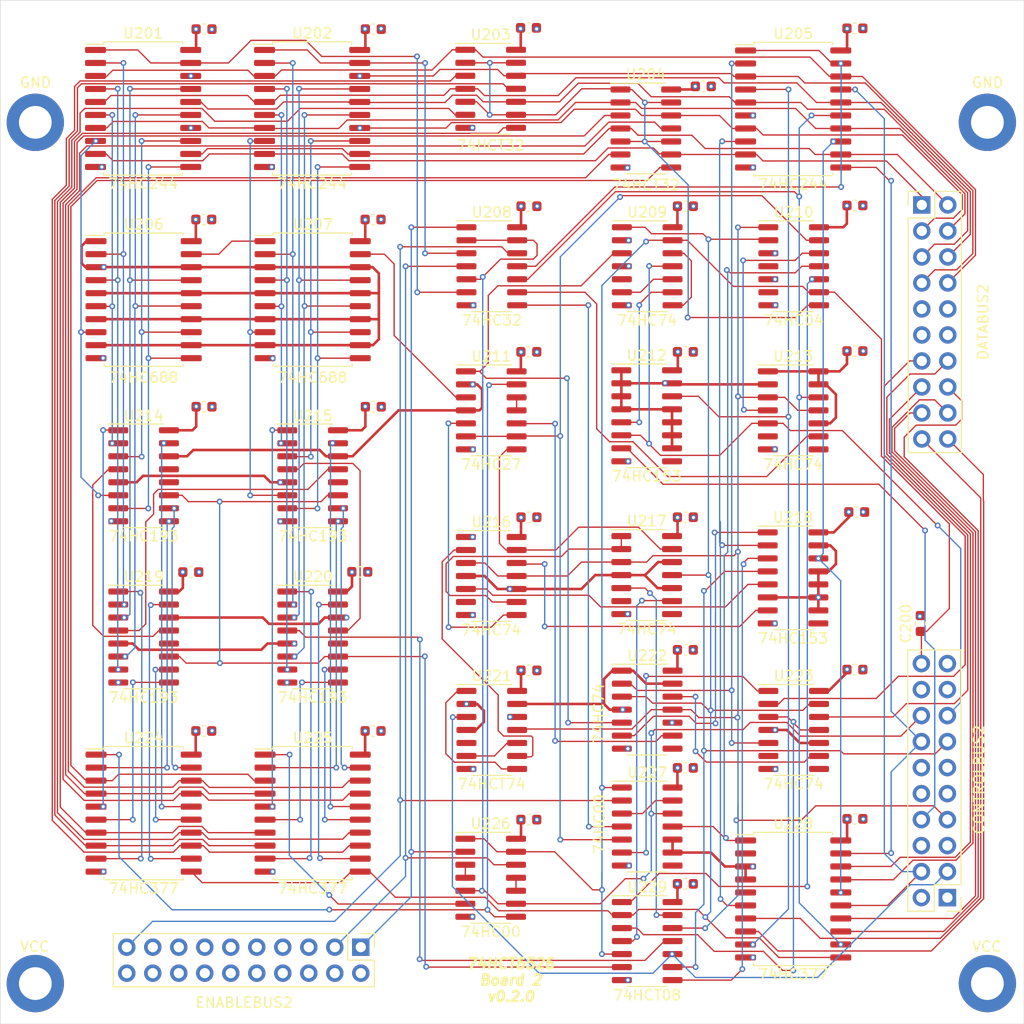
<source format=kicad_pcb>
(kicad_pcb (version 20211014) (generator pcbnew)
  (title_block (title "74HCT6526 Board 2") (date "2023-01-24") (rev "0.2.0") (company "Daniel Molina") (comment 1 "https://github.com/dmolinagarcia/74HCT6526"))
  (layers (0 "F.Cu" signal) (1 "In1.Cu" power) (2 "In2.Cu" power) (31 "B.Cu" signal) (34 "B.Paste" user) (35 "F.Paste" user) (36 "B.SilkS" user "B.Silkscreen") (37 "F.SilkS" user "F.Silkscreen") (38 "B.Mask" user) (39 "F.Mask" user) (44 "Edge.Cuts" user))
  (net 0 "")
  (net 1 "TASTART")
  (net 2 "PB6ON")
  (net 3 "CNT")
  (net 4 "PB7ON")
  (net 5 "SP")
  (net 6 "TAOUT")
  (net 7 "PHI2")
  (net 8 "TBOUT")
  (net 9 "~{FLAG}")
  (net 10 "SPMODE")
  (net 11 "TOD")
  (net 12 "TODIN")
  (net 13 "TAPULSE")
  (net 14 "ALARM")
  (net 15 "TBPULSE")
  (net 16 "ENABLE_NAND")
  (net 17 "TODIRQ")
  (net 19 "~{IRQ}")
  (net 20 "~{RES}")
  (net 21 "DZ2")
  (net 22 "DZ6")
  (net 23 "DZ5")
  (net 24 "DZ1")
  (net 25 "DZ3")
  (net 26 "DZ7")
  (net 27 "DZ4")
  (net 28 "DZ0")
  (net 29 "VCC")
  (net 30 "GND")
  (net 31 "D0")
  (net 32 "D1")
  (net 33 "D2")
  (net 34 "D3")
  (net 35 "D4")
  (net 36 "D5")
  (net 37 "D6")
  (net 38 "D7")
  (net 39 "~{EN6}")
  (net 40 "~{EN5}")
  (net 41 "~{EN7}")
  (net 42 "~{EN4}")
  (net 43 "~{EN14}")
  (net 44 "~{EN13}")
  (net 45 "~{EN12}")
  (net 46 "~{EN11}")
  (net 47 "~{EN10}")
  (net 48 "~{EN9}")
  (net 49 "~{EN8}")
  (net 50 "~{EN15}")
  (net 51 "/~{PHI2}")
  (net 52 "/resetData/RES")
  (net 53 "/resetData/DO0")
  (net 54 "/resetData/DO1")
  (net 55 "/resetData/DO2")
  (net 56 "/resetData/DO3")
  (net 57 "/resetData/DO4")
  (net 58 "/resetData/DO5")
  (net 59 "/resetData/DO6")
  (net 60 "/resetData/DO7")
  (net 61 "/timerb/timerbMux/OUTPUT")
  (net 62 "/timerb/timerbMux/CNTSYNC")
  (net 63 "/cregb/~{TBSTART}")
  (net 64 "/TBLOAD")
  (net 65 "/TBOUTMODE")
  (net 66 "/TBINMODE0")
  (net 67 "/TBINMODE1")
  (net 68 "/timerb/TBSTART")
  (net 69 "/cregb/WE14")
  (net 70 "/cregb/~{WE14}")
  (net 71 "/cregb/TBUNDERFLOW")
  (net 72 "/cregb/TBRUNMODE")
  (net 73 "/cregb/~{OE14}")
  (net 74 "/timerb/TBPULSESET")
  (net 75 "/timerb/~{OETBLO}")
  (net 76 "/timerb/~{OETBHI}")
  (net 77 "/timerb/~{TBLOAD}")
  (net 78 "/timerb/TBCOUNT")
  (net 79 "/timerb/~{WETBLO}")
  (net 80 "/timerb/~{WETBHI}")
  (net 81 "/timerb/timer16/TBLO7")
  (net 82 "/timerb/timer16/TBLO5")
  (net 83 "/timerb/timer16/TBLO3")
  (net 84 "/timerb/timer16/TBLO1")
  (net 85 "/timerb/timer16/TBLO0")
  (net 86 "/timerb/timer16/TBLO2")
  (net 87 "/timerb/timer16/TBLO4")
  (net 88 "/timerb/timer16/TBLO6")
  (net 89 "/timerb/timer16/TBHI7")
  (net 90 "/timerb/timer16/TBHI5")
  (net 91 "/timerb/timer16/TBHI3")
  (net 92 "/timerb/timer16/TBHI1")
  (net 93 "/timerb/timer16/TBHI0")
  (net 94 "/timerb/timer16/TBHI2")
  (net 95 "/timerb/timer16/TBHI4")
  (net 96 "/timerb/timer16/TBHI6")
  (net 97 "/timerb/timer16/~{TIMER_UNDERFLOW}")
  (net 98 "/timerb/TBTOGGLESET")
  (net 99 "/timerb/~{TBTOGGLE}")
  (net 100 "/timerb/TBTOGGLE")
  (net 101 "/timerb/timer16/TB1")
  (net 102 "/timerb/timer16/TB0")
  (net 103 "/timerb/timer16/TB2")
  (net 104 "/timerb/timer16/TB3")
  (net 105 "/timerb/timer16/TB5")
  (net 106 "/timerb/timer16/TB4")
  (net 107 "/timerb/timer16/TB6")
  (net 108 "/timerb/timer16/TB7")
  (net 109 "/timerb/timer16/TB9")
  (net 110 "/timerb/timer16/TB8")
  (net 111 "/timerb/timer16/TB10")
  (net 112 "/timerb/timer16/TB11")
  (net 113 "/timerb/timer16/TB13")
  (net 114 "/timerb/timer16/TB12")
  (net 115 "/timerb/timer16/TB14")
  (net 116 "/timerb/timer16/TB15")
  (net 117 "/timerb/timer16/TBCOMPCASCADE")
  (net 118 "/cregb/rTBSTART")
  (net 119 "Net-(U208-Pad9)")
  (net 123 "Net-(U211-Pad11)")
  (net 127 "Net-(U208-Pad8)")
  (net 128 "Net-(U211-Pad5)")
  (net 132 "Net-(U215-Pad13)")
  (net 134 "Net-(U216-Pad9)")
  (net 138 "Net-(U211-Pad8)")
  (net 139 "Net-(U214-Pad4)")
  (net 140 "Net-(U215-Pad4)")
  (net 141 "Net-(U216-Pad2)")
  (net 142 "Net-(U217-Pad5)")
  (net 143 "Net-(U217-Pad9)")
  (net 144 "Net-(U218-Pad3)")
  (net 147 "Net-(U221-Pad1)")
  (net 149 "Net-(U221-Pad10)")
  (net 151 "Net-(U222-Pad12)")
  (net 152 "Net-(U223-Pad1)")
  (net 153 "Net-(U223-Pad11)")
  (net 156 "Net-(U226-Pad3)")
  (net 157 "Net-(U226-Pad10)")
  (net 158 "Net-(U227-Pad13)")
  (footprint "Capacitor_SMD:C_0603_1608Metric" (layer "F.Cu") (at 151.6126 79.3496)
    (fp_text reference "C304")
    (fp_text value "100n")
  )
  (footprint "Capacitor_SMD:C_0603_1608Metric" (layer "F.Cu") (at 136.398 66.421)
    (fp_text reference "C312")
    (fp_text value "100n")
  )
  (footprint "Capacitor_SMD:C_0603_1608Metric" (layer "F.Cu") (at 183.4642 124.968)
    (fp_text reference "C319")
    (fp_text value "100n")
  )
  (footprint "Package_SO:SOIC-16_3.9x9.9mm_P1.27mm" (layer "F.Cu") (at 163.12642 85.5956)
    (fp_text reference "U212")
    (fp_text value "74HC153")
  )
  (footprint "Capacitor_SMD:C_0603_1608Metric" (layer "F.Cu") (at 166.9034 108.458)
    (fp_text reference "C999")
    (fp_text value "100n")
  )
  (footprint "Capacitor_SMD:C_0603_1608Metric" (layer "F.Cu") (at 136.4234 47.8282)
    (fp_text reference "C310")
    (fp_text value "100n")
  )
  (footprint "Package_SO:SOIC-16_3.9x9.9mm_P1.27mm" (layer "F.Cu") (at 113.986411 91.4542)
    (fp_text reference "U214")
    (fp_text value "74HC193")
  )
  (footprint "Capacitor_SMD:C_0603_1608Metric" (layer "F.Cu") (at 166.9034 119.9896)
    (fp_text reference "C329")
    (fp_text value "100n")
  )
  (footprint "Capacitor_SMD:C_0603_1608Metric" (layer "F.Cu") (at 136.4234 84.709)
    (fp_text reference "C316")
    (fp_text value "100n")
  )
  (footprint "Package_SO:SOIC-20W_7.5x12.8mm_P1.27mm" (layer "F.Cu") (at 130.496411 74.2517)
    (fp_text reference "U207")
    (fp_text value "74HC688")
  )
  (footprint "Capacitor_SMD:C_0603_1608Metric" (layer "F.Cu") (at 119.888 47.8282)
    (fp_text reference "C317")
    (fp_text value "100n")
  )
  (footprint "Package_SO:SO-14_3.9x8.65mm_P1.27mm" (layer "F.Cu") (at 177.486411 116.283074)
    (fp_text reference "U223")
    (fp_text value "74HC74")
  )
  (footprint "MountingHole:MountingHole_2.2mm_M2_DIN965_Pad" (layer "F.Cu") (at 196.406802 56.930538)
    (fp_text reference "GND102" hide)
    (fp_text value "GND")
  )
  (footprint "Package_SO:SOIC-20W_7.5x12.8mm_P1.27mm" (layer "F.Cu") (at 177.435611 55.626)
    (fp_text reference "U205")
    (fp_text value "74HC244")
  )
  (footprint "Capacitor_SMD:C_0603_1608Metric" (layer "F.Cu") (at 183.4642 110.3884)
    (fp_text reference "C324")
    (fp_text value "100n")
  )
  (footprint "Capacitor_SMD:C_0603_1608Metric" (layer "F.Cu") (at 119.8626 116.3828)
    (fp_text reference "C305")
    (fp_text value "100n")
  )
  (footprint "MountingHole:MountingHole_2.2mm_M2_DIN965_Pad" (layer "F.Cu") (at 103.406802 56.930538)
    (fp_text reference "GND101" hide)
    (fp_text value "GND")
  )
  (footprint "Capacitor_SMD:C_0603_1608Metric" (layer "F.Cu") (at 151.6126 125.0442)
    (fp_text reference "C325")
    (fp_text value "100n")
  )
  (footprint "Capacitor_SMD:C_0603_1608Metric" (layer "F.Cu") (at 136.398 116.3828)
    (fp_text reference "C315")
    (fp_text value "100n")
  )
  (footprint "Capacitor_SMD:C_0603_1608Metric" (layer "F.Cu") (at 119.8626 66.421)
    (fp_text reference "C318")
    (fp_text value "100n")
  )
  (footprint "Package_SO:SOIC-16_3.9x9.9mm_P1.27mm" (layer "F.Cu") (at 130.496411 91.4542)
    (fp_text reference "U215")
    (fp_text value "74HC193")
  )
  (footprint "Capacitor_SMD:C_0603_1608Metric" (layer "F.Cu") (at 183.4642 79.2734)
    (fp_text reference "C302")
    (fp_text value "100n")
  )
  (footprint "MountingHole:MountingHole_2.2mm_M2_DIN965_Pad" (layer "F.Cu") (at 196.406802 141.055538)
    (fp_text reference "VCC102" hide)
    (fp_text value "VCC")
  )
  (footprint "Package_SO:SOIC-20W_7.5x12.8mm_P1.27mm" (layer "F.Cu") (at 130.496411 124.4092)
    (fp_text reference "U225")
    (fp_text value "74HC377")
  )
  (footprint "Package_SO:SO-14_3.9x8.65mm_P1.27mm" (layer "F.Cu") (at 163.0426 57.531)
    (fp_text reference "U204")
    (fp_text value "74HCT32")
  )
  (footprint "Connector_PinHeader_2.54mm:PinHeader_2x10_P2.54mm_Vertical" (layer "F.Cu") (at 190 65)
    (fp_text reference "DATABUS2")
    (fp_text value "Conn_02x10_Odd_Even")
  )
  (footprint "Capacitor_SMD:C_0603_1608Metric" (layer "F.Cu") (at 135.1026 100.838)
    (fp_text reference "C321")
    (fp_text value "100n")
  )
  (footprint "Capacitor_SMD:C_0603_1608Metric" (layer "F.Cu") (at 168.656 53.4162)
    (fp_text reference "C303")
    (fp_text value "100n")
  )
  (footprint "Package_SO:SOIC-14_3.9x8.7mm_P1.27mm" (layer "F.Cu") (at 177.486411 70.988179)
    (fp_text reference "U210")
    (fp_text value "74HC04")
  )
  (footprint "Package_SO:SO-14_3.9x8.65mm_P1.27mm" (layer "F.Cu") (at 163.17722 114.3)
    (fp_text reference "U222")
    (fp_text value "74HC74")
  )
  (footprint "Package_SO:SO-14_3.9x8.65mm_P1.27mm" (layer "F.Cu") (at 147.944581 85.0646)
    (fp_text reference "U211")
    (fp_text value "74HC27")
  )
  (footprint "Capacitor_SMD:C_0603_1608Metric" (layer "F.Cu") (at 151.6256 95.504)
    (fp_text reference "C314")
    (fp_text value "100n")
  )
  (footprint "Package_SO:SO-14_3.9x8.65mm_P1.27mm" (layer "F.Cu") (at 163.17722 70.988179)
    (fp_text reference "U209")
    (fp_text value "74HC74")
  )
  (footprint "Capacitor_SMD:C_0603_1608Metric" (layer "F.Cu") (at 183.642 94.996)
    (fp_text reference "C307")
    (fp_text value "100n")
  )
  (footprint "Connector_PinHeader_2.54mm:PinHeader_2x10_P2.54mm_Vertical" (layer "F.Cu") (at 192.5 132.66 180)
    (fp_text reference "CONTROLBUS2")
    (fp_text value "Conn_02x10_Odd_Even")
  )
  (footprint "MountingHole:MountingHole_2.2mm_M2_DIN965_Pad" (layer "F.Cu") (at 103.406802 141.055538)
    (fp_text reference "VCC101" hide)
    (fp_text value "VCC")
  )
  (footprint "Capacitor_SMD:C_0603_1608Metric" (layer "F.Cu") (at 151.58 47.7)
    (fp_text reference "C309")
    (fp_text value "100n")
  )
  (footprint "Package_SO:SO-14_3.9x8.65mm_P1.27mm" (layer "F.Cu") (at 163.17722 136.906)
    (fp_text reference "U229")
    (fp_text value "74HCT08")
  )
  (footprint "Capacitor_SMD:C_0603_1608Metric" (layer "F.Cu") (at 166.9034 131.318)
    (fp_text reference "C313")
    (fp_text value "100n")
  )
  (footprint "Package_SO:SO-14_3.9x8.65mm_P1.27mm" (layer "F.Cu") (at 147.886161 53.656)
    (fp_text reference "U203")
    (fp_text value "74HCT32")
  )
  (footprint "Package_SO:SO-14_3.9x8.65mm_P1.27mm" (layer "F.Cu") (at 177.435611 85.0646)
    (fp_text reference "U213")
    (fp_text value "74HC74")
  )
  (footprint "Package_SO:SOIC-20W_7.5x12.8mm_P1.27mm" (layer "F.Cu") (at 177.435611 132.7912)
    (fp_text reference "U228")
    (fp_text value "74HC377")
  )
  (footprint "Package_SO:SOIC-20W_7.5x12.8mm_P1.27mm" (layer "F.Cu") (at 113.986411 124.4092)
    (fp_text reference "U224")
    (fp_text value "74HC377")
  )
  (footprint "Capacitor_SMD:C_0603_1608Metric" (layer "F.Cu") (at 118.5926 100.8634)
    (fp_text reference "C328")
    (fp_text value "100n")
  )
  (footprint "Package_SO:SO-14_3.9x8.65mm_P1.27mm" (layer "F.Cu") (at 163.12642 101.1554)
    (fp_text reference "U217")
    (fp_text value "74HC74")
  )
  (footprint "Package_SO:SOIC-16_3.9x9.9mm_P1.27mm" (layer "F.Cu") (at 177.42 101.43)
    (fp_text reference "U218")
    (fp_text value "74HC153")
  )
  (footprint "Package_SO:SO-14_3.9x8.65mm_P1.27mm" (layer "F.Cu") (at 147.944581 101.2444)
    (fp_text reference "U216")
    (fp_text value "74HC74")
  )
  (footprint "Package_SO:SOIC-16_3.9x9.9mm_P1.27mm" (layer "F.Cu") (at 113.986411 107.2067)
    (fp_text reference "U219")
    (fp_text value "74HC193")
  )
  (footprint "Capacitor_SMD:C_0603_1608Metric" (layer "F.Cu") (at 189.88 105.885 90)
    (fp_text reference "C200")
    (fp_text value "100n")
  )
  (footprint "Capacitor_SMD:C_0603_1608Metric" (layer "F.Cu") (at 166.9034 79.3496)
    (fp_text reference "C311")
    (fp_text value "100n")
  )
  (footprint "Package_SO:SO-14_3.9x8.65mm_P1.27mm" (layer "F.Cu") (at 147.995381 116.283074)
    (fp_text reference "U221")
    (fp_text value "74HCT74")
  )
  (footprint "Package_SO:SOIC-20W_7.5x12.8mm_P1.27mm" (layer "F.Cu") (at 130.445611 55.5752)
    (fp_text reference "U202")
    (fp_text value "74HC244")
  )
  (footprint "Connector_PinHeader_2.54mm:PinHeader_2x10_P2.54mm_Vertical" (layer "F.Cu") (at 135.2 137.5 -90)
    (fp_text reference "ENABLEBUS2")
    (fp_text value "Conn_02x10_Odd_Even")
  )
  (footprint "Package_SO:SOIC-14_3.9x8.7mm_P1.27mm" (layer "F.Cu") (at 163.17722 125.719074)
    (fp_text reference "U227")
    (fp_text value "74HC00")
  )
  (footprint "Package_SO:SO-14_3.9x8.65mm_P1.27mm" (layer "F.Cu") (at 147.886161 130.7212)
    (fp_text reference "U226")
    (fp_text value "74HC00")
  )
  (footprint "Capacitor_SMD:C_0603_1608Metric" (layer "F.Cu") (at 119.888 84.709)
    (fp_text reference "C322")
    (fp_text value "100n")
  )
  (footprint "Capacitor_SMD:C_0603_1608Metric" (layer "F.Cu") (at 183.4642 65.0494)
    (fp_text reference "C308")
    (fp_text value "100n")
  )
  (footprint "Capacitor_SMD:C_0603_1608Metric" (layer "F.Cu") (at 183.4642 47.752)
    (fp_text reference "C323")
    (fp_text value "100n")
  )
  (footprint "Capacitor_SMD:C_0603_1608Metric" (layer "F.Cu") (at 166.9034 65.1256)
    (fp_text reference "C320")
    (fp_text value "100n")
  )
  (footprint "Package_SO:SOIC-20W_7.5x12.8mm_P1.27mm" (layer "F.Cu") (at 113.986411 74.2517)
    (fp_text reference "U206")
    (fp_text value "74HC688")
  )
  (footprint "Package_SO:SOIC-14_3.9x8.7mm_P1.27mm" (layer "F.Cu") (at 147.995381 70.988179)
    (fp_text reference "U208")
    (fp_text value "74HC32")
  )
  (footprint "Package_SO:SOIC-16_3.9x9.9mm_P1.27mm" (layer "F.Cu") (at 130.496411 107.2067)
    (fp_text reference "U220")
    (fp_text value "74HC193")
  )
  (footprint "Capacitor_SMD:C_0603_1608Metric" (layer "F.Cu") (at 151.6256 65.1256)
    (fp_text reference "C327")
    (fp_text value "100n")
  )
  (footprint "Capacitor_SMD:C_0603_1608Metric" (layer "F.Cu") (at 166.9034 95.504)
    (fp_text reference "C306")
    (fp_text value "100n")
  )
  (footprint "Capacitor_SMD:C_0603_1608Metric" (layer "F.Cu") (at 151.6256 110.4646)
    (fp_text reference "C326")
    (fp_text value "100n")
  )
  (footprint "Package_SO:SOIC-20W_7.5x12.8mm_P1.27mm" (layer "F.Cu") (at 113.935611 55.5752)
    (fp_text reference "U201")
    (fp_text value "74HC244")
  )
  (gr_line (start 199.981802 45.005538) (end 99.981802 45.005538) (layer "Edge.Cuts") (width 0.05))
  (gr_line (start 99.981802 145.005538) (end 199.981802 145.005538) (layer "Edge.Cuts") (width 0.05))
  (gr_line (start 99.981802 45.005538) (end 99.981802 145.005538) (layer "Edge.Cuts") (width 0.05))
  (gr_line (start 199.981802 145.005538) (end 199.981802 45.005538) (layer "Edge.Cuts") (width 0.05))
  (gr_text "74HCT6526\nBoard 2\nv0.2.0" (at 149.86 140.716) (layer "F.SilkS") (effects (font (size 1 1) (thickness 0.25) italic)))
  (segment (start 144.19072 115.03406) (end 145.499395 115.03406) (width 0.127) (layer "F.Cu") (net 3))
  (via (at 165.608 138.176) (size 0.57) (drill 0.3) (layers "F.Cu" "B.Cu") (net 3))
  (via (at 144.19072 115.03406) (size 0.57) (drill 0.3) (layers "F.Cu" "B.Cu") (net 3))
  (segment (start 191.22 131.4) (end 192.5 130.12) (width 0.127) (layer "B.Cu") (net 3))
  (segment (start 165.608 138.176) (end 167.894 140.462) (width 0.127) (layer "B.Cu") (net 3))
  (segment (start 152.61544 140.04544) (end 144.14754 131.57754) (width 0.127) (layer "B.Cu") (net 3))
  (segment (start 144.14754 115.07724) (end 144.19072 115.03406) (width 0.127) (layer "B.Cu") (net 3))
  (segment (start 167.894 140.462) (end 179.818 140.462) (width 0.127) (layer "B.Cu") (net 3))
  (segment (start 179.818 140.462) (end 188.88 131.4) (width 0.127) (layer "B.Cu") (net 3))
  (segment (start 165.608 138.176) (end 163.73856 140.04544) (width 0.127) (layer "B.Cu") (net 3))
  (segment (start 152.61544 140.04544) (end 163.73856 140.04544) (width 0.127) (layer "B.Cu") (net 3))
  (segment (start 144.14754 131.57754) (end 144.14754 115.07724) (width 0.127) (layer "B.Cu") (net 3))
  (segment (start 188.88 131.4) (end 191.22 131.4) (width 0.127) (layer "B.Cu") (net 3))
  (segment (start 189.96 130.12) (end 186.6538 133.4262) (width 0.127) (layer "F.Cu") (net 4))
  (segment (start 183.48452 53.72354) (end 182.088151 53.72354) (width 0.127) (layer "F.Cu") (net 4))
  (segment (start 186.6538 133.4262) (end 182.085611 133.4262) (width 0.127) (layer "F.Cu") (net 4))
  (via (at 183.48452 53.72354) (size 0.57) (drill 0.3) (layers "F.Cu" "B.Cu") (net 4))
  (segment (start 188.1082 130.12) (end 189.96 130.12) (width 0.127) (layer "B.Cu") (net 4))
  (segment (start 186.34 56.57902) (end 186.34 128.3518) (width 0.127) (layer "B.Cu") (net 4))
  (segment (start 183.48452 53.72354) (end 186.34 56.57902) (width 0.127) (layer "B.Cu") (net 4))
  (segment (start 186.34 128.3518) (end 188.1082 130.12) (width 0.127) (layer "B.Cu") (net 4))
  (segment (start 168.84 135.65) (end 168.826 135.636) (width 0.127) (layer "F.Cu") (net 7))
  (segment (start 150.419581 101.2444) (end 155.3856 101.2444) (width 0.127) (layer "F.Cu") (net 7))
  (segment (start 174.960611 83.7946) (end 172.13326 83.7946) (width 0.127) (layer "F.Cu") (net 7))
  (segment (start 167.45 114.3) (end 168.22 115.07) (width 0.127) (layer "F.Cu") (net 7))
  (segment (start 155.3856 101.2444) (end 156.7446 99.8854) (width 0.127) (layer "F.Cu") (net 7))
  (segment (start 145.469581 99.9744) (end 147.31238 99.9744) (width 0.127) (layer "F.Cu") (net 7))
  (segment (start 179.6288 123.698) (end 191.158 123.698) (width 0.127) (layer "F.Cu") (net 7))
  (segment (start 172.13326 83.7946) (end 172.04436 83.7057) (width 0.127) (layer "F.Cu") (net 7))
  (segment (start 172.04182 67.19062) (end 174.99897 67.19062) (width 0.127) (layer "F.Cu") (net 7))
  (segment (start 148.58238 101.2444) (end 150.419581 101.2444) (width 0.127) (layer "F.Cu") (net 7))
  (segment (start 161.68549 116.19051) (end 163.576 114.3) (width 0.127) (layer "F.Cu") (net 7))
  (segment (start 163.576 114.3) (end 165.65222 114.3) (width 0.127) (layer "F.Cu") (net 7))
  (segment (start 150.562945 116.19051) (end 161.68549 116.19051) (width 0.127) (layer "F.Cu") (net 7))
  (segment (start 191.158 123.698) (end 192.5 125.04) (width 0.127) (layer "F.Cu") (net 7))
  (segment (start 178.221611 125.105189) (end 171.885189 125.105189) (width 0.127) (layer "F.Cu") (net 7))
  (segment (start 165.65222 114.3) (end 167.45 114.3) (width 0.127) (layer "F.Cu") (net 7))
  (segment (start 171.65 99.26) (end 163.74 99.26) (width 0.127) (layer "F.Cu") (net 7))
  (segment (start 147.31238 99.9744) (end 148.58238 101.2444) (width 0.127) (layer "F.Cu") (net 7))
  (segment (start 178.221611 125.105189) (end 179.6288 123.698) (width 0.127) (layer "F.Cu") (net 7))
  (segment (start 168.826 135.636) (end 165.65222 135.636) (width 0.127) (layer "F.Cu") (net 7))
  (segment (start 172.03 98.88) (end 171.65 99.26) (width 0.127) (layer "F.Cu") (net 7))
  (segment (start 156.7446 99.8854) (end 160.65142 99.8854) (width 0.127) (layer "F.Cu") (net 7))
  (segment (start 174.960611 83.7946) (end 176.6146 83.7946) (width 0.127) (layer "F.Cu") (net 7))
  (segment (start 168.22 115.07) (end 171.991 115.07) (width 0.127) (layer "F.Cu") (net 7))
  (segment (start 177.8846 85.0646) (end 179.910611 85.0646) (width 0.127) (layer "F.Cu") (net 7))
  (segment (start 176.6146 83.7946) (end 177.8846 85.0646) (width 0.127) (layer "F.Cu") (net 7))
  (segment (start 163.74 99.26) (end 163.1146 99.8854) (width 0.127) (layer "F.Cu") (net 7))
  (segment (start 163.1146 99.8854) (end 160.65142 99.8854) (width 0.127) (layer "F.Cu") (net 7))
  (via (at 168.84 135.65) (size 0.57) (drill 0.3) (layers "F.Cu" "B.Cu") (net 7))
  (via (at 171.991 115.07) (size 0.57) (drill 0.3) (layers "F.Cu" "B.Cu") (net 7))
  (via (at 172.04436 83.7057) (size 0.57) (drill 0.3) (layers "F.Cu" "B.Cu") (net 7))
  (via (at 171.885189 125.105189) (size 0.57) (drill 0.3) (layers "F.Cu" "B.Cu") (net 7))
  (via (at 172.04182 67.19062) (size 0.57) (drill 0.3) (layers "F.Cu" "B.Cu") (net 7))
  (via (at 172.03 98.88) (size 0.57) (drill 0.3) (layers "F.Cu" "B.Cu") (net 7))
  (segment (start 172.04436 113.44564) (end 172.04436 123.65564) (width 0.127) (layer "B.Cu") (net 7))
  (segment (start 172.04436 82.52436) (end 172.04436 67.19316) (width 0.127) (layer "B.Cu") (net 7))
  (segment (start 172.04436 97.93564) (end 172.04436 113.44564) (width 0.127) (layer "B.Cu") (net 7))
  (segment (start 172.04436 98.86564) (end 172.03 98.88) (width 0.127) (layer "B.Cu") (net 7))
  (segment (start 172.04436 82.52436) (end 172.04436 97.93564) (width 0.127) (layer "B.Cu") (net 7))
  (segment (start 172.04436 113.44564) (end 172.04436 115.01664) (width 0.127) (layer "B.Cu") (net 7))
  (segment (start 172.04436 123.65564) (end 172.04436 132.44564) (width 0.127) (layer "B.Cu") (net 7))
  (segment (start 172.04436 123.65564) (end 172.04436 124.946018) (width 0.127) (layer "B.Cu") (net 7))
  (segment (start 172.04436 124.946018) (end 171.885189 125.105189) (width 0.127) (layer "B.Cu") (net 7))
  (segment (start 172.04436 83.7057) (end 172.04436 82.52436) (width 0.127) (layer "B.Cu") (net 7))
  (segment (start 172.04436 67.19316) (end 172.04182 67.19062) (width 0.127) (layer "B.Cu") (net 7))
  (segment (start 172.04436 132.44564) (end 168.84 135.65) (width 0.127) (layer "B.Cu") (net 7))
  (segment (start 172.04436 97.93564) (end 172.04436 98.86564) (width 0.127) (layer "B.Cu") (net 7))
  (segment (start 172.04436 115.01664) (end 171.991 115.07) (width 0.127) (layer "B.Cu") (net 7))
  (segment (start 164.72154 92.28328) (end 185.80328 92.28328) (width 0.127) (layer "F.Cu") (net 8))
  (segment (start 185.80328 92.28328) (end 190.318283 96.798283) (width 0.127) (layer "F.Cu") (net 8))
  (segment (start 161.20886 88.7706) (end 164.72154 92.28328) (width 0.127) (layer "F.Cu") (net 8))
  (via (at 190.318283 96.798283) (size 0.57) (drill 0.3) (layers "F.Cu" "B.Cu") (net 8))
  (segment (start 190.318283 107.514283) (end 190.318283 96.798283) (width 0.127) (layer "B.Cu") (net 8))
  (segment (start 191.262 108.458) (end 190.318283 107.514283) (width 0.127) (layer "B.Cu") (net 8))
  (segment (start 189.96 125.04) (end 191.262 123.738) (width 0.127) (layer "B.Cu") (net 8))
  (segment (start 191.262 123.738) (end 191.262 108.458) (width 0.127) (layer "B.Cu") (net 8))
  (segment (start 168.715243 102.690278) (end 168.835722 102.690278) (width 0.127) (layer "F.Cu") (net 13))
  (segment (start 167.9 139.44) (end 165.65822 139.44) (width 0.127) (layer "F.Cu") (net 13))
  (segment (start 182.05776 118.30376) (end 182.372 118.618) (width 0.127) (layer "F.Cu") (net 13))
  (segment (start 182.05069 118.31083) (end 168.715243 118.31083) (width 0.127) (layer "F.Cu") (net 13))
  (segment (start 191.302 118.618) (end 192.5 117.42) (width 0.127) (layer "F.Cu") (net 13))
  (segment (start 170.731 100.795) (end 174.945 100.795) (width 0.127) (layer "F.Cu") (net 13))
  (segment (start 182.372 118.618) (end 191.302 118.618) (width 0.127) (layer "F.Cu") (net 13))
  (segment (start 182.05776 118.30376) (end 182.05069 118.31083) (width 0.127) (layer "F.Cu") (net 13))
  (segment (start 168.835722 102.690278) (end 170.731 100.795) (width 0.127) (layer "F.Cu") (net 13))
  (via (at 168.715243 118.31083) (size 0.57) (drill 0.3) (layers "F.Cu" "B.Cu") (net 13))
  (via (at 167.9 139.44) (size 0.57) (drill 0.3) (layers "F.Cu" "B.Cu") (net 13))
  (via (at 168.715243 102.690278) (size 0.57) (drill 0.3) (layers "F.Cu" "B.Cu") (net 13))
  (segment (start 168.715243 118.31083) (end 168.715243 102.690278) (width 0.127) (layer "B.Cu") (net 13))
  (segment (start 167.9 134.13) (end 167.9 139.44) (width 0.127) (layer "B.Cu") (net 13))
  (segment (start 168.715243 118.31083) (end 168.715243 133.314757) (width 0.127) (layer "B.Cu") (net 13))
  (segment (start 167.9 134.13) (end 168.715243 133.314757) (width 0.127) (layer "B.Cu") (net 13))
  (segment (start 185.53684 61.33084) (end 182.095771 61.33084) (width 0.127) (layer "F.Cu") (net 14))
  (segment (start 186.8424 62.6364) (end 185.53684 61.33084) (width 0.127) (layer "F.Cu") (net 14))
  (segment (start 186.96854 128.3462) (end 182.085611 128.3462) (width 0.127) (layer "F.Cu") (net 14))
  (segment (start 187.0041 62.6364) (end 186.8424 62.6364) (width 0.127) (layer "F.Cu") (net 14))
  (segment (start 187.0041 128.31064) (end 186.96854 128.3462) (width 0.127) (layer "F.Cu") (net 14))
  (via (at 187.0041 62.6364) (size 0.57) (drill 0.3) (layers "F.Cu" "B.Cu") (net 14))
  (via (at 187.0041 128.31064) (size 0.57) (drill 0.3) (layers "F.Cu" "B.Cu") (net 14))
  (segment (start 187.0041 114.4641) (end 187.0041 62.6364) (width 0.127) (layer "B.Cu") (net 14))
  (segment (start 189.96 117.42) (end 187.0041 120.3759) (width 0.127) (layer "B.Cu") (net 14))
  (segment (start 187.0041 120.3759) (end 187.0041 128.31064) (width 0.127) (layer "B.Cu") (net 14))
  (segment (start 189.96 117.42) (end 187.0041 114.4641) (width 0.127) (layer "B.Cu") (net 14))
  (segment (start 163.3601 88.34882) (end 164.47516 89.46388) (width 0.127) (layer "F.Cu") (net 15))
  (segment (start 163.33442 88.31326) (end 162.52176 87.5006) (width 0.127) (layer "F.Cu") (net 15))
  (segment (start 163.3601 88.31326) (end 163.33442 88.31326) (width 0.127) (layer "F.Cu") (net 15))
  (segment (start 182.23564 87.03564) (end 191.51 96.31) (width 0.127) (layer "F.Cu") (net 15))
  (segment (start 176.45634 86.3346) (end 177.15738 87.03564) (width 0.127) (layer "F.Cu") (net 15))
  (segment (start 170.25874 89.46388) (end 173.38802 86.3346) (width 0.127) (layer "F.Cu") (net 15))
  (segment (start 164.47516 89.46388) (end 170.25874 89.46388) (width 0.127) (layer "F.Cu") (net 15))
  (segment (start 173.38802 86.3346) (end 174.960611 86.3346) (width 0.127) (layer "F.Cu") (net 15))
  (segment (start 191.51 96.31) (end 191.55 96.31) (width 0.127) (layer "F.Cu") (net 15))
  (segment (start 162.52176 87.5006) (end 160.65142 87.5006) (width 0.127) (layer "F.Cu") (net 15))
  (segment (start 165.65222 70.988179) (end 163.393379 70.988179) (width 0.127) (layer "F.Cu") (net 15))
  (segment (start 177.15738 87.03564) (end 182.23564 87.03564) (width 0.127) (layer "F.Cu") (net 15))
  (segment (start 163.3601 88.31326) (end 163.3601 88.34882) (width 0.127) (layer "F.Cu") (net 15))
  (segment (start 163.393379 70.988179) (end 163.37026 70.96506) (width 0.127) (layer "F.Cu") (net 15))
  (segment (start 174.960611 86.3346) (end 176.45634 86.3346) (width 0.127) (layer "F.Cu") (net 15))
  (via (at 163.37026 70.96506) (size 0.57) (drill 0.3) (layers "F.Cu" "B.Cu") (net 15))
  (via (at 191.55 96.31) (size 0.57) (drill 0.3) (layers "F.Cu" "B.Cu") (net 15))
  (via (at 163.3601 88.31326) (size 0.57) (drill 0.3) (layers "F.Cu" "B.Cu") (net 15))
  (segment (start 191.55 96.31) (end 193.802 98.562) (width 0.127) (layer "B.Cu") (net 15))
  (segment (start 193.802 113.578) (end 193.802 98.562) (width 0.127) (layer "B.Cu") (net 15))
  (segment (start 163.3601 88.31326) (end 163.37026 88.3031) (width 0.127) (layer "B.Cu") (net 15))
  (segment (start 163.37026 88.3031) (end 163.37026 70.96506) (width 0.127) (layer "B.Cu") (net 15))
  (segment (start 192.5 114.88) (end 193.802 113.578) (width 0.127) (layer "B.Cu") (net 15))
  (segment (start 189.96 114.88) (end 187.955501 116.884499) (width 0.127) (layer "F.Cu") (net 16))
  (segment (start 178.131775 116.884499) (end 187.955501 116.884499) (width 0.127) (layer "F.Cu") (net 16))
  (segment (start 176.796798 115.549522) (end 178.131775 116.884499) (width 0.127) (layer "F.Cu") (net 16))
  (segment (start 150.361161 133.2612) (end 158.5848 133.2612) (width 0.127) (layer "F.Cu") (net 16))
  (segment (start 158.5848 133.2612) (end 161.036 130.81) (width 0.127) (layer "F.Cu") (net 16))
  (segment (start 148.85416 70.29196) (end 152.04948 70.29196) (width 0.127) (layer "F.Cu") (net 16))
  (segment (start 147.03034 131.9912) (end 147.31756 131.9912) (width 0.127) (layer "F.Cu") (net 16))
  (segment (start 152.41778 69.92366) (end 152.41778 68.81114) (width 0.127) (layer "F.Cu") (net 16))
  (segment (start 172.551209 116.246791) (end 173.248478 115.549522) (width 0.127) (layer "F.Cu") (net 16))
  (segment (start 145.520381 72.258179) (end 146.887941 72.258179) (width 0.127) (layer "F.Cu") (net 16))
  (segment (start 161.036 130.81) (end 162.814 130.81) (width 0.127) (layer "F.Cu") (net 16))
  (segment (start 147.11172 72.0344) (end 148.85416 70.29196) (width 0.127) (layer "F.Cu") (net 16))
  (segment (start 163.576 124.46) (end 165.641294 124.46) (width 0.127) (layer "F.Cu") (net 16))
  (segment (start 145.520381 68.448179) (end 150.470381 68.448179) (width 0.127) (layer "F.Cu") (net 16))
  (segment (start 163.915209 116.246791) (end 172.551209 116.246791) (width 0.127) (layer "F.Cu") (net 16))
  (segment (start 148.58756 133.2612) (end 150.361161 133.2612) (width 0.127) (layer "F.Cu") (net 16))
  (segment (start 152.41778 68.81114) (end 152.054819 68.448179) (width 0.127) (layer "F.Cu") (net 16))
  (segment (start 152.04948 70.29196) (end 152.41778 69.92366) (width 0.127) (layer "F.Cu") (net 16))
  (segment (start 146.887941 72.258179) (end 147.11172 72.0344) (width 0.127) (layer "F.Cu") (net 16))
  (segment (start 152.054819 68.448179) (end 150.470381 68.448179) (width 0.127) (layer "F.Cu") (net 16))
  (segment (start 163.915209 116.246791) (end 163.576 116.586) (width 0.127) (layer "F.Cu") (net 16))
  (segment (start 173.248478 115.549522) (end 176.796798 115.549522) (width 0.127) (layer "F.Cu") (net 16))
  (segment (start 147.31756 131.9912) (end 148.58756 133.2612) (width 0.127) (layer "F.Cu") (net 16))
  (segment (start 145.411161 131.9912) (end 147.03034 131.9912) (width 0.127) (layer "F.Cu") (net 16))
  (via (at 163.576 124.46) (size 0.57) (drill 0.3) (layers "F.Cu" "B.Cu") (net 16))
  (via (at 147.11172 72.0344) (size 0.57) (drill 0.3) (layers "F.Cu" "B.Cu") (net 16))
  (via (at 162.814 130.81) (size 0.57) (drill 0.3) (layers "F.Cu" "B.Cu") (net 16))
  (via (at 147.03034 131.9912) (size 0.57) (drill 0.3) (layers "F.Cu" "B.Cu") (net 16))
  (via (at 163.576 116.586) (size 0.57) (drill 0.3) (layers "F.Cu" "B.Cu") (net 16))
  (segment (start 163.576 116.586) (end 163.576 124.46) (width 0.127) (layer "B.Cu") (net 16))
  (segment (start 163.576 124.46) (end 163.576 130.048) (width 0.127) (layer "B.Cu") (net 16))
  (segment (start 147.11172 131.90982) (end 147.03034 131.9912) (width 0.127) (layer "B.Cu") (net 16))
  (segment (start 147.11172 72.0344) (end 147.11172 131.90982) (width 0.127) (layer "B.Cu") (net 16))
  (segment (start 163.576 130.048) (end 162.814 130.81) (width 0.127) (layer "B.Cu") (net 16))
  (segment (start 167.089079 68.448179) (end 165.65222 68.448179) (width 0.127) (layer "F.Cu") (net 20))
  (segment (start 145.411161 126.9112) (end 147.2312 126.9112) (width 0.127) (layer "F.Cu") (net 20))
  (segment (start 163.068 68.58) (end 163.199821 68.448179) (width 0.127) (layer "F.Cu") (net 20))
  (segment (start 181.46 73.51) (end 179.97959 73.51) (width 0.127) (layer "F.Cu") (net 20))
  (segment (start 189.96 109.8) (end 189.96 106.74) (width 0.127) (layer "F.Cu") (net 20))
  (segment (start 186.06 89.53) (end 186.06 78.11) (width 0.127) (layer "F.Cu") (net 20))
  (segment (start 147.2312 126.9112) (end 148.5012 128.1812) (width 0.127) (layer "F.Cu") (net 20))
  (segment (start 148.5012 128.1812) (end 150.361161 128.1812) (width 0.127) (layer "F.Cu") (net 20))
  (segment (start 192.69 104.43) (end 192.69 96.16) (width 0.127) (layer "F.Cu") (net 20))
  (segment (start 186.06 78.11) (end 181.46 73.51) (width 0.127) (layer "F.Cu") (net 20))
  (segment (start 178.938179 73.528179) (end 178.369234 72.959234) (width 0.127) (layer "F.Cu") (net 20))
  (segment (start 178.369234 72.959234) (end 171.600134 72.959234) (width 0.127) (layer "F.Cu") (net 20))
  (segment (start 163.199821 68.448179) (end 165.65222 68.448179) (width 0.127) (layer "F.Cu") (net 20))
  (segment (start 190.46 106.66) (end 192.69 104.43) (width 0.127) (layer "F.Cu") (net 20))
  (segment (start 179.961411 73.528179) (end 178.938179 73.528179) (width 0.127) (layer "F.Cu") (net 20))
  (segment (start 189.88 106.66) (end 190.46 106.66) (width 0.127) (layer "F.Cu") (net 20))
  (segment (start 192.69 96.16) (end 186.06 89.53) (width 0.127) (layer "F.Cu") (net 20))
  (segment (start 158.776166 121.909074) (end 158.75762 121.92762) (width 0.127) (layer "F.Cu") (net 20))
  (segment (start 171.600134 72.959234) (end 167.089079 68.448179) (width 0.127) (layer "F.Cu") (net 20))
  (segment (start 160.70222 121.909074) (end 158.776166 121.909074) (width 0.127) (layer "F.Cu") (net 20))
  (segment (start 160.70222 138.176) (end 158.75 138.176) (width 0.127) (layer "F.Cu") (net 20))
  (segment (start 157.85084 131.9022) (end 158.76778 131.9022) (width 0.127) (layer "F.Cu") (net 20))
  (segment (start 150.361161 128.1812) (end 154.12984 128.1812) (width 0.127) (layer "F.Cu") (net 20))
  (segment (start 154.12984 128.1812) (end 157.85084 131.9022) (width 0.127) (layer "F.Cu") (net 20))
  (via (at 158.75 138.176) (size 0.57) (drill 0.3) (layers "F.Cu" "B.Cu") (net 20))
  (via (at 163.068 68.58) (size 0.57) (drill 0.3) (layers "F.Cu" "B.Cu") (net 20))
  (via (at 158.76778 131.9022) (size 0.57) (drill 0.3) (layers "F.Cu" "B.Cu") (net 20))
  (via (at 158.75762 121.92762) (size 0.57) (drill 0.3) (layers "F.Cu" "B.Cu") (net 20))
  (segment (start 158.75 138.176) (end 158.75 130.31724) (width 0.127) (layer "B.Cu") (net 20))
  (segment (start 158.75 72.865912) (end 158.75 121.92) (width 0.127) (layer "B.Cu") (net 20))
  (segment (start 163.035912 68.58) (end 158.75 72.865912) (width 0.127) (layer "B.Cu") (net 20))
  (segment (start 163.068 68.58) (end 163.035912 68.58) (width 0.127) (layer "B.Cu") (net 20))
  (segment (start 158.75 121.92) (end 158.75762 121.92762) (width 0.127) (layer "B.Cu") (net 20))
  (segment (start 158.75 130.31724) (end 158.75762 130.30962) (width 0.127) (layer "B.Cu") (net 20))
  (segment (start 158.75762 130.30962) (end 158.75762 121.92762) (width 0.127) (layer "B.Cu") (net 20))
  (segment (start 158.75762 130.30962) (end 158.75762 131.89204) (width 0.127) (layer "B.Cu") (net 20))
  (segment (start 158.75762 131.89204) (end 158.76778 131.9022) (width 0.127) (layer "B.Cu") (net 20))
  (segment (start 196.01112 93.89) (end 196.04 93.91888) (width 0.127) (layer "F.Cu") (net 21))
  (segment (start 174.03064 135.9662) (end 175.93818 137.87374) (width 0.127) (layer "F.Cu") (net 21))
  (segment (start 196.04 93.91888) (end 196.04 132.765594) (width 0.127) (layer "F.Cu") (net 21))
  (segment (start 172.785611 135.9662) (end 174.03064 135.9662) (width 0.127) (layer "F.Cu") (net 21))
  (segment (start 196.01112 91.33112) (end 196.01112 93.89) (width 0.127) (layer "F.Cu") (net 21))
  (segment (start 190.931856 137.87374) (end 196.04 132.765594) (width 0.127) (layer "F.Cu") (net 21))
  (segment (start 175.93818 137.87374) (end 190.931856 137.87374) (width 0.127) (layer "F.Cu") (net 21))
  (segment (start 192.54 87.86) (end 196.01112 91.33112) (width 0.127) (layer "F.Cu") (net 21))
  (segment (start 195.7576 132.689464) (end 191.807764 136.6393) (width 0.127) (layer "F.Cu") (net 22))
  (segment (start 180.0733 136.6393) (end 191.807764 136.6393) (width 0.127) (layer "F.Cu") (net 22))
  (segment (start 190 87.86) (end 195.7576 93.6176) (width 0.127) (layer "F.Cu") (net 22))
  (segment (start 178.1302 134.6962) (end 172.785611 134.6962) (width 0.127) (layer "F.Cu") (net 22))
  (segment (start 180.0733 136.6393) (end 178.1302 134.6962) (width 0.127) (layer "F.Cu") (net 22))
  (segment (start 195.7576 93.6176) (end 195.7576 132.689464) (width 0.127) (layer "F.Cu") (net 22))
  (segment (start 187.09056 89.126432) (end 188.114128 90.15) (width 0.127) (layer "F.Cu") (net 23))
  (segment (start 189.76902 84.04098) (end 187.09056 86.71944) (width 0.127) (layer "F.Cu") (net 23))
  (segment (start 194.99704 97.032913) (end 194.99704 127.341492) (width 0.127) (layer "F.Cu") (net 23))
  (segment (start 189.14 129) (end 187.22586 130.91414) (width 0.127) (layer "F.Cu") (net 23))
  (segment (start 194.99704 127.341492) (end 193.338532 129) (width 0.127) (layer "F.Cu") (net 23))
  (segment (start 188.114128 90.15) (end 188.12 90.15) (width 0.127) (layer "F.Cu") (net 23))
  (segment (start 187.22586 130.91414) (end 182.113551 130.91414) (width 0.127) (layer "F.Cu") (net 23))
  (segment (start 187.09056 86.71944) (end 187.09056 89.126432) (width 0.127) (layer "F.Cu") (net 23))
  (segment (start 188.12 90.15) (end 188.12 90.155873) (width 0.127) (layer "F.Cu") (net 23))
  (segment (start 192.54 85.32) (end 191.26098 84.04098) (width 0.127) (layer "F.Cu") (net 23))
  (segment (start 191.26098 84.04098) (end 189.76902 84.04098) (width 0.127) (layer "F.Cu") (net 23))
  (segment (start 193.338532 129) (end 189.14 129) (width 0.127) (layer "F.Cu") (net 23))
  (segment (start 188.12 90.155873) (end 194.99704 97.032913) (width 0.127) (layer "F.Cu") (net 23))
  (segment (start 187.992201 89.66367) (end 195.25056 96.922029) (width 0.127) (layer "F.Cu") (net 24))
  (segment (start 195.25056 96.922029) (end 195.25056 132.47944) (width 0.127) (layer "F.Cu") (net 24))
  (segment (start 195.25056 132.47944) (end 193.0338 134.6962) (width 0.127) (layer "F.Cu") (net 24))
  (segment (start 190 85.32) (end 188.848532 85.32) (width 0.127) (layer "F.Cu") (net 24))
  (segment (start 188.848532 85.32) (end 187.34408 86.824452) (width 0.127) (layer "F.Cu") (net 24))
  (segment (start 193.0338 134.6962) (end 182.085611 134.6962) (width 0.127) (layer "F.Cu") (net 24))
  (segment (start 187.34408 86.824452) (end 187.34408 89.02142) (width 0.127) (layer "F.Cu") (net 24))
  (segment (start 187.34408 89.02142) (end 187.98633 89.66367) (width 0.127) (layer "F.Cu") (net 24))
  (segment (start 187.98633 89.66367) (end 187.992201 89.66367) (width 0.127) (layer "F.Cu") (net 24))
  (segment (start 195.50408 96.817017) (end 188.28 89.592937) (width 0.127) (layer "F.Cu") (net 25))
  (segment (start 188.28 89.592937) (end 188.28 87.68) (width 0.127) (layer "F.Cu") (net 25))
  (segment (start 193.89344 84.13344) (end 192.54 82.78) (width 0.127) (layer "F.Cu") (net 25))
  (segment (start 189.45291 86.50709) (end 193.31709 86.50709) (width 0.127) (layer "F.Cu") (net 25))
  (segment (start 192.122331 135.9662) (end 195.50408 132.584452) (width 0.127) (layer "F.Cu") (net 25))
  (segment (start 182.085611 135.9662) (end 192.122331 135.9662) (width 0.127) (layer "F.Cu") (net 25))
  (segment (start 188.28 87.68) (end 189.45291 86.50709) (width 0.127) (layer "F.Cu") (net 25))
  (segment (start 193.31709 86.50709) (end 193.89344 85.93074) (width 0.127) (layer "F.Cu") (net 25))
  (segment (start 195.50408 132.584452) (end 195.50408 96.817017) (width 0.127) (layer "F.Cu") (net 25))
  (segment (start 193.89344 85.93074) (end 193.89344 84.13344) (width 0.127) (layer "F.Cu") (net 25))
  (segment (start 194.74352 97.137925) (end 194.74352 127.23648) (width 0.127) (layer "F.Cu") (net 26))
  (segment (start 186.83704 85.94296) (end 186.83704 89.231444) (width 0.127) (layer "F.Cu") (net 26))
  (segment (start 190 82.78) (end 186.83704 85.94296) (width 0.127) (layer "F.Cu") (net 26))
  (segment (start 194.74352 127.23648) (end 193.26 128.72) (width 0.127) (layer "F.Cu") (net 26))
  (segment (start 186.83704 89.231444) (end 194.74352 97.137925) (width 0.127) (layer "F.Cu") (net 26))
  (segment (start 193.26 128.72) (end 187.89 128.72) (width 0.127) (layer "F.Cu") (net 26))
  (segment (start 186.9938 129.6162) (end 182.085611 129.6162) (width 0.127) (layer "F.Cu") (net 26))
  (segment (start 187.89 128.72) (end 186.9938 129.6162) (width 0.127) (layer "F.Cu") (net 26))
  (segment (start 193.186185 113.70818) (end 194.49 112.404364) (width 0.127) (layer "F.Cu") (net 27))
  (segment (start 186.58352 89.336456) (end 194.49 97.242936) (width 0.127) (layer "F.Cu") (net 27))
  (segment (start 194.49 97.242936) (end 194.49 112.404364) (width 0.127) (layer "F.Cu") (net 27))
  (segment (start 179.961411 115.013074) (end 187.188506 115.013074) (width 0.127) (layer "F.Cu") (net 27))
  (segment (start 191.26886 81.51114) (end 188.85154 81.51114) (width 0.127) (layer "F.Cu") (net 27))
  (segment (start 192.54 80.24) (end 191.26886 81.51114) (width 0.127) (layer "F.Cu") (net 27))
  (segment (start 187.188506 115.013074) (end 188.4934 113.70818) (width 0.127) (layer "F.Cu") (net 27))
  (segment (start 188.4934 113.70818) (end 193.186185 113.70818) (width 0.127) (layer "F.Cu") (net 27))
  (segment (start 186.58352 83.77916) (end 186.58352 89.336456) (width 0.127) (layer "F.Cu") (net 27))
  (segment (start 188.85154 81.51114) (end 186.58352 83.77916) (width 0.127) (layer "F.Cu") (net 27))
  (segment (start 186.33 82.70792) (end 186.33 89.441468) (width 0.127) (layer "F.Cu") (net 28))
  (segment (start 186.33 82.70792) (end 188.797919 80.24) (width 0.127) (layer "F.Cu") (net 28))
  (segment (start 176.55032 113.2078) (end 176.015046 113.743074) (width 0.127) (layer "F.Cu") (net 28))
  (segment (start 188.797919 80.24) (end 190 80.24) (width 0.127) (layer "F.Cu") (net 28))
  (segment (start 194.234396 109.908684) (end 193.10308 111.04) (width 0.127) (layer "F.Cu") (net 28))
  (segment (start 176.015046 113.743074) (end 175.011411 113.743074) (width 0.127) (layer "F.Cu") (net 28))
  (segment (start 185.5422 113.2078) (end 176.55032 113.2078) (width 0.127) (layer "F.Cu") (net 28))
  (segment (start 186.33 89.441468) (end 194.234396 97.345864) (width 0.127) (layer "F.Cu") (net 28))
  (segment (start 187.71 111.04) (end 185.5422 113.2078) (width 0.127) (layer "F.Cu") (net 28))
  (segment (start 194.234396 97.345864) (end 194.234396 109.908684) (width 0.127) (layer "F.Cu") (net 28))
  (segment (start 193.10308 111.04) (end 187.71 111.04) (width 0.127) (layer "F.Cu") (net 28))
  (segment (start 119.0876 68.3644) (end 119.0876 66.421) (width 0.254) (layer "F.Cu") (net 29))
  (segment (start 181.61 98.806) (end 181.61 100.076) (width 0.254) (layer "F.Cu") (net 29))
  (segment (start 147.28952 101.2444) (end 148.55952 102.5144) (width 0.254) (layer "F.Cu") (net 29))
  (segment (start 176.806194 116.283074) (end 175.011411 116.283074) (width 0.254) (layer "F.Cu") (net 29))
  (segment (start 179.895 104.605) (end 179.895 100.795) (width 0.254) (layer "F.Cu") (net 29))
  (segment (start 162.97412 101.1554) (end 162.97412 101.2064) (width 0.254) (layer "F.Cu") (net 29))
  (segment (start 181.61 85.77) (end 181.0454 86.3346) (width 0.254) (layer "F.Cu") (net 29))
  (segment (start 166.1284 67.033158) (end 166.1284 65.1256) (width 0.254) (layer "F.Cu") (net 29))
  (segment (start 113.92662 91.46286) (end 125.75794 91.46286) (width 0.254) (layer "F.Cu") (net 29))
  (segment (start 182.7022 127.0254) (end 182.7022 124.9934) (width 0.254) (layer "F.Cu") (net 29))
  (segment (start 180.891 100.795) (end 179.895 100.795) (width 0.254) (layer "F.Cu") (net 29))
  (segment (start 161.798 110.49) (end 160.70222 110.49) (width 0.254) (layer "F.Cu") (net 29))
  (segment (start 163.068 111.76) (end 161.798 110.49) (width 0.254) (layer "F.Cu") (net 29))
  (segment (start 146.563074 113.743074) (end 147.23 114.41) (width 0.254) (layer "F.Cu") (net 29))
  (segment (start 181.61 100.076) (end 180.891 100.795) (width 0.254) (layer "F.Cu") (net 29))
  (segment (start 125.75794 91.46286) (end 126.38428 92.0892) (width 0.254) (layer "F.Cu") (net 29))
  (segment (start 162.97412 101.1554) (end 164.24412 99.8854) (width 0.254) (layer "F.Cu") (net 29))
  (segment (start 165.5176 53.721) (end 167.5638 53.721) (width 0.254) (layer "F.Cu") (net 29))
  (segment (start 169.407074 128.259074) (end 165.65222 128.259074) (width 0.254) (layer "F.Cu") (net 29))
  (segment (start 147.23 115.5) (end 146.446926 116.283074) (width 0.254) (layer "F.Cu") (net 29))
  (segment (start 181.059 98.255) (end 181.61 98.806) (width 0.254) (layer "F.Cu") (net 29))
  (segment (start 159.512 114.3) (end 158.955074 113.743074) (width 0.254) (layer "F.Cu") (net 29))
  (segment (start 166.1414 97.3326) (end 166.1414 95.5294) (width 0.254) (layer "F.Cu") (net 29))
  (segment (start 117.4563 102.7617) (end 117.8176 102.4004) (width 0.254) (layer "F.Cu") (net 29))
  (segment (start 166.1284 110.4776) (end 166.1284 108.458) (width 0.254) (layer "F.Cu") (net 29))
  (segment (start 147.23 114.41) (end 147.23 115.5) (width 0.254) (layer "F.Cu") (net 29))
  (segment (start 160.782 114.3) (end 159.512 114.3) (width 0.254) (layer "F.Cu") (net 29))
  (segment (start 174.960611 81.2546) (end 179.910611 81.2546) (width 0.254) (layer "F.Cu") (net 29))
  (segment (start 159.766 110.49) (end 160.70222 110.49) (width 0.254) (layer "F.Cu") (net 29))
  (segment (start 165.9914 81.1506) (end 166.1668 80.9752) (width 0.254) (layer "F.Cu") (net 29))
  (segment (start 160.65142 101.1554) (end 162.97412 101.1554) (width 0.254) (layer "F.Cu") (net 29))
  (segment (start 118.7562 87.0092) (end 119.126 86.6394) (width 0.254) (layer "F.Cu") (net 29))
  (segment (start 150.419581 102.5144) (end 156.7456 102.5144) (width 0.254) (layer "F.Cu") (net 29))
  (segment (start 164.24412 99.8854) (end 165.60142 99.8854) (width 0.254) (layer "F.Cu") (net 29))
  (segment (start 172.785611 129.6162) (end 172.785611 130.8862) (width 0.254) (layer "F.Cu") (net 29))
  (segment (start 179.961411 67.178179) (end 182.326021 67.178179) (width 0.254) (layer "F.Cu") (net 29))
  (segment (start 166.1284 121.808948) (end 166.1284 119.9896) (width 0.254) (layer "F.Cu") (net 29))
  (segment (start 148.55952 102.5144) (end 150.419581 102.5144) (width 0.254) (layer "F.Cu") (net 29))
  (segment (start 164.19312 102.4254) (end 165.60142 102.4254) (width 0.254) (layer "F.Cu") (net 29))
  (segment (start 158.955074 113.743074) (end 158.955074 111.300926) (width 0.254) (layer "F.Cu") (net 29))
  (segment (start 165.65222 111.76) (end 163.068 111.76) (width 0.254) (layer "F.Cu") (net 29))
  (segment (start 181.399 96.985) (end 182.88 95.504) (width 0.254) (layer "F.Cu") (net 29))
  (segment (start 182.6892 80.531) (end 182.6892 79.2734) (width 0.254) (layer "F.Cu") (net 29))
  (segment (start 165.65222 126.989074) (end 165.65222 128.259074) (width 0.254) (layer "F.Cu") (net 29))
  (segment (start 145.469581 101.2444) (end 147.28952 101.2444) (width 0.254) (layer "F.Cu") (net 29))
  (segment (start 182.7022 49.6062) (end 182.7022 47.7774) (width 0.254) (layer "F.Cu") (net 29))
  (segment (start 150.8506 67.122558) (end 150.8506 65.1256) (width 0.254) (layer "F.Cu") (net 29))
  (segment (start 150.8506 126.8984) (end 150.8506 125.0442) (width 0.254) (layer "F.Cu") (net 29))
  (segment (start 135.623 118.5796) (end 135.623 116.3828) (width 0.254) (layer "F.Cu") (net 29))
  (segment (start 182.88 95.504) (end 182.88 95.009) (width 0.254) (layer "F.Cu") (net 29))
  (segment (start 181.9656 81.2546) (end 182.6892 80.531) (width 0.254) (layer "F.Cu") (net 29))
  (segment (start 113.30028 92.0892) (end 113.92662 91.46286) (width 0.254) (layer "F.Cu") (net 29))
  (segment (start 126.38428 92.0892) (end 128.021411 92.0892) (width 0.254) (layer "F.Cu") (net 29))
  (segment (start 166.1284 133.083) (end 166.1284 131.318) (width 0.254) (layer "F.Cu") (net 29))
  (segment (start 135.6484 86.6524) (end 135.6484 84.709) (width 0.254) (layer "F.Cu") (net 29))
  (segment (start 135.2916 87.0092) (end 135.6484 86.6524) (width 0.254) (layer "F.Cu") (net 29))
  (segment (start 150.8506 112.4204) (end 150.8506 110.4646) (width 0.254) (layer "F.Cu") (net 29))
  (segment (start 158.1046 101.1554) (end 160.65142 101.1554) (width 0.254) (layer "F.Cu") (net 29))
  (segment (start 135.3312 49.911) (end 135.6484 49.5938) (width 0.254) (layer "F.Cu") (net 29))
  (segment (start 181.61 83.51) (end 181.61 85.77) (width 0.254) (layer "F.Cu") (net 29))
  (segment (start 150.8376 81.1654) (end 150.8376 79.3496) (width 0.254) (layer "F.Cu") (net 29))
  (segment (start 180.896926 112.473074) (end 182.6892 110.6808) (width 0.254) (layer "F.Cu") (net 29))
  (segment (start 119.126 86.6394) (end 119.126 84.6836) (width 0.254) (layer "F.Cu") (net 29))
  (segment (start 150.8506 97.3836) (end 150.8506 95.5294) (width 0.254) (layer "F.Cu") (net 29))
  (segment (start 150.8252 49.7586) (end 150.8252 47.8282) (width 0.254) (layer "F.Cu") (net 29))
  (segment (start 119.113 49.6192) (end 119.113 47.8282) (width 0.254) (layer "F.Cu") (net 29))
  (segment (start 145.520381 113.743074) (end 146.563074 113.743074) (width 0.254) (layer "F.Cu") (net 29))
  (segment (start 111.511411 107.8417) (end 112.9217 107.8417) (width 0.254) (layer "F.Cu") (net 29))
  (segment (start 116.461411 87.0092) (end 118.7562 87.0092) (width 0.254) (layer "F.Cu") (net 29))
  (segment (start 134.3406 102.2604) (end 134.3406 100.8634) (width 0.254) (layer "F.Cu") (net 29))
  (segment (start 133.8647 102.7363) (end 134.3406 102.2604) (width 0.254) (layer "F.Cu") (net 29))
  (segment (start 178.076194 117.553074) (end 176.806194 116.283074) (width 0.254) (layer "F.Cu") (net 29))
  (segment (start 135.636 68.5038) (end 135.636 66.4464) (width 0.254) (layer "F.Cu") (net 29))
  (segment (start 179.961411 112.473074) (end 180.896926 112.473074) (width 0.254) (layer "F.Cu") (net 29))
  (segment (start 179.910611 81.2546) (end 181.9656 81.2546) (width 0.254) (layer "F.Cu") (net 29))
  (segment (start 113.531428 108.451428) (end 125.482572 108.451428) (width 0.254) (layer "F.Cu") (net 29))
  (segment (start 132.971411 87.0092) (end 135.2916 87.0092) (width 0.254) (layer "F.Cu") (net 29))
  (segment (start 126.0923 107.8417) (end 128.021411 107.8417) (width 0.254) (layer "F.Cu") (net 29))
  (segment (start 135.6484 49.5938) (end 135.6484 47.8282) (width 0.254) (layer "F.Cu") (net 29))
  (segment (start 156.7456 102.5144) (end 158.1046 101.1554) (width 0.254) (layer "F.Cu") (net 29))
  (segment (start 179.895 98.255) (end 181.059 98.255) (width 0.254) (layer "F.Cu") (net 29))
  (segment (start 182.6768 66.8274) (end 182.6768 65.0748) (width 0.254) (layer "F.Cu") (net 29))
  (segment (start 119.07266 118.68658) (end 119.07266 116.40058) (width 0.254) (layer "F.Cu") (net 29))
  (segment (start 180.6246 82.5246) (end 181.61 83.51) (width 0.254) (layer "F.Cu") (net 29))
  (segment (start 146.446926 116.283074) (end 145.520381 116.283074) (width 0.254) (layer "F.Cu") (net 29))
  (segment (start 174.945 103.335) (end 179.895 103.335) (width 0.254) (layer "F.Cu") (net 29))
  (segment (start 170.7642 129.6162) (end 169.407074 128.259074) (width 0.254) (layer "F.Cu") (net 29))
  (segment (start 167.5638 53.721) (end 167.8686 53.4162) (width 0.254) (layer "F.Cu") (net 29))
  (segment (start 179.895 96.985) (end 181.399 96.985) (width 0.254) (layer "F.Cu") (net 29))
  (segment (start 166.1668 80.9752) (end 166.1668 79.3496) (width 0.254) (layer "F.Cu") (net 29))
  (segment (start 179.961411 117.553074) (end 178.076194 117.553074) (width 0.254) (layer "F.Cu") (net 29))
  (segment (start 125.482572 108.451428) (end 126.0923 107.8417) (width 0.254) (layer "F.Cu") (net 29))
  (segment (start 158.955074 111.300926) (end 159.766 110.49) (width 0.254) (layer "F.Cu") (net 29))
  (segment (start 162.97412 101.2064) (end 164.19312 102.4254) (width 0.254) (layer "F.Cu") (net 29))
  (segment (start 150.470381 113.743074) (end 158.955074 113.743074) (width 0.254) (layer "F.Cu") (net 29))
  (segment (start 181.0454 86.3346) (end 179.910611 86.3346) (width 0.254) (layer "F.Cu") (net 29))
  (segment (start 112.9217 107.8417) (end 113.531428 108.451428) (width 0.254) (layer "F.Cu") (net 29))
  (segment (start 179.910611 81.2546) (end 179.910611 82.5246) (width 0.254) (layer "F.Cu") (net 29))
  (segment (start 117.8176 102.4004) (end 117.8176 100.8634) (width 0.254) (layer "F.Cu") (net 29))
  (segment (start 182.326021 67.178179) (end 182.6768 66.8274) (width 0.254) (layer "F.Cu") (net 29))
  (segment (start 172.785611 129.6162) (end 170.7642 129.6162) (width 0.254) (layer "F.Cu") (net 29))
  (segment (start 111.511411 92.0892) (end 113.30028 92.0892) (width 0.254) (layer "F.Cu") (net 29))
  (segment (start 118.8212 49.911) (end 119.113 49.6192) (width 0.254) (layer "F.Cu") (net 29))
  (via (at 160.782 114.3) (size 0.57) (drill 0.3) (layers "F.Cu" "B.Cu") (net 29))
  (via (at 119.0752 66.421) (size 0.57) (drill 0.3) (layers "F.Cu" "B.Cu") (net 29))
  (via (at 166.1414 119.9896) (size 0.57) (drill 0.3) (layers "F.Cu" "B.Cu") (net 29))
  (via (at 119.126 84.6836) (size 0.57) (drill 0.3) (layers "F.Cu" "B.Cu") (net 29))
  (via (at 128.7018 107.8484) (size 0.57) (drill 0.3) (layers "F.Cu" "B.Cu") (net 29))
  (via (at 165.608 115.57) (size 0.57) (drill 0.3) (layers "F.Cu" "B.Cu") (net 29))
  (via (at 182.867 94.996) (size 0.57) (drill 0.3) (layers "F.Cu" "B.Cu") (net 29))
  (via (at 182.7022 47.7774) (size 0.57) (drill 0.3) (layers "F.Cu" "B.Cu") (net 29))
  (via (at 135.6106 47.8028) (size 0.57) (drill 0.3) (layers "F.Cu" "B.Cu") (net 29))
  (via (at 150.8506 110.4392) (size 0.57) (drill 0.3) (layers "F.Cu" "B.Cu") (net 29))
  (via (at 175.6664 116.2812) (size 0.57) (drill 0.3) (layers "F.Cu" "B.Cu") (net 29))
  (via (at 166.116 131.318) (size 0.57) (drill 0.3) (layers "F.Cu" "B.Cu") (net 29))
  (via (at 119.07266 116.40058) (size 0.57) (drill 0.3) (layers "F.Cu" "B.Cu") (net 29))
  (via (at 150.7998 47.7774) (size 0.57) (drill 0.3) (layers "F.Cu" "B.Cu") (net 29))
  (via (at 161.35858 68.46316) (size 0.57) (drill 0.3) (layers "F.Cu" "B.Cu") (net 29))
  (via (at 182.6768 65.0748) (size 0.57) (drill 0.3) (layers "F.Cu" "B.Cu") (net 29))
  (via (at 127.34798 92.10294) (size 0.57) (drill 0.3) (layers "F.Cu" "B.Cu") (net 29))
  (via (at 166.1414 95.5294) (size 0.57) (drill 0.3) (layers "F.Cu" "B.Cu") (net 29))
  (via (at 145.520381 113.743074) (size 0.57) (drill 0.3) (layers "F.Cu" "B.Cu") (net 29))
  (via (at 149.7584 102.5144) (size 0.57) (drill 0.3) (layers "F.Cu" "B.Cu") (net 29))
  (via (at 166.1284 108.458) (size 0.57) (drill 0.3) (layers "F.Cu" "B.Cu") (net 29))
  (via (at 117.8052 100.8634) (size 0.57) (drill 0.3) (layers "F.Cu" "B.Cu") (net 29))
  (via (at 135.636 84.6836) (size 0.57) (drill 0.3) (layers "F.Cu" "B.Cu") (net 29))
  (via (at 182.6768 79.248) (size 0.57) (drill 0.3) (layers "F.Cu" "B.Cu") (net 29))
  (via (at 146.1262 97.4344) (size 0.57) (drill 0.3) (layers "F.Cu" "B.Cu") (net 29))
  (via (at 150.8506 125.0442) (size 0.57) (drill 0.3) (layers "F.Cu" "B.Cu") (net 29))
  (via (at 167.8686 53.4162) (size 0.57) (drill 0.3) (layers "F.Cu" "B.Cu") (net 29))
  (via (at 134.3406 100.8634) (size 0.57) (drill 0.3) (layers "F.Cu" "B.Cu") (net 29))
  (via (at 150.8506 65.1256) (size 0.57) (drill 0.3) (layers "F.Cu" "B.Cu") (net 29))
  (via (at 179.895 103.335) (size 0.57) (drill 0.3) (layers "F.Cu" "B.Cu") (net 29))
  (via (at 182.7022 124.9934) (size 0.57) (drill 0.3) (layers "F.Cu" "B.Cu") (net 29))
  (via (at 150.8506 95.5294) (size 0.57) (drill 0.3) (layers "F.Cu" "B.Cu") (net 29))
  (via (at 119.1006 47.8282) (size 0.57) (drill 0.3) (layers "F.Cu" "B.Cu") (net 29))
  (via (at 150.8506 79.375) (size 0.57) (drill 0.3) (layers "F.Cu" "B.Cu") (net 29))
  (via (at 135.636 116.3828) (size 0.57) (drill 0.3) (layers "F.Cu" "B.Cu") (net 29))
  (via (at 166.116 65.1002) (size 0.57) (drill 0.3) (layers "F.Cu" "B.Cu") (net 29))
  (via (at 161.37128 70.97014) (size 0.57) (drill 0.3) (layers "F.Cu" "B.Cu") (net 29))
  (via (at 135.636 66.4464) (size 0.57) (drill 0.3) (layers "F.Cu" "B.Cu") (net 29))
  (via (at 173.48708 129.62636) (size 0.57) (drill 0.3) (layers "F.Cu" "B.Cu") (net 29))
  (via (at 182.7022 110.363) (size 0.57) (drill 0.3) (layers "F.Cu" "B.Cu") (net 29))
  (via (at 166.1668 79.3496) (size 0.57) (drill 0.3) (layers "F.Cu" "B.Cu") (net 29))
  (via (at 175.66824 72.261748) (size 0.57) (drill 0.3) (layers "F.Cu" "B.Cu") (net 29))
  (via (at 175.6664 69.723) (size 0.57) (drill 0.3) (layers "F.Cu" "B.Cu") (net 29))
  (segment (start 147.05076 83.01736) (end 147.05076 84.80044) (width 0.254) (layer "F.Cu") (net 30))
  (segment (start 160.65142 83.6906) (end 160.65142 84.9606) (width 0.254) (layer "F.Cu") (net 30))
  (segment (start 136.96188 76.14412) (end 136.96188 73.6219) (width 0.254) (layer "F.Cu") (net 30))
  (segment (start 165.60142 82.4206) (end 160.65142 82.4206) (width 0.254) (layer "F.Cu") (net 30))
  (segment (start 116.461411 105.3017) (end 125.6217 105.3017) (width 0.254) (layer "F.Cu") (net 30))
  (segment (start 116.461411 89.5492) (end 118.22788 89.5492) (width 0.254) (layer "F.Cu") (net 30))
  (segment (start 126.238 105.918) (end 131.064 105.918) (width 0.254) (layer "F.Cu") (net 30))
  (segment (start 136.3547 71.0767) (end 136.96188 71.68388) (width 0.254) (layer "F.Cu") (net 30))
  (segment (start 118.636411 76.1567) (end 125.846411 76.1567) (width 0.254) (layer "F.Cu") (net 30))
  (segment (start 165.60142 84.9606) (end 165.60142 86.2306) (width 0.254) (layer "F.Cu") (net 30))
  (segment (start 109.336411 78.6967) (end 118.636411 78.6967) (width 0.254) (layer "F.Cu") (net 30))
  (segment (start 135.146411 78.6967) (end 136.38288 78.6967) (width 0.254) (layer "F.Cu") (net 30))
  (segment (start 125.846411 76.1567) (end 135.146411 76.1567) (width 0.254) (layer "F.Cu") (net 30))
  (segment (start 125.6217 105.3017) (end 126.238 105.918) (width 0.254) (layer "F.Cu") (net 30))
  (segment (start 165.60142 86.2306) (end 165.60142 87.5006) (width 0.254) (layer "F.Cu") (net 30))
  (segment (start 118.636411 71.0767) (end 125.846411 71.0767) (width 0.254) (layer "F.Cu") (net 30))
  (segment (start 160.65142 81.1506) (end 160.65142 82.4206) (width 0.254) (layer "F.Cu") (net 30))
  (segment (start 108.30294 71.0767) (end 109.336411 71.0767) (width 0.254) (layer "F.Cu") (net 30))
  (segment (start 131.1783 88.93556) (end 131.79194 89.5492) (width 0.254) (layer "F.Cu") (net 30))
  (segment (start 110.0836 71.0692) (end 118.628911 71.0692) (width 0.254) (layer "F.Cu") (net 30))
  (segment (start 107.92206 69.01434) (end 107.92206 70.69582) (width 0.254) (layer "F.Cu") (net 30))
  (segment (start 118.22788 89.5492) (end 118.84152 88.93556) (width 0.254) (layer "F.Cu") (net 30))
  (segment (start 136.38288 78.6967) (end 136.96188 78.1177) (width 0.254) (layer "F.Cu") (net 30))
  (segment (start 136.96188 73.6219) (end 136.96188 71.68388) (width 0.254) (layer "F.Cu") (net 30))
  (segment (start 132.971411 89.5492) (end 134.39498 89.5492) (width 0.254) (layer "F.Cu") (net 30))
  (segment (start 147.05076 84.80044) (end 146.7866 85.0646) (width 0.254) (layer "F.Cu") (net 30))
  (segment (start 125.846411 78.6967) (end 135.146411 78.6967) (width 0.254) (layer "F.Cu") (net 30))
  (segment (start 131.79194 89.5492) (end 132.971411 89.5492) (width 0.254) (layer "F.Cu") (net 30))
  (segment (start 136.96188 78.1177) (end 136.96188 76.14412) (width 0.254) (layer "F.Cu") (net 30))
  (segment (start 165.60142 87.5006) (end 165.60142 88.7706) (width 0.254) (layer "F.Cu") (net 30))
  (segment (start 145.469581 82.5246) (end 146.558 82.5246) (width 0.254) (layer "F.Cu") (net 30))
  (segment (start 125.846411 71.0767) (end 135.146411 71.0767) (width 0.254) (layer "F.Cu") (net 30))
  (segment (start 125.846411 73.6167) (end 135.146411 73.6167) (width 0.254) (layer "F.Cu") (net 30))
  (segment (start 107.92206 70.69582) (end 108.30294 71.0767) (width 0.254) (layer "F.Cu") (net 30))
  (segment (start 135.146411 76.1567) (end 136.9493 76.1567) (width 0.254) (layer "F.Cu") (net 30))
  (segment (start 146.558 82.5246) (end 147.05076 83.01736) (width 0.254) (layer "F.Cu") (net 30))
  (segment (start 135.146411 73.6167) (end 136.95668 73.6167) (width 0.254) (layer "F.Cu") (net 30))
  (segment (start 160.65142 82.4206) (end 160.65142 83.6906) (width 0.254) (layer "F.Cu") (net 30))
  (segment (start 118.84152 88.93556) (end 131.1783 88.93556) (width 0.254) (layer "F.Cu") (net 30))
  (segment (start 131.064 105.918) (end 131.6803 105.3017) (width 0.254) (layer "F.Cu") (net 30))
  (segment (start 134.39498 89.5492) (end 138.87958 85.0646) (width 0.254) (layer "F.Cu") (net 30))
  (segment (start 174.960611 82.5246) (end 165.70542 82.5246) (width 0.254) (layer "F.Cu") (net 30))
  (segment (start 135.146411 71.0767) (end 136.3547 71.0767) (width 0.254) (layer "F.Cu") (net 30))
  (segment (start 109.336411 76.1567) (end 118.636411 76.1567) (width 0.254) (layer "F.Cu") (net 30))
  (segment (start 160.65142 84.9606) (end 165.60142 84.9606) (width 0.254) (layer "F.Cu") (net 30))
  (segment (start 131.6803 105.3017) (end 132.971411 105.3017) (width 0.254) (layer "F.Cu") (net 30))
  (segment (start 109.336411 73.6167) (end 118.636411 73.6167) (width 0.254) (layer "F.Cu") (net 30))
  (segment (start 136.9493 76.1567) (end 136.96188 76.14412) (width 0.254) (layer "F.Cu") (net 30))
  (segment (start 146.7866 85.0646) (end 145.469581 85.0646) (width 0.254) (layer "F.Cu") (net 30))
  (segment (start 108.3997 68.5367) (end 107.92206 69.01434) (width 0.254) (layer "F.Cu") (net 30))
  (segment (start 138.87958 85.0646) (end 145.469581 85.0646) (width 0.254) (layer "F.Cu") (net 30))
  (segment (start 118.636411 78.6967) (end 125.846411 78.6967) (width 0.254) (layer "F.Cu") (net 30))
  (segment (start 136.95668 73.6167) (end 136.96188 73.6219) (width 0.254) (layer "F.Cu") (net 30))
  (segment (start 118.636411 73.6167) (end 125.846411 73.6167) (width 0.254) (layer "F.Cu") (net 30))
  (via (at 184.2516 110.363) (size 0.57) (drill 0.3) (layers "F.Cu" "B.Cu") (net 30))
  (via (at 146.17446 74.79792) (size 0.57) (drill 0.3) (layers "F.Cu" "B.Cu") (net 30))
  (via (at 137.1854 66.421) (size 0.57) (drill 0.3) (layers "F.Cu" "B.Cu") (net 30))
  (via (at 175.6918 120.1166) (size 0.57) (drill 0.3) (layers "F.Cu" "B.Cu") (net 30))
  (via (at 167.6908 119.9896) (size 0.57) (drill 0.3) (layers "F.Cu" "B.Cu") (net 30))
  (via (at 146.1262 105.0544) (size 0.57) (drill 0.3) (layers "F.Cu" "B.Cu") (net 30))
  (via (at 169.418 53.4162) (size 0.57) (drill 0.3) (layers "F.Cu" "B.Cu") (net 30))
  (via (at 146.13128 82.52968) (size 0.57) (drill 0.3) (layers "F.Cu" "B.Cu") (net 30))
  (via (at 184.27962 94.996) (size 0.57) (drill 0.3) (layers "F.Cu" "B.Cu") (net 30))
  (via (at 110.0582 130.1242) (size 0.57) (drill 0.3) (layers "F.Cu" "B.Cu") (net 30))
  (via (at 110.82782 95.87992) (size 0.57) (drill 0.3) (layers "F.Cu" "B.Cu") (net 30))
  (via (at 161.3916 129.54) (size 0.57) (drill 0.3) (layers "F.Cu" "B.Cu") (net 30))
  (via (at 173.5074 56.261) (size 0.57) (drill 0.3) (layers "F.Cu" "B.Cu") (net 30))
  (via (at 127.99 111.65) (size 0.57) (drill 0.3) (layers "F.Cu" "B.Cu") (net 30))
  (via (at 152.4 110.49) (size 0.57) (drill 0.3) (layers "F.Cu" "B.Cu") (net 30))
  (via (at 146.177 120.1166) (size 0.57) (drill 0.3) (layers "F.Cu" "B.Cu") (net 30))
  (via (at 135.89 100.8634) (size 0.57) (drill 0.3) (layers "F.Cu" "B.Cu") (net 30))
  (via (at 175.641 88.8492) (size 0.57) (drill 0.3) (layers "F.Cu" "B.Cu") (net 30))
  (via (at 120.65 47.8536) (size 0.57) (drill 0.3) (layers "F.Cu" "B.Cu") (net 30))
  (via (at 184.277 124.9934) (size 0.57) (drill 0.3) (layers "F.Cu" "B.Cu") (net 30))
  (via (at 111.51 111.65) (size 0.57) (drill 0.3) (layers "F.Cu" "B.Cu") (net 30))
  (via (at 146.1008 57.4548) (size 0.57) (drill 0.3) (layers "F.Cu" "B.Cu") (net 30))
  (via (at 110.0836 71.0692) (size 0.57) (drill 0.3) (layers "F.Cu" "B.Cu") (net 30))
  (via (at 126.5936 79.9846) (size 0.57) (drill 0.3) (layers "F.Cu" "B.Cu") (net 30))
  (via (at 119.4054 100.8634) (size 0.57) (drill 0.3) (layers "F.Cu" "B.Cu") (net 30))
  (via (at 137.1854 116.3828) (size 0.57) (drill 0.3) (layers "F.Cu" "B.Cu") (net 30))
  (via (at 167.6908 131.318) (size 0.57) (drill 0.3) (layers "F.Cu" "B.Cu") (net 30))
  (via (at 120.6246 66.421) (size 0.57) (drill 0.3) (layers "F.Cu" "B.Cu") (net 30))
  (via (at 161.29 118.11) (size 0.57) (drill 0.3) (layers "F.Cu" "B.Cu") (net 30))
  (via (at 127.34798 95.91294) (size 0.57) (drill 0.3) (layers "F.Cu" "B.Cu") (net 30))
  (via (at 149.7838 115.0112) (size 0.57) (drill 0.3) (layers "F.Cu" "B.Cu") (net 30))
  (via (at 175.6918 74.7776) (size 0.57) (drill 0.3) (layers "F.Cu" "B.Cu") (net 30))
  (via (at 146.14906 88.88222) (size 0.57) (drill 0.3) (layers "F.Cu" "B.Cu") (net 30))
  (via (at 152.4254 65.1256) (size 0.57) (drill 0.3) (layers "F.Cu" "B.Cu") (net 30))
  (via (at 110.0328 79.9592) (size 0.57) (drill 0.3) (layers "F.Cu" "B.Cu") (net 30))
  (via (at 189.805283 105.18) (size 0.57) (drill 0.3) (layers "F.Cu" "B.Cu") (net 30))
  (via (at 161.2646 104.9528) (size 0.57) (drill 0.3) (layers "F.Cu" "B.Cu") (net 30))
  (via (at 173.5074 61.341) (size 0.57) (drill 0.3) (layers "F.Cu" "B.Cu") (net 30))
  (via (at 167.6908 65.1256) (size 0.57) (drill 0.3) (layers "F.Cu" "B.Cu") (net 30))
  (via (at 109.9058 61.2902) (size 0.57) (drill 0.3) (layers "F.Cu" "B.Cu") (net 30))
  (via (at 161.35604 74.7903) (size 0.57) (drill 0.3) (layers "F.Cu" "B.Cu") (net 30))
  (via (at 173.5074 138.5062) (size 0.57) (drill 0.3) (layers "F.Cu" "B.Cu") (net 30))
  (via (at 167.6908 95.5294) (size 0.57) (drill 0.3) (layers "F.Cu" "B.Cu") (net 30))
  (via (at 167.6908 79.3496) (size 0.57) (drill 0.3) (layers "F.Cu" "B.Cu") (net 30))
  (via (at 152.4 125.0442) (size 0.57) (drill 0.3) (layers "F.Cu" "B.Cu") (net 30))
  (via (at 161.2392 61.3664) (size 0.57) (drill 0.3) (layers "F.Cu" "B.Cu") (net 30))
  (via (at 126.492 61.2902) (size 0.57) (drill 0.3) (layers "F.Cu" "B.Cu") (net 30))
  (via (at 184.277 79.2734) (size 0.57) (drill 0.3) (layers "F.Cu" "B.Cu") (net 30))
  (via (at 184.2516 65.0748) (size 0.57) (drill 0.3) (layers "F.Cu" "B.Cu") (net 30))
  (via (at 137.2108 84.7344) (size 0.57) (drill 0.3) (layers "F.Cu" "B.Cu") (net 30))
  (via (at 152.4 95.5294) (size 0.57) (drill 0.3) (layers "F.Cu" "B.Cu") (net 30))
  (via (at 120.6754 116.3574) (size 0.57) (drill 0.3) (layers "F.Cu" "B.Cu") (net 30))
  (via (at 167.64 108.458) (size 0.57) (drill 0.3) (layers "F.Cu" "B.Cu") (net 30))
  (via (at 146.1008 134.5184) (size 0.57) (drill 0.3) (layers "F.Cu" "B.Cu") (net 30))
  (via (at 161.3154 90.043) (size 0.57) (drill 0.3) (layers "F.Cu" "B.Cu") (net 30))
  (via (at 184.2516 47.752) (size 0.57) (drill 0.3) (layers "F.Cu" "B.Cu") (net 30))
  (via (at 152.4 79.375) (size 0.57) (drill 0.3) (layers "F.Cu" "B.Cu") (net 30))
  (via (at 161.29 140.716) (size 0.57) (drill 0.3) (layers "F.Cu" "B.Cu") (net 30))
  (via (at 175.63894 105.875163) (size 0.57) (drill 0.3) (layers "F.Cu" "B.Cu") (net 30))
  (via (at 152.3746 47.8028) (size 0.57) (drill 0.3) (layers "F.Cu" "B.Cu") (net 30))
  (via (at 164.9222 82.3976) (size 0.57) (drill 0.3) (layers "F.Cu" "B.Cu") (net 30))
  (via (at 120.6754 84.709) (size 0.57) (drill 0.3) (layers "F.Cu" "B.Cu") (net 30))
  (via (at 137.1854 47.7774) (size 0.57) (drill 0.3) (layers "F.Cu" "B.Cu") (net 30))
  (via (at 133.809759 105.309876) (size 0.57) (drill 0.3) (layers "F.Cu" "B.Cu") (net 30))
  (via (at 126.5936 130.1242) (size 0.57) (drill 0.3) (layers "F.Cu" "B.Cu") (net 30))
  (segment (start 110.9726 51.8414) (end 124.1806 51.8414) (width 0.127) (layer "F.Cu") (net 31))
  (segment (start 125.795611 52.4002) (end 126.873 52.4002) (width 0.127) (layer "F.Cu") (net 31))
  (segment (start 144.1338 49.846) (end 145.411161 49.846) (width 0.127) (layer "F.Cu") (net 31))
  (segment (start 109.336411 52.451) (end 110.363 52.451) (width 0.127) (layer "F.Cu") (net 31))
  (segment (start 179.08192 50.55792) (end 180.975 52.451) (width 0.127) (layer "F.Cu") (net 31))
  (segment (start 126.873 52.4002) (end 127.4572 51.816) (width 0.127) (layer "F.Cu") (net 31))
  (segment (start 182.085611 52.451) (end 184.193657 52.451) (width 0.127) (layer "F.Cu") (net 31))
  (segment (start 142.1638 51.816) (end 144.1338 49.846) (width 0.127) (layer "F.Cu") (net 31))
  (segment (start 147.12872 50.55792) (end 179.08192 50.55792) (width 0.127) (layer "F.Cu") (net 31))
  (segment (start 146.4168 49.846) (end 147.12872 50.55792) (width 0.127) (layer "F.Cu") (net 31))
  (segment (start 195.24056 69.91944) (end 192.54 72.62) (width 0.127) (layer "F.Cu") (net 31))
  (segment (start 184.193657 52.451) (end 195.24056 63.497903) (width 0.127) (layer "F.Cu") (net 31))
  (segment (start 110.363 52.451) (end 110.9726 51.8414) (width 0.127) (layer "F.Cu") (net 31))
  (segment (start 195.24056 63.497903) (end 195.24056 69.91944) (width 0.127) (layer "F.Cu") (net 31))
  (segment (start 124.1806 51.8414) (end 124.7394 52.4002) (width 0.127) (layer "F.Cu") (net 31))
  (segment (start 127.4572 51.816) (end 142.1638 51.816) (width 0.127) (layer "F.Cu") (net 31))
  (segment (start 180.975 52.451) (end 182.085611 52.451) (width 0.127) (layer "F.Cu") (net 31))
  (segment (start 124.7394 52.4002) (end 125.795611 52.4002) (width 0.127) (layer "F.Cu") (net 31))
  (segment (start 145.411161 49.846) (end 146.4168 49.846) (width 0.127) (layer "F.Cu") (net 31))
  (segment (start 171.6532 52.451) (end 172.785611 52.451) (width 0.127) (layer "F.Cu") (net 32))
  (segment (start 178.562 53.086) (end 184.470126 53.086) (width 0.127) (layer "F.Cu") (net 32))
  (segment (start 194.98704 69.74296) (end 194.98704 63.602914) (width 0.127) (layer "F.Cu") (net 32))
  (segment (start 150.94876 52.16816) (end 171.37036 52.16816) (width 0.127) (layer "F.Cu") (net 32))
  (segment (start 142.9258 51.7652) (end 148.5646 51.7652) (width 0.127) (layer "F.Cu") (net 32))
  (segment (start 148.5646 51.7652) (end 149.1854 52.386) (width 0.127) (layer "F.Cu") (net 32))
  (segment (start 171.37036 52.16816) (end 171.6532 52.451) (width 0.127) (layer "F.Cu") (net 32))
  (segment (start 150.9014 52.1208) (end 150.94876 52.16816) (width 0.127) (layer "F.Cu") (net 32))
  (segment (start 142.2908 52.4002) (end 142.9258 51.7652) (width 0.127) (layer "F.Cu") (net 32))
  (segment (start 190 72.62) (end 191.28 71.34) (width 0.127) (layer "F.Cu") (net 32))
  (segment (start 135.095611 52.4002) (end 142.2908 52.4002) (width 0.127) (layer "F.Cu") (net 32))
  (segment (start 193.39 71.34) (end 194.98704 69.74296) (width 0.127) (layer "F.Cu") (net 32))
  (segment (start 177.927 52.451) (end 178.562 53.086) (width 0.127) (layer "F.Cu") (net 32))
  (segment (start 150.6362 52.386) (end 150.9014 52.1208) (width 0.127) (layer "F.Cu") (net 32))
  (segment (start 149.1854 52.386) (end 150.361161 52.386) (width 0.127) (layer "F.Cu") (net 32))
  (segment (start 172.785611 52.451) (end 177.927 52.451) (width 0.127) (layer "F.Cu") (net 32))
  (segment (start 194.98704 63.602914) (end 184.470126 53.086) (width 0.127) (layer "F.Cu") (net 32))
  (segment (start 191.28 71.34) (end 193.39 71.34) (width 0.127) (layer "F.Cu") (net 32))
  (via (at 118.6 52.4) (size 0.57) (drill 0.3) (layers "F.Cu" "B.Cu") (net 32))
  (via (at 135.095611 52.4002) (size 0.57) (drill 0.3) (layers "F.Cu" "B.Cu") (net 32))
  (segment (start 177.792321 53.078321) (end 179.705 54.991) (width 0.127) (layer "F.Cu") (net 33))
  (segment (start 182.085611 54.991) (end 186.016595 54.991) (width 0.127) (layer "F.Cu") (net 33))
  (segment (start 179.705 54.991) (end 182.085611 54.991) (width 0.127) (layer "F.Cu") (net 33))
  (segment (start 126.6698 54.9402) (end 127.326164 54.283836) (width 0.127) (layer "F.Cu") (net 33))
  (segment (start 156.21 52.578) (end 170.18 52.578) (width 0.127) (layer "F.Cu") (net 33))
  (segment (start 124.7902 54.9402) (end 125.795611 54.9402) (width 0.127) (layer "F.Cu") (net 33))
  (segment (start 170.18 52.578) (end 170.680321 53.078321) (width 0.127) (layer "F.Cu") (net 33))
  (segment (start 110.1598 54.9402) (end 110.790972 54.309028) (width 0.127) (layer "F.Cu") (net 33))
  (segment (start 154.474826 54.313174) (end 156.21 52.578) (width 0.127) (layer "F.Cu") (net 33))
  (segment (start 186.016595 54.991) (end 194.73352 63.707926) (width 0.127) (layer "F.Cu") (net 33))
  (segment (start 146.62 53.656) (end 147.277174 54.313174) (width 0.127) (layer "F.Cu") (net 33))
  (segment (start 194.73352 63.707926) (end 194.73352 67.88648) (width 0.127) (layer "F.Cu") (net 33))
  (segment (start 143.956 53.656) (end 145.411161 53.656) (width 0.127) (layer "F.Cu") (net 33))
  (segment (start 194.73352 67.88648) (end 192.54 70.08) (width 0.127) (layer "F.Cu") (net 33))
  (segment (start 147.277174 54.313174) (end 154.474826 54.313174) (width 0.127) (layer "F.Cu") (net 33))
  (segment (start 110.790972 54.309028) (end 124.159028 54.309028) (width 0.127) (layer "F.Cu") (net 33))
  (segment (start 145.411161 53.656) (end 146.62 53.656) (width 0.127) (layer "F.Cu") (net 33))
  (segment (start 143.328164 54.283836) (end 143.956 53.656) (width 0.127) (layer "F.Cu") (net 33))
  (segment (start 127.326164 54.283836) (end 143.328164 54.283836) (width 0.127) (layer "F.Cu") (net 33))
  (segment (start 170.680321 53.078321) (end 177.792321 53.078321) (width 0.127) (layer "F.Cu") (net 33))
  (segment (start 124.159028 54.309028) (end 124.7902 54.9402) (width 0.127) (layer "F.Cu") (net 33))
  (segment (start 134.0358 54.991) (end 143.4338 54.991) (width 0.127) (layer "F.Cu") (net 34))
  (segment (start 191.246 68.834) (end 193.166 68.834) (width 0.127) (layer "F.Cu") (net 34))
  (segment (start 119.5832 54.9402) (end 120.269 55.626) (width 0.127) (layer "F.Cu") (net 34))
  (segment (start 186.315117 55.648053) (end 194.48 63.812937) (width 0.127) (layer "F.Cu") (net 34))
  (segment (start 147.1534 54.926) (end 150.361161 54.926) (width 0.127) (layer "F.Cu") (net 34))
  (segment (start 120.269 55.626) (end 126.96952 55.626) (width 0.127) (layer "F.Cu") (net 34))
  (segment (start 178.181 54.991) (end 178.838053 55.648053) (width 0.127) (layer "F.Cu") (net 34))
  (segment (start 144.145 54.2798) (end 146.5072 54.2798) (width 0.127) (layer "F.Cu") (net 34))
  (segment (start 191.246 68.834) (end 190 70.08) (width 0.127) (layer "F.Cu") (net 34))
  (segment (start 154.624 54.926) (end 156.4386 53.1114) (width 0.127) (layer "F.Cu") (net 34))
  (segment (start 172.785611 54.991) (end 178.181 54.991) (width 0.127) (layer "F.Cu") (net 34))
  (segment (start 143.4338 54.991) (end 144.145 54.2798) (width 0.127) (layer "F.Cu") (net 34))
  (segment (start 118.585611 54.9402) (end 119.5832 54.9402) (width 0.127) (layer "F.Cu") (net 34))
  (segment (start 150.361161 54.926) (end 154.624 54.926) (width 0.127) (layer "F.Cu") (net 34))
  (segment (start 193.166 68.834) (end 194.48 67.52) (width 0.127) (layer "F.Cu") (net 34))
  (segment (start 126.96952 55.626) (end 127.65532 54.9402) (width 0.127) (layer "F.Cu") (net 34))
  (segment (start 194.48 67.52) (end 194.48 63.812937) (width 0.127) (layer "F.Cu") (net 34))
  (segment (start 146.5072 54.2798) (end 147.1534 54.926) (width 0.127) (layer "F.Cu") (net 34))
  (segment (start 178.838053 55.648053) (end 186.315117 55.648053) (width 0.127) (layer "F.Cu") (net 34))
  (segment (start 163.576 54.4322) (end 171.196 54.4322) (width 0.127) (layer "F.Cu") (net 34))
  (segment (start 127.65532 54.9402) (end 135.095611 54.9402) (width 0.127) (layer "F.Cu") (net 34))
  (segment (start 171.7548 54.991) (end 172.785611 54.991) (width 0.127) (layer "F.Cu") (net 34))
  (segment (start 156.4386 53.1114) (end 162.2552 53.1114) (width 0.127) (layer "F.Cu") (net 34))
  (segment (start 171.196 54.4322) (end 171.7548 54.991) (width 0.127) (layer "F.Cu") (net 34))
  (segment (start 162.2552 53.1114) (end 163.576 54.4322) (width 0.127) (layer "F.Cu") (net 34))
  (segment (start 109.285611 57.4802) (end 110.3884 57.4802) (width 0.127) (layer "F.Cu") (net 35))
  (segment (start 194.21352 63.904989) (end 194.21352 65.86648) (width 0.127) (layer "F.Cu") (net 35))
  (segment (start 194.21352 65.86648) (end 192.54 67.54) (width 0.127) (layer "F.Cu") (net 35))
  (segment (start 179.6288 57.531) (end 177.673 55.5752) (width 0.127) (layer "F.Cu") (net 35))
  (segment (start 162.052 54.991) (end 160.5676 54.991) (width 0.127) (layer "F.Cu") (net 35))
  (segment (start 111.0234 56.8452) (end 119.7356 56.8452) (width 0.127) (layer "F.Cu") (net 35))
  (segment (start 120.3706 57.4802) (end 125.795611 57.4802) (width 0.127) (layer "F.Cu") (net 35))
  (segment (start 156.179 54.991) (end 160.5676 54.991) (width 0.127) (layer "F.Cu") (net 35))
  (segment (start 154.46978 56.70022) (end 156.179 54.991) (width 0.127) (layer "F.Cu") (net 35))
  (segment (start 162.6362 55.5752) (end 162.052 54.991) (width 0.127) (layer "F.Cu") (net 35))
  (segment (start 187.839531 57.531) (end 194.21352 63.904989) (width 0.127) (layer "F.Cu") (net 35))
  (segment (start 125.846411 57.531) (end 133.039 57.531) (width 0.127) (layer "F.Cu") (net 35))
  (segment (start 177.673 55.5752) (end 162.6362 55.5752) (width 0.127) (layer "F.Cu") (net 35))
  (segment (start 133.86978 56.70022) (end 154.46978 56.70022) (width 0.127) (layer "F.Cu") (net 35))
  (segment (start 182.085611 57.531) (end 179.6288 57.531) (width 0.127) (layer "F.Cu") (net 35))
  (segment (start 110.3884 57.4802) (end 111.0234 56.8452) (width 0.127) (layer "F.Cu") (net 35))
  (segment (start 182.085611 57.531) (end 187.839531 57.531) (width 0.127) (layer "F.Cu") (net 35))
  (segment (start 119.7356 56.8452) (end 120.3706 57.4802) (width 0.127) (layer "F.Cu") (net 35))
  (segment (start 133.039 57.531) (end 133.86978 56.70022) (width 0.127) (layer "F.Cu") (net 35))
  (segment (start 162.0266 55.6514) (end 162.6362 56.261) (width 0.127) (layer "F.Cu") (net 36))
  (segment (start 191.246 66.294) (end 190 67.54) (width 0.127) (layer "F.Cu") (net 36))
  (segment (start 154.75526 56.95374) (end 156.0576 55.6514) (width 0.127) (layer "F.Cu") (net 36))
  (segment (start 144.05626 56.95374) (end 154.75526 56.95374) (width 0.127) (layer "F.Cu") (net 36))
  (segment (start 174.498 58.166) (end 188.116 58.166) (width 0.127) (layer "F.Cu") (net 36))
  (segment (start 193.086 66.294) (end 191.246 66.294) (width 0.127) (layer "F.Cu") (net 36))
  (segment (start 162.6362 56.261) (end 165.5176 56.261) (width 0.127) (layer "F.Cu") (net 36))
  (segment (start 172.785611 57.531) (end 173.863 57.531) (width 0.127) (layer "F.Cu") (net 36))
  (segment (start 156.0576 55.6514) (end 162.0266 55.6514) (width 0.127) (layer "F.Cu") (net 36))
  (segment (start 193.96 65.42) (end 193.086 66.294) (width 0.127) (layer "F.Cu") (net 36))
  (segment (start 171.5008 57.531) (end 170.2308 56.261) (width 0.127) (layer "F.Cu") (net 36))
  (segment (start 135.105411 57.49) (end 143.52 57.49) (width 0.127) (layer "F.Cu") (net 36))
  (segment (start 165.5176 56.261) (end 170.2308 56.261) (width 0.127) (layer "F.Cu") (net 36))
  (segment (start 188.116 58.166) (end 193.96 64.01) (width 0.127) (layer "F.Cu") (net 36))
  (segment (start 143.52 57.49) (end 144.05626 56.95374) (width 0.127) (layer "F.Cu") (net 36))
  (segment (start 193.96 64.01) (end 193.96 65.42) (width 0.127) (layer "F.Cu") (net 36))
  (segment (start 172.785611 57.531) (end 171.5008 57.531) (width 0.127) (layer "F.Cu") (net 36))
  (segment (start 173.863 57.531) (end 174.498 58.166) (width 0.127) (layer "F.Cu") (net 36))
  (via (at 135.105411 57.49) (size 0.57) (drill 0.3) (layers "F.Cu" "B.Cu") (net 36))
  (via (at 118.6 57.48) (size 0.57) (drill 0.3) (layers "F.Cu" "B.Cu") (net 36))
  (segment (start 133.93 60.03) (end 135.085811 60.03) (width 0.127) (layer "F.Cu") (net 37))
  (segment (start 120.22626 59.49374) (end 133.39374 59.49374) (width 0.127) (layer "F.Cu") (net 37))
  (segment (start 162.2806 58.1914) (end 161.6202 57.531) (width 0.127) (layer "F.Cu") (net 37))
  (segment (start 179.578 60.071) (end 178.9938 59.4868) (width 0.127) (layer "F.Cu") (net 37))
  (segment (start 159.4612 57.531) (end 160.5676 57.531) (width 0.127) (layer "F.Cu") (net 37))
  (segment (start 118.585611 60.0202) (end 119.6998 60.0202) (width 0.127) (layer "F.Cu") (net 37))
  (segment (start 187.611 60.071) (end 192.54 65) (width 0.127) (layer "F.Cu") (net 37))
  (segment (start 161.6202 57.531) (end 160.5676 57.531) (width 0.127) (layer "F.Cu") (net 37))
  (segment (start 167.5384 58.1914) (end 162.2806 58.1914) (width 0.127) (layer "F.Cu") (net 37))
  (segment (start 135.095611 60.0202) (end 156.972 60.0202) (width 0.127) (layer "F.Cu") (net 37))
  (segment (start 133.39374 59.49374) (end 133.93 60.03) (width 0.127) (layer "F.Cu") (net 37))
  (segment (start 182.085611 60.071) (end 187.611 60.071) (width 0.127) (layer "F.Cu") (net 37))
  (segment (start 178.9938 59.4868) (end 168.8338 59.4868) (width 0.127) (layer "F.Cu") (net 37))
  (segment (start 156.972 60.0202) (end 159.4612 57.531) (width 0.127) (layer "F.Cu") (net 37))
  (segment (start 119.6998 60.0202) (end 120.22626 59.49374) (width 0.127) (layer "F.Cu") (net 37))
  (segment (start 168.8338 59.4868) (end 167.5384 58.1914) (width 0.127) (layer "F.Cu") (net 37))
  (segment (start 182.085611 60.071) (end 179.578 60.071) (width 0.127) (layer "F.Cu") (net 37))
  (segment (start 173.863 60.071) (end 174.498 60.706) (width 0.127) (layer "F.Cu") (net 38))
  (segment (start 165.4414 59.9948) (end 164.338 59.9948) (width 0.127) (layer "F.Cu") (net 38))
  (segment (start 133.3754 60.0202) (end 125.795611 60.0202) (width 0.127) (layer "F.Cu") (net 38))
  (segment (start 163.7792 59.436) (end 159.3596 59.436) (width 0.127) (layer "F.Cu") (net 38))
  (segment (start 134.0358 60.6806) (end 133.3754 60.0202) (width 0.127) (layer "F.Cu") (net 38))
  (segment (start 120.4214 60.0202) (end 125.795611 60.0202) (width 0.127) (layer "F.Cu") (net 38))
  (segment (start 186.536 60.706) (end 190 64.17) (width 0.127) (layer "F.Cu") (net 38))
  (segment (start 110.998 60.6806) (end 119.761 60.6806) (width 0.127) (layer "F.Cu") (net 38))
  (segment (start 109.285611 60.0202) (end 110.3376 60.0202) (width 0.127) (layer "F.Cu") (net 38))
  (segment (start 165.5176 60.071) (end 172.785611 60.071) (width 0.127) (layer "F.Cu") (net 38))
  (segment (start 159.3596 59.436) (end 158.115 60.6806) (width 0.127) (layer "F.Cu") (net 38))
  (segment (start 174.498 60.706) (end 186.536 60.706) (width 0.127) (layer "F.Cu") (net 38))
  (segment (start 110.3376 60.0202) (end 110.998 60.6806) (width 0.127) (layer "F.Cu") (net 38))
  (segment (start 119.761 60.6806) (end 120.4214 60.0202) (width 0.127) (layer "F.Cu") (net 38))
  (segment (start 158.115 60.6806) (end 134.0358 60.6806) (width 0.127) (layer "F.Cu") (net 38))
  (segment (start 164.338 59.9948) (end 163.7792 59.436) (width 0.127) (layer "F.Cu") (net 38))
  (segment (start 190 64.17) (end 190 65) (width 0.127) (layer "F.Cu") (net 38))
  (segment (start 172.785611 60.071) (end 173.863 60.071) (width 0.127) (layer "F.Cu") (net 38))
  (segment (start 140.136621 67.178179) (end 140.1318 67.183) (width 0.127) (layer "F.Cu") (net 39))
  (segment (start 140.1444 128.1812) (end 140.1318 128.1938) (width 0.127) (layer "F.Cu") (net 39))
  (segment (start 145.520381 67.178179) (end 140.136621 67.178179) (width 0.127) (layer "F.Cu") (net 39))
  (segment (start 145.411161 128.1812) (end 140.1444 128.1812) (width 0.127) (layer "F.Cu") (net 39))
  (via (at 140.1318 67.183) (size 0.57) (drill 0.3) (layers "F.Cu" "B.Cu") (net 39))
  (via (at 140.1318 128.1938) (size 0.57) (drill 0.3) (layers "F.Cu" "B.Cu") (net 39))
  (segment (start 140.1318 132.5682) (end 140.1318 128.1938) (width 0.127) (layer "B.Cu") (net 39))
  (segment (start 140.1318 128.1938) (end 140.1318 67.183) (width 0.127) (layer "B.Cu") (net 39))
  (segment (start 135.2 137.5) (end 140.1318 132.5682) (width 0.127) (layer "B.Cu") (net 39))
  (segment (start 139.573 70.993) (end 145.51556 70.993) (width 0.127) (layer "F.Cu") (net 41))
  (segment (start 150.361161 129.4512) (end 148.21164 129.4512) (width 0.127) (layer "F.Cu") (net 41))
  (segment (start 147.53844 128.778) (end 139.573 128.778) (width 0.127) (layer "F.Cu") (net 41))
  (segment (start 148.21164 129.4512) (end 147.53844 128.778) (width 0.127) (layer "F.Cu") (net 41))
  (via (at 139.573 70.993) (size 0.57) (drill 0.3) (layers "F.Cu" "B.Cu") (net 41))
  (via (at 139.573 128.778) (size 0.57) (drill 0.3) (layers "F.Cu" "B.Cu") (net 41))
  (segment (start 139.573 128.778) (end 139.573 130.587) (width 0.127) (layer "B.Cu") (net 41))
  (segment (start 139.573 130.587) (end 132.66 137.5) (width 0.127) (layer "B.Cu") (net 41))
  (segment (start 139.573 128.778) (end 139.573 70.993) (width 0.127) (layer "B.Cu") (net 41))
  (segment (start 149.588479 69.718179) (end 148.9583 69.088) (width 0.127) (layer "F.Cu") (net 50))
  (segment (start 148.9583 69.088) (end 139.04722 69.088) (width 0.127) (layer "F.Cu") (net 50))
  (segment (start 139.098845 123.179074) (end 139.04722 123.127449) (width 0.127) (layer "F.Cu") (net 50))
  (segment (start 160.70222 123.179074) (end 139.098845 123.179074) (width 0.127) (layer "F.Cu") (net 50))
  (via (at 139.04722 123.127449) (size 0.57) (drill 0.3) (layers "F.Cu" "B.Cu") (net 50))
  (via (at 139.04722 69.088) (size 0.57) (drill 0.3) (layers "F.Cu" "B.Cu") (net 50))
  (segment (start 132.64202 134.98) (end 114.86 134.98) (width 0.127) (layer "B.Cu") (net 50))
  (segment (start 139.04722 69.088) (end 139.04722 123.127449) (width 0.127) (layer "B.Cu") (net 50))
  (segment (start 139.04722 128.5748) (end 132.64202 134.98) (width 0.127) (layer "B.Cu") (net 50))
  (segment (start 114.86 134.98) (end 112.34 137.5) (width 0.127) (layer "B.Cu") (net 50))
  (segment (start 139.04722 123.127449) (end 139.04722 128.5748) (width 0.127) (layer "B.Cu") (net 50))
  (segment (start 169.15384 68.34378) (end 168.62044 67.81038) (width 0.127) (layer "F.Cu") (net 51))
  (segment (start 168.102471 133.812471) (end 162.351529 133.812471) (width 0.127) (layer "F.Cu") (net 51))
  (segment (start 163.068 113.03) (end 160.70222 113.03) (width 0.127) (layer "F.Cu") (net 51))
  (segment (start 170.88104 136.59104) (end 174.11954 136.59104) (width 0.127) (layer "F.Cu") (net 51))
  (segment (start 168.466145 113.660565) (end 163.698565 113.660565) (width 0.127) (layer "F.Cu") (net 51))
  (segment (start 169.16908 114.3635) (end 168.466145 113.660565) (width 0.127) (layer "F.Cu") (net 51))
  (segment (start 148.6662 133.94436) (end 159.34436 133.94436) (width 0.127) (layer "F.Cu") (net 51))
  (segment (start 169.14482 101.1554) (end 169.15511 101.14511) (width 0.127) (layer "F.Cu") (net 51))
  (segment (start 165.60142 101.1554) (end 169.14482 101.1554) (width 0.127) (layer "F.Cu") (net 51))
  (segment (start 159.34436 133.94436) (end 159.766 134.366) (width 0.127) (layer "F.Cu") (net 51))
  (segment (start 168.102471 133.812471) (end 168.855 134.565) (width 0.127) (layer "F.Cu") (net 51))
  (segment (start 147.34794 132.6261) (end 148.6662 133.94436) (width 0.127) (layer "F.Cu") (net 51))
  (segment (start 133.17728 131.19608) (end 134.24916 130.1242) (width 0.127) (layer "F.Cu") (net 51))
  (segment (start 162.351529 133.812471) (end 161.798 134.366) (width 0.127) (layer "F.Cu") (net 51))
  (segment (start 169.15384 68.3514) (end 174.914632 68.3514) (width 0.127) (layer "F.Cu") (net 51))
  (segment (start 178.3842 114.3635) (end 169.16908 114.3635) (width 0.127) (layer "F.Cu") (net 51))
  (segment (start 179.004626 113.743074) (end 178.3842 114.3635) (width 0.127) (layer "F.Cu") (net 51))
  (segment (start 118.636411 130.1242) (end 119.708291 131.19608) (width 0.127) (layer "F.Cu") (net 51))
  (segment (start 174.11954 136.59104) (end 176.0347 138.5062) (width 0.127) (layer "F.Cu") (net 51))
  (segment (start 176.0347 138.5062) (end 182.085611 138.5062) (width 0.127) (layer "F.Cu") (net 51))
  (segment (start 159.766 134.366) (end 160.70222 134.366) (width 0.127) (layer "F.Cu") (net 51))
  (segment (start 163.59632 67.81038) (end 162.964119 67.178179) (width 0.127) (layer "F.Cu") (net 51))
  (segment (start 168.62044 67.81038) (end 163.59632 67.81038) (width 0.127) (layer "F.Cu") (net 51))
  (segment (start 119.708291 131.19608) (end 133.17728 131.19608) (width 0.127) (layer "F.Cu") (net 51))
  (segment (start 136.07288 130.1242) (end 138.57478 132.6261) (width 0.127) (layer "F.Cu") (net 51))
  (segment (start 169.15384 68.3514) (end 169.15384 68.34378) (width 0.127) (layer "F.Cu") (net 51))
  (segment (start 163.698565 113.660565) (end 163.068 113.03) (width 0.127) (layer "F.Cu") (net 51))
  (segment (start 162.964119 67.178179) (end 160.70222 67.178179) (width 0.127) (layer "F.Cu") (net 51))
  (segment (start 179.961411 113.743074) (end 179.004626 113.743074) (width 0.127) (layer "F.Cu") (net 51))
  (segment (start 168.855 134.565) (end 170.88104 136.59104) (width 0.127) (layer "F.Cu") (net 51))
  (segment (start 138.57478 132.6261) (end 147.34794 132.6261) (width 0.127) (layer "F.Cu") (net 51))
  (segment (start 161.798 134.366) (end 160.70222 134.366) (width 0.127) (layer "F.Cu") (net 51))
  (via (at 169.15511 101.14511) (size 0.57) (drill 0.3) (layers "F.Cu" "B.Cu") (net 51))
  (via (at 169.3735 114.3635) (size 0.57) (drill 0.3) (layers "F.Cu" "B.Cu") (net 51))
  (via (at 169.15384 68.3514) (size 0.57) (drill 0.3) (layers "F.Cu" "B.Cu") (net 51))
  (via (at 168.855 134.565) (size 0.57) (drill 0.3) (layers "F.Cu" "B.Cu") (net 51))
  (segment (start 169.3735 134.0465) (end 168.855 134.565) (width 0.127) (layer "B.Cu") (net 51))
  (segment (start 169.3735 101.3635) (end 169.15511 101.14511) (width 0.127) (layer "B.Cu") (net 51))
  (segment (start 169.15511 101.14511) (end 169.15511 68.35267) (width 0.127) (layer "B.Cu") (net 51))
  (segment (start 169.3735 113.3365) (end 169.3735 101.3635) (width 0.127) (layer "B.Cu") (net 51))
  (segment (start 169.3735 113.3365) (end 169.3735 134.0465) (width 0.127) (layer "B.Cu") (net 51))
  (segment (start 169.15511 68.35267) (end 169.15384 68.3514) (width 0.127) (layer "B.Cu") (net 51))
  (segment (start 169.3735 114.3635) (end 169.3735 113.3365) (width 0.127) (layer "B.Cu") (net 51))
  (segment (start 145.411161 54.926) (end 146.5184 54.926) (width 0.127) (layer "F.Cu") (net 52))
  (segment (start 156.78472 53.65428) (end 160.5676 53.65428) (width 0.127) (layer "F.Cu") (net 52))
  (segment (start 160.5676 58.801) (end 162.93846 58.801) (width 0.127) (layer "F.Cu") (net 52))
  (segment (start 177.65522 75.9968) (end 167.12692 75.9968) (width 0.127) (layer "F.Cu") (net 52))
  (segment (start 154.243 56.196) (end 156.78472 53.65428) (width 0.127) (layer "F.Cu") (net 52))
  (segment (start 145.411161 51.116) (end 147.8041 51.116) (width 0.127) (layer "F.Cu") (net 52))
  (segment (start 162.93846 58.801) (end 165.5176 58.801) (width 0.127) (layer "F.Cu") (net 52))
  (segment (start 147.7884 56.196) (end 150.361161 56.196) (width 0.127) (layer "F.Cu") (net 52))
  (segment (start 161.67354 53.721) (end 162.94354 54.991) (width 0.127) (layer "F.Cu") (net 52))
  (segment (start 162.94354 54.991) (end 165.5176 54.991) (width 0.127) (layer "F.Cu") (net 52))
  (segment (start 147.8041 51.116) (end 150.361161 51.116) (width 0.127) (layer "F.Cu") (net 52))
  (segment (start 178.853841 74.798179) (end 177.65522 75.9968) (width 0.127) (layer "F.Cu") (net 52))
  (segment (start 146.5184 54.926) (end 147.7884 56.196) (width 0.127) (layer "F.Cu") (net 52))
  (segment (start 150.361161 56.196) (end 154.243 56.196) (width 0.127) (layer "F.Cu") (net 52))
  (segment (start 179.961411 74.798179) (end 178.853841 74.798179) (width 0.127) (layer "F.Cu") (net 52))
  (segment (start 160.5676 53.721) (end 161.67354 53.721) (width 0.127) (layer "F.Cu") (net 52))
  (via (at 167.12692 75.9968) (size 0.57) (drill 0.3) (layers "F.Cu" "B.Cu") (net 52))
  (via (at 147.7884 56.196) (size 0.57) (drill 0.3) (layers "F.Cu" "B.Cu") (net 52))
  (via (at 147.8041 51.116) (size 0.57) (drill 0.3) (layers "F.Cu" "B.Cu") (net 52))
  (via (at 162.93846 58.801) (size 0.57) (drill 0.3) (layers "F.Cu" "B.Cu") (net 52))
  (via (at 162.94354 54.991) (size 0.57) (drill 0.3) (layers "F.Cu" "B.Cu") (net 52))
  (segment (start 147.8041 56.1803) (end 147.7884 56.196) (width 0.127) (layer "B.Cu") (net 52))
  (segment (start 167.12692 75.9968) (end 167.177789 75.945931) (width 0.127) (layer "B.Cu") (net 52))
  (segment (start 162.94354 58.79592) (end 162.93846 58.801) (width 0.127) (layer "B.Cu") (net 52))
  (segment (start 167.177789 75.945931) (end 167.177789 63.040329) (width 0.127) (layer "B.Cu") (net 52))
  (segment (start 167.177789 63.040329) (end 162.93846 58.801) (width 0.127) (layer "B.Cu") (net 52))
  (segment (start 162.94354 54.991) (end 162.94354 58.79592) (width 0.127) (layer "B.Cu") (net 52))
  (segment (start 147.8041 51.116) (end 147.8041 56.1803) (width 0.127) (layer "B.Cu") (net 52))
  (segment (start 133.4262 128.2192) (end 134.0612 127.5842) (width 0.127) (layer "F.Cu") (net 53))
  (segment (start 116.8908 128.2192) (end 108.16336 128.2192) (width 0.127) (layer "F.Cu") (net 53))
  (segment (start 106.44 58.504404) (end 107.24 57.704404) (width 0.127) (layer "F.Cu") (net 53))
  (segment (start 107.24 53.43) (end 107.77978 52.89022) (width 0.127) (layer "F.Cu") (net 53))
  (segment (start 119.8118 127.5842) (end 120.4468 128.2192) (width 0.127) (layer "F.Cu") (net 53))
  (segment (start 108.16336 128.2192) (end 105.06296 125.1188) (width 0.127) (layer "F.Cu") (net 53))
  (segment (start 107.24 57.704404) (end 107.24 53.43) (width 0.127) (layer "F.Cu") (net 53))
  (segment (start 143.94978 52.89022) (end 107.77978 52.89022) (width 0.127) (layer "F.Cu") (net 53))
  (segment (start 120.4468 128.2192) (end 133.4262 128.2192) (width 0.127) (layer "F.Cu") (net 53))
  (segment (start 144.454 52.386) (end 143.94978 52.89022) (width 0.127) (layer "F.Cu") (net 53))
  (segment (start 117.5258 127.5842) (end 116.8908 128.2192) (width 0.127) (layer "F.Cu") (net 53))
  (segment (start 105.06296 64.44704) (end 106.44 63.07) (width 0.127) (layer "F.Cu") (net 53))
  (segment (start 134.0612 127.5842) (end 135.146411 127.5842) (width 0.127) (layer "F.Cu") (net 53))
  (segment (start 118.636411 127.5842) (end 119.8118 127.5842) (width 0.127) (layer "F.Cu") (net 53))
  (segment (start 145.411161 52.386) (end 144.454 52.386) (width 0.127) (layer "F.Cu") (net 53))
  (segment (start 105.06296 125.1188) (end 105.06296 64.44704) (width 0.127) (layer "F.Cu") (net 53))
  (segment (start 118.636411 127.5842) (end 117.5258 127.5842) (width 0.127) (layer "F.Cu") (net 53))
  (segment (start 106.44 63.07) (end 106.44 58.504404) (width 0.127) (layer "F.Cu") (net 53))
  (segment (start 106.71 63.164404) (end 106.71 58.592936) (width 0.127) (layer "F.Cu") (net 54))
  (segment (start 105.31648 64.557925) (end 106.71 63.164404) (width 0.127) (layer "F.Cu") (net 54))
  (segment (start 109.336411 127.5842) (end 108.30814 127.5842) (width 0.127) (layer "F.Cu") (net 54))
  (segment (start 120.3706 127.5842) (end 125.846411 127.5842) (width 0.127) (layer "F.Cu") (net 54))
  (segment (start 109.336411 127.5842) (end 116.8654 127.5842) (width 0.127) (layer "F.Cu") (net 54))
  (segment (start 106.71 58.592936) (end 107.52378 57.779156) (width 0.127) (layer "F.Cu") (net 54))
  (segment (start 108.30814 127.5842) (end 105.31648 124.59254) (width 0.127) (layer "F.Cu") (net 54))
  (segment (start 149.586 53.656) (end 149.09598 53.16598) (width 0.127) (layer "F.Cu") (net 54))
  (segment (start 116.8654 127.5842) (end 117.475 126.9746) (width 0.127) (layer "F.Cu") (net 54))
  (segment (start 105.31648 124.59254) (end 105.31648 64.557925) (width 0.127) (layer "F.Cu") (net 54))
  (segment (start 149.09598 53.16598) (end 107.91598 53.16598) (width 0.127) (layer "F.Cu") (net 54))
  (segment (start 119.761 126.9746) (end 120.3706 127.5842) (width 0.127) (layer "F.Cu") (net 54))
  (segment (start 107.52378 53.55818) (end 107.91598 53.16598) (width 0.127) (layer "F.Cu") (net 54))
  (segment (start 117.475 126.9746) (end 119.761 126.9746) (width 0.127) (layer "F.Cu") (net 54))
  (segment (start 107.52378 57.779156) (end 107.52378 53.55818) (width 0.127) (layer "F.Cu") (net 54))
  (segment (start 105.57 64.662936) (end 106.97444 63.258496) (width 0.127) (layer "F.Cu") (net 55))
  (segment (start 116.8146 126.9746) (end 108.17606 126.9746) (width 0.127) (layer "F.Cu") (net 55))
  (segment (start 143.7894 55.5752) (end 144.4102 56.196) (width 0.127) (layer "F.Cu") (net 55))
  (segment (start 134.0612 126.3142) (end 135.146411 126.3142) (width 0.127) (layer "F.Cu") (net 55))
  (segment (start 120.9294 56.8198) (end 128.03886 56.8198) (width 0.127) (layer "F.Cu") (net 55))
  (segment (start 144.4102 56.196) (end 145.411161 56.196) (width 0.127) (layer "F.Cu") (net 55))
  (segment (start 120.3452 126.9492) (end 133.4262 126.9492) (width 0.127) (layer "F.Cu") (net 55))
  (segment (start 107.7773 57.884168) (end 107.7773 56.0273) (width 0.127) (layer "F.Cu") (net 55))
  (segment (start 107.7773 56.0273) (end 108.2294 55.5752) (width 0.127) (layer "F.Cu") (net 55))
  (segment (start 119.6848 55.5752) (end 120.9294 56.8198) (width 0.127) (layer "F.Cu") (net 55))
  (segment (start 129.28346 55.5752) (end 143.7894 55.5752) (width 0.127) (layer "F.Cu") (net 55))
  (segment (start 118.636411 126.3142) (end 119.7102 126.3142) (width 0.127) (layer "F.Cu") (net 55))
  (segment (start 108.17606 126.9746) (end 105.57 124.36854) (width 0.127) (layer "F.Cu") (net 55))
  (segment (start 119.7102 126.3142) (end 120.3452 126.9492) (width 0.127) (layer "F.Cu") (net 55))
  (segment (start 106.97444 58.687028) (end 107.7773 57.884168) (width 0.127) (layer "F.Cu") (net 55))
  (segment (start 117.475 126.3142) (end 116.8146 126.9746) (width 0.127) (layer "F.Cu") (net 55))
  (segment (start 133.4262 126.9492) (end 134.0612 126.3142) (width 0.127) (layer "F.Cu") (net 55))
  (segment (start 108.2294 55.5752) (end 119.6848 55.5752) (width 0.127) (layer "F.Cu") (net 55))
  (segment (start 106.97444 63.258496) (end 106.97444 58.687028) (width 0.127) (layer "F.Cu") (net 55))
  (segment (start 118.636411 126.3142) (end 117.475 126.3142) (width 0.127) (layer "F.Cu") (net 55))
  (segment (start 128.03886 56.8198) (end 129.28346 55.5752) (width 0.127) (layer "F.Cu") (net 55))
  (segment (start 105.57 124.36854) (end 105.57 64.662936) (width 0.127) (layer "F.Cu") (net 55))
  (segment (start 107.22796 63.363508) (end 105.84 64.751468) (width 0.127) (layer "F.Cu") (net 56))
  (segment (start 120.2944 126.3142) (end 125.846411 126.3142) (width 0.127) (layer "F.Cu") (net 56))
  (segment (start 109.336411 126.3142) (end 116.8146 126.3142) (width 0.127) (layer "F.Cu") (net 56))
  (segment (start 117.4242 125.7046) (end 119.6848 125.7046) (width 0.127) (layer "F.Cu") (net 56))
  (segment (start 108.33862 126.3142) (end 109.336411 126.3142) (width 0.127) (layer "F.Cu") (net 56))
  (segment (start 107.22796 58.79204) (end 107.22796 63.363508) (width 0.127) (layer "F.Cu") (net 56))
  (segment (start 119.6848 125.7046) (end 120.2944 126.3142) (width 0.127) (layer "F.Cu") (net 56))
  (segment (start 116.8146 126.3142) (end 117.4242 125.7046) (width 0.127) (layer "F.Cu") (net 56))
  (segment (start 105.84 64.751468) (end 105.84 123.81558) (width 0.127) (layer "F.Cu") (net 56))
  (segment (start 108.01334 58.00666) (end 107.22796 58.79204) (width 0.127) (layer "F.Cu") (net 56))
  (segment (start 149.144 57.466) (end 148.60334 58.00666) (width 0.127) (layer "F.Cu") (net 56))
  (segment (start 148.60334 58.00666) (end 108.01334 58.00666) (width 0.127) (layer "F.Cu") (net 56))
  (segment (start 105.84 123.81558) (end 108.33862 126.3142) (width 0.127) (layer "F.Cu") (net 56))
  (segment (start 150.361161 57.466) (end 149.144 57.466) (width 0.127) (layer "F.Cu") (net 56))
  (segment (start 107.48148 58.90852) (end 108.12982 58.26018) (width 0.127) (layer "F.Cu") (net 57))
  (segment (start 159.019 56.261) (end 160.5676 56.261) (width 0.127) (layer "F.Cu") (net 57))
  (segment (start 117.5258 122.5042) (end 116.8654 123.1646) (width 0.127) (layer "F.Cu") (net 57))
  (segment (start 118.636411 122.5042) (end 117.5258 122.5042) (width 0.127) (layer "F.Cu") (net 57))
  (segment (start 106.11648 121.10248) (end 108.1786 123.1646) (width 0.127) (layer "F.Cu") (net 57))
  (segment (start 116.8654 123.1646) (end 108.1786 123.1646) (width 0.127) (layer "F.Cu") (net 57))
  (segment (start 120.3452 123.1392) (end 133.4262 123.1392) (width 0.127) (layer "F.Cu") (net 57))
  (segment (start 134.0612 122.5042) (end 135.146411 122.5042) (width 0.127) (layer "F.Cu") (net 57))
  (segment (start 119.7102 122.5042) (end 120.3452 123.1392) (width 0.127) (layer "F.Cu") (net 57))
  (segment (start 133.4262 123.1392) (end 134.0612 122.5042) (width 0.127) (layer "F.Cu") (net 57))
  (segment (start 106.11648 64.83352) (end 107.48148 63.46852) (width 0.127) (layer "F.Cu") (net 57))
  (segment (start 107.48148 63.46852) (end 107.48148 58.90852) (width 0.127) (layer "F.Cu") (net 57))
  (segment (start 108.12982 58.26018) (end 157.01982 58.26018) (width 0.127) (layer "F.Cu") (net 57))
  (segment (start 118.636411 122.5042) (end 119.7102 122.5042) (width 0.127) (layer "F.Cu") (net 57))
  (segment (start 106.11648 121.10248) (end 106.11648 64.83352) (width 0.127) (layer "F.Cu") (net 57))
  (segment (start 157.01982 58.26018) (end 159.019 56.261) (width 0.127) (layer "F.Cu") (net 57))
  (segment (start 120.396 122.5042) (end 125.846411 122.5042) (width 0.127) (layer "F.Cu") (net 58))
  (segment (start 108.2142 122.5042) (end 106.37 120.66) (width 0.127) (layer "F.Cu") (net 58))
  (segment (start 159.43 56.91) (end 163.9 56.91) (width 0.127) (layer "F.Cu") (net 58))
  (segment (start 108.43978 59.24022) (end 157.09978 59.24022) (width 0.127) (layer "F.Cu") (net 58))
  (segment (start 106.37 120.66) (end 106.37 64.967624) (width 0.127) (layer "F.Cu") (net 58))
  (segment (start 117.5004 121.8692) (end 119.761 121.8692) (width 0.127) (layer "F.Cu") (net 58))
  (segment (start 109.336411 122.5042) (end 108.2142 122.5042) (width 0.127) (layer "F.Cu") (net 58))
  (segment (start 119.761 121.8692) (end 120.396 122.5042) (width 0.127) (layer "F.Cu") (net 58))
  (segment (start 164.521 57.531) (end 165.5176 57.531) (width 0.127) (layer "F.Cu") (net 58))
  (segment (start 116.8654 122.5042) (end 117.5004 121.8692) (width 0.127) (layer "F.Cu") (net 58))
  (segment (start 106.37 64.967624) (end 107.735 63.602624) (width 0.127) (layer "F.Cu") (net 58))
  (segment (start 109.336411 122.5042) (end 116.8654 122.5042) (width 0.127) (layer "F.Cu") (net 58))
  (segment (start 107.735 59.945) (end 108.43978 59.24022) (width 0.127) (layer "F.Cu") (net 58))
  (segment (start 163.9 56.91) (end 164.521 57.531) (width 0.127) (layer "F.Cu") (net 58))
  (segment (start 157.09978 59.24022) (end 159.43 56.91) (width 0.127) (layer "F.Cu") (net 58))
  (segment (start 107.735 63.602624) (end 107.735 59.945) (width 0.127) (layer "F.Cu") (net 58))
  (segment (start 119.7356 121.2342) (end 120.396 121.8946) (width 0.127) (layer "F.Cu") (net 59))
  (segment (start 118.636411 121.2342) (end 119.7356 121.2342) (width 0.127) (layer "F.Cu") (net 59))
  (segment (start 106.62648 65.069676) (end 109.346156 62.35) (width 0.127) (layer "F.Cu") (net 59))
  (segment (start 109.346156 62.35) (end 157.15 62.35) (width 0.127) (layer "F.Cu") (net 59))
  (segment (start 118.636411 121.2342) (end 117.475 121.2342) (width 0.127) (layer "F.Cu") (net 59))
  (segment (start 116.84 121.8692) (end 108.189094 121.8692) (width 0.127) (layer "F.Cu") (net 59))
  (segment (start 157.15 62.35) (end 159.429 60.071) (width 0.127) (layer "F.Cu") (net 59))
  (segment (start 160.5676 60.071) (end 159.429 60.071) (width 0.127) (layer "F.Cu") (net 59))
  (segment (start 133.4008 121.8946) (end 134.0612 121.2342) (width 0.127) (layer "F.Cu") (net 59))
  (segment (start 120.396 121.8946) (end 133.4008 121.8946) (width 0.127) (layer "F.Cu") (net 59))
  (segment (start 134.0612 121.2342) (end 135.146411 121.2342) (width 0.127) (layer "F.Cu") (net 59))
  (segment (start 117.475 121.2342) (end 116.84 121.8692) (width 0.127) (layer "F.Cu") (net 59))
  (segment (start 106.62648 120.306586) (end 106.62648 65.069676) (width 0.127) (layer "F.Cu") (net 59))
  (segment (start 108.189094 121.8692) (end 106.62648 120.306586) (width 0.127) (layer "F.Cu") (net 59))
  (segment (start 164.419 61.341) (end 163.15 62.61) (width 0.127) (layer "F.Cu") (net 60))
  (segment (start 106.88 65.174688) (end 106.88 119.75) (width 0.127) (layer "F.Cu") (net 60))
  (segment (start 125.846411 121.2342) (end 124.7902 121.2342) (width 0.127) (layer "F.Cu") (net 60))
  (segment (start 124.7902 121.2342) (end 124.167014 120.611014) (width 0.127) (layer "F.Cu") (net 60))
  (segment (start 111.544986 120.611014) (end 110.9218 121.2342) (width 0.127) (layer "F.Cu") (net 60))
  (segment (start 165.5176 61.341) (end 164.419 61.341) (width 0.127) (layer "F.Cu") (net 60))
  (segment (start 124.167014 120.611014) (end 111.544986 120.611014) (width 0.127) (layer "F.Cu") (net 60))
  (segment (start 109.444688 62.61) (end 106.88 65.174688) (width 0.127) (layer "F.Cu") (net 60))
  (segment (start 106.88 119.75) (end 108.3642 121.2342) (width 0.127) (layer "F.Cu") (net 60))
  (segment (start 109.336411 121.2342) (end 108.3642 121.2342) (width 0.127) (layer "F.Cu") (net 60))
  (segment (start 163.15 62.61) (end 109.444688 62.61) (width 0.127) (layer "F.Cu") (net 60))
  (segment (start 110.9218 121.2342) (end 109.336411 121.2342) (width 0.127) (layer "F.Cu") (net 60))
  (segment (start 174.945 104.605) (end 173.779 104.605) (width 0.127) (layer "F.Cu") (net 61))
  (segment (start 172.212 106.172) (end 153.162 106.172) (width 0.127) (layer "F.Cu") (net 61))
  (segment (start 173.779 104.605) (end 172.212 106.172) (width 0.127) (layer "F.Cu") (net 61))
  (segment (start 153.162 100.076) (end 150.521181 100.076) (width 0.127) (layer "F.Cu") (net 61))
  (via (at 153.162 106.172) (size 0.57) (drill 0.3) (layers "F.Cu" "B.Cu") (net 61))
  (via (at 153.162 100.076) (size 0.57) (drill 0.3) (layers "F.Cu" "B.Cu") (net 61))
  (segment (start 153.162 106.172) (end 153.162 100.076) (width 0.127) (layer "B.Cu") (net 61))
  (segment (start 147.4724 102.5144) (end 148.082 103.124) (width 0.127) (layer "F.Cu") (net 62))
  (segment (start 145.469581 102.5144) (end 147.4724 102.5144) (width 0.127) (layer "F.Cu") (net 62))
  (segment (start 158.618469 104.262469) (end 170.819531 104.262469) (width 0.127) (layer "F.Cu") (net 62))
  (segment (start 148.082 103.124) (end 157.48 103.124) (width 0.127) (layer "F.Cu") (net 62))
  (segment (start 157.48 103.124) (end 158.618469 104.262469) (width 0.127) (layer "F.Cu") (net 62))
  (segment (start 173.017 102.065) (end 174.945 102.065) (width 0.127) (layer "F.Cu") (net 62))
  (segment (start 170.819531 104.262469) (end 173.017 102.065) (width 0.127) (layer "F.Cu") (net 62))
  (segment (start 167.27 114.94) (end 163.8 114.94) (width 0.127) (layer "F.Cu") (net 63))
  (segment (start 167.97 115.64) (end 167.27 114.94) (width 0.127) (layer "F.Cu") (net 63))
  (segment (start 163.8 114.94) (end 161.9 116.84) (width 0.127) (layer "F.Cu") (net 63))
  (segment (start 169.765 96.985) (end 169.76 96.99) (width 0.127) (layer "F.Cu") (net 63))
  (segment (start 174.945 96.985) (end 169.765 96.985) (width 0.127) (layer "F.Cu") (net 63))
  (segment (start 169.85 115.64) (end 167.97 115.64) (width 0.127) (layer "F.Cu") (net 63))
  (segment (start 161.9 116.84) (end 160.70222 116.84) (width 0.127) (layer "F.Cu") (net 63))
  (via (at 169.85 115.64) (size 0.57) (drill 0.3) (layers "F.Cu" "B.Cu") (net 63))
  (via (at 169.76 96.99) (size 0.57) (drill 0.3) (layers "F.Cu" "B.Cu") (net 63))
  (segment (start 169.76 96.99) (end 169.848511 97.078511) (width 0.127) (layer "B.Cu") (net 63))
  (segment (start 169.848511 97.078511) (end 169.848511 115.638511) (width 0.127) (layer "B.Cu") (net 63))
  (segment (start 169.848511 115.638511) (end 169.85 115.64) (width 0.127) (layer "B.Cu") (net 63))
  (segment (start 154.231753 117.401753) (end 164.030247 117.401753) (width 0.127) (layer "F.Cu") (net 64))
  (segment (start 164.846 116.84) (end 164.592 116.84) (width 0.127) (layer "F.Cu") (net 64))
  (segment (start 164.030247 117.401753) (end 164.592 116.84) (width 0.127) (layer "F.Cu") (net 64))
  (segment (start 154.178 86.36) (end 150.444981 86.36) (width 0.127) (layer "F.Cu") (net 64))
  (segment (start 154.231753 117.401753) (end 154.178 117.348) (width 0.127) (layer "F.Cu") (net 64))
  (via (at 154.178 117.348) (size 0.57) (drill 0.3) (layers "F.Cu" "B.Cu") (net 64))
  (via (at 154.178 86.36) (size 0.57) (drill 0.3) (layers "F.Cu" "B.Cu") (net 64))
  (segment (start 154.178 117.348) (end 154.178 86.36) (width 0.127) (layer "B.Cu") (net 64))
  (segment (start 176.9745 53.71592) (end 172.790691 53.71592) (width 0.127) (layer "F.Cu") (net 65))
  (segment (start 170.17492 85.68944) (end 176.96942 85.68944) (width 0.127) (layer "F.Cu") (net 65))
  (segment (start 176.96942 85.68944) (end 176.97196 85.6869) (width 0.127) (layer "F.Cu") (net 65))
  (segment (start 168.17608 83.6906) (end 170.17492 85.68944) (width 0.127) (layer "F.Cu") (net 65))
  (segment (start 165.60142 83.6906) (end 168.17608 83.6906) (width 0.127) (layer "F.Cu") (net 65))
  (via (at 176.97196 85.6869) (size 0.57) (drill 0.3) (layers "F.Cu" "B.Cu") (net 65))
  (via (at 173.5 137.25) (size 0.57) (drill 0.3) (layers "F.Cu" "B.Cu") (net 65))
  (via (at 176.9745 53.71592) (size 0.57) (drill 0.3) (layers "F.Cu" "B.Cu") (net 65))
  (segment (start 176.97196 85.6869) (end 176.97196 53.71846) (width 0.127) (layer "B.Cu") (net 65))
  (segment (start 176.97196 85.6869) (end 176.97196 133.77804) (width 0.127) (layer "B.Cu") (net 65))
  (segment (start 176.97196 53.71846) (end 176.9745 53.71592) (width 0.127) (layer "B.Cu") (net 65))
  (segment (start 176.97196 133.77804) (end 173.5 137.25) (width 0.127) (layer "B.Cu") (net 65))
  (via (at 179.895 99.525) (size 0.57) (drill 0.3) (layers "F.Cu" "B.Cu") (net 66))
  (via (at 182.077241 132.178252) (size 0.57) (drill 0.3) (layers "F.Cu" "B.Cu") (net 66))
  (via (at 181.37 58.8) (size 0.57) (drill 0.3) (layers "F.Cu" "B.Cu") (net 66))
  (segment (start 182.077241 132.178252) (end 182.077241 101.707241) (width 0.127) (layer "B.Cu") (net 66))
  (segment (start 181.37 58.8) (end 180.364422 59.805578) (width 0.127) (layer "B.Cu") (net 66))
  (segment (start 180.364422 59.805578) (end 180.364422 99.055578) (width 0.127) (layer "B.Cu") (net 66))
  (segment (start 180.364422 99.055578) (end 179.895 99.525) (width 0.127) (layer "B.Cu") (net 66))
  (segment (start 182.077241 101.707241) (end 179.895 99.525) (width 0.127) (layer "B.Cu") (net 66))
  (segment (start 170.523 98.255) (end 170.5 98.232) (width 0.127) (layer "F.Cu") (net 67))
  (segment (start 172.785611 58.801) (end 170.521 58.801) (width 0.127) (layer "F.Cu") (net 67))
  (segment (start 170.34 132.8) (end 170.9662 133.4262) (width 0.127) (layer "F.Cu") (net 67))
  (segment (start 170.9662 133.4262) (end 172.785611 133.4262) (width 0.127) (layer "F.Cu") (net 67))
  (segment (start 170.521 58.801) (end 170.5 58.78) (width 0.127) (layer "F.Cu") (net 67))
  (segment (start 174.945 98.255) (end 170.523 98.255) (width 0.127) (layer "F.Cu") (net 67))
  (via (at 170.5 58.78) (size 0.57) (drill 0.3) (layers "F.Cu" "B.Cu") (net 67))
  (via (at 170.34 132.8) (size 0.57) (drill 0.3) (layers "F.Cu" "B.Cu") (net 67))
  (via (at 170.5 98.232) (size 0.57) (drill 0.3) (layers "F.Cu" "B.Cu") (net 67))
  (segment (start 170.325011 95.955011) (end 170.325011 132.785011) (width 0.127) (layer "B.Cu") (net 67))
  (segment (start 170.25 95.88) (end 170.325011 95.955011) (width 0.127) (layer "B.Cu") (net 67))
  (segment (start 170.5 98.232) (end 170.482 98.232) (width 0.127) (layer "B.Cu") (net 67))
  (segment (start 170.25 98) (end 170.25 95.88) (width 0.127) (layer "B.Cu") (net 67))
  (segment (start 170.325011 132.785011) (end 170.34 132.8) (width 0.127) (layer "B.Cu") (net 67))
  (segment (start 170.25 59.03) (end 170.5 58.78) (width 0.127) (layer "B.Cu") (net 67))
  (segment (start 170.25 95.88) (end 170.25 59.03) (width 0.127) (layer "B.Cu") (net 67))
  (segment (start 170.482 98.232) (end 170.25 98) (width 0.127) (layer "B.Cu") (net 67))
  (segment (start 156.718 72.898) (end 159.897821 69.718179) (width 0.127) (layer "F.Cu") (net 68))
  (segment (start 147.652091 80.439909) (end 147.652091 73.835909) (width 0.127) (layer "F.Cu") (net 68))
  (segment (start 146.7866 81.2546) (end 147.459076 81.927076) (width 0.127) (layer "F.Cu") (net 68))
  (segment (start 147.459076 81.927076) (end 155.333076 81.927076) (width 0.127) (layer "F.Cu") (net 68))
  (segment (start 146.8374 81.2546) (end 147.652091 80.439909) (width 0.127) (layer "F.Cu") (net 68))
  (segment (start 148.59 72.898) (end 156.718 72.898) (width 0.127) (layer "F.Cu") (net 68))
  (segment (start 147.652091 73.835909) (end 148.59 72.898) (width 0.127) (layer "F.Cu") (net 68))
  (segment (start 160.70222 115.57) (end 155.448 115.57) (width 0.127) (layer "F.Cu") (net 68))
  (segment (start 145.469581 81.2546) (end 146.7866 81.2546) (width 0.127) (layer "F.Cu") (net 68))
  (segment (start 145.469581 81.2546) (end 146.8374 81.2546) (width 0.127) (layer "F.Cu") (net 68))
  (via (at 155.448 115.57) (size 0.57) (drill 0.3) (layers "F.Cu" "B.Cu") (net 68))
  (via (at 155.333076 81.927076) (size 0.57) (drill 0.3) (layers "F.Cu" "B.Cu") (net 68))
  (segment (start 155.448 82.042) (end 155.333076 81.927076) (width 0.127) (layer "B.Cu") (net 68))
  (segment (start 155.448 115.57) (end 155.448 82.042) (width 0.127) (layer "B.Cu") (net 68))
  (segment (start 168.91 130.302) (end 170.18 131.572) (width 0.127) (layer "F.Cu") (net 69))
  (segment (start 161.544 133.096) (end 164.338 130.302) (width 0.127) (layer "F.Cu") (net 69))
  (segment (start 164.338 130.302) (end 168.91 130.302) (width 0.127) (layer "F.Cu") (net 69))
  (segment (start 178.816 131.572) (end 170.18 131.572) (width 0.127) (layer "F.Cu") (net 69))
  (via (at 178.816 131.572) (size 0.57) (drill 0.3) (layers "F.Cu" "B.Cu") (net 69))
  (via (at 179.28 72.25) (size 0.57) (drill 0.3) (layers "F.Cu" "B.Cu") (net 69))
  (segment (start 178.816 72.714) (end 179.28 72.25) (width 0.127) (layer "B.Cu") (net 69))
  (segment (start 178.816 131.572) (end 178.816 72.714) (width 0.127) (layer "B.Cu") (net 69))
  (segment (start 171.28 71.63) (end 177.64 71.63) (width 0.127) (layer "F.Cu") (net 70))
  (segment (start 165.65222 125.719074) (end 169.616865 125.719074) (width 0.127) (layer "F.Cu") (net 70))
  (segment (start 170.954851 71.357332) (end 171.007332 71.357332) (width 0.127) (layer "F.Cu") (net 70))
  (segment (start 177.64 71.63) (end 178.281821 70.988179) (width 0.127) (layer "F.Cu") (net 70))
  (segment (start 171.007332 71.357332) (end 171.28 71.63) (width 0.127) (layer "F.Cu") (net 70))
  (segment (start 170.986277 127.0762) (end 170.980134 127.082343) (width 0.127) (layer "F.Cu") (net 70))
  (segment (start 169.616865 125.719074) (end 170.758896 126.861104) (width 0.127) (layer "F.Cu") (net 70))
  (segment (start 172.785611 127.0762) (end 170.986277 127.0762) (width 0.127) (layer "F.Cu") (net 70))
  (segment (start 178.281821 70.988179) (end 179.961411 70.988179) (width 0.127) (layer "F.Cu") (net 70))
  (segment (start 170.758896 126.861104) (end 170.980134 127.082343) (width 0.127) (layer "F.Cu") (net 70))
  (via (at 170.86 126.83) (size 0.57) (drill 0.3) (layers "F.Cu" "B.Cu") (net 70))
  (via (at 170.954851 71.357332) (size 0.57) (drill 0.3) (layers "F.Cu" "B.Cu") (net 70))
  (segment (start 170.954851 71.357332) (end 171.04 71.442481) (width 0.127) (layer "B.Cu") (net 70))
  (segment (start 171.04 98.91) (end 170.7 99.25) (width 0.127) (layer "B.Cu") (net 70))
  (segment (start 171.04 71.442481) (end 171.04 98.91) (width 0.127) (layer "B.Cu") (net 70))
  (segment (start 170.7 126.802208) (end 170.758896 126.861104) (width 0.127) (layer "B.Cu") (net 70))
  (segment (start 170.7 99.25) (end 170.7 126.802208) (width 0.127) (layer "B.Cu") (net 70))
  (segment (start 178.737519 68.448179) (end 179.961411 68.448179) (width 0.127) (layer "F.Cu") (net 71))
  (segment (start 160.52546 64.22644) (end 160.66008 64.09182) (width 0.127) (layer "F.Cu") (net 71))
  (segment (start 145.469581 87.6046) (end 150.419581 87.6046) (width 0.127) (layer "F.Cu") (net 71))
  (segment (start 160.66008 64.09182) (end 174.38116 64.09182) (width 0.127) (layer "F.Cu") (net 71))
  (segment (start 154.686 87.57158) (end 150.452601 87.57158) (width 0.127) (layer "F.Cu") (net 71))
  (segment (start 154.686 127) (end 160.691294 127) (width 0.127) (layer "F.Cu") (net 71))
  (segment (start 174.38116 64.09182) (end 178.737519 68.448179) (width 0.127) (layer "F.Cu") (net 71))
  (via (at 160.52546 64.22644) (size 0.57) (drill 0.3) (layers "F.Cu" "B.Cu") (net 71))
  (via (at 154.686 87.57158) (size 0.57) (drill 0.3) (layers "F.Cu" "B.Cu") (net 71))
  (via (at 154.686 127) (size 0.57) (drill 0.3) (layers "F.Cu" "B.Cu") (net 71))
  (segment (start 154.686 87.57158) (end 154.686 70.0659) (width 0.127) (layer "B.Cu") (net 71))
  (segment (start 154.66822 87.58936) (end 154.66822 126.98222) (width 0.127) (layer "B.Cu") (net 71))
  (segment (start 154.66822 87.58936) (end 154.686 87.57158) (width 0.127) (layer "B.Cu") (net 71))
  (segment (start 154.66822 126.98222) (end 154.686 127) (width 0.127) (layer "B.Cu") (net 71))
  (segment (start 154.686 70.0659) (end 160.52546 64.22644) (width 0.127) (layer "B.Cu") (net 71))
  (segment (start 182.085611 56.261) (end 179.2351 56.261) (width 0.127) (layer "F.Cu") (net 72))
  (segment (start 179.910611 83.7946) (end 178.02672 83.7946) (width 0.127) (layer "F.Cu") (net 72))
  (segment (start 151.515821 72.258179) (end 160.06572 63.70828) (width 0.127) (layer "F.Cu") (net 72))
  (segment (start 160.06572 63.70828) (end 177.5604 63.70828) (width 0.127) (layer "F.Cu") (net 72))
  (segment (start 177.5604 63.70828) (end 178.02606 64.17394) (width 0.127) (layer "F.Cu") (net 72))
  (segment (start 178.02672 83.7946) (end 178.02606 83.79394) (width 0.127) (layer "F.Cu") (net 72))
  (segment (start 179.2351 56.261) (end 179.22494 56.25084) (width 0.127) (layer "F.Cu") (net 72))
  (segment (start 150.470381 72.258179) (end 151.515821 72.258179) (width 0.127) (layer "F.Cu") (net 72))
  (via (at 182.085611 137.2362) (size 0.57) (drill 0.3) (layers "F.Cu" "B.Cu") (net 72))
  (via (at 178.02606 64.17394) (size 0.57) (drill 0.3) (layers "F.Cu" "B.Cu") (net 72))
  (via (at 179.22494 56.25084) (size 0.57) (drill 0.3) (layers "F.Cu" "B.Cu") (net 72))
  (via (at 178.02606 83.79394) (size 0.57) (drill 0.3) (layers "F.Cu" "B.Cu") (net 72))
  (segment (start 179.22494 56.27878) (end 178.02606 57.47766) (width 0.127) (layer "B.Cu") (net 72))
  (segment (start 178.02606 64.17394) (end 178.02606 83.79394) (width 0.127) (layer "B.Cu") (net 72))
  (segment (start 178.02606 133.176649) (end 182.085611 137.2362) (width 0.127) (layer "B.Cu") (net 72))
  (segment (start 179.22494 56.25084) (end 179.22494 56.27878) (width 0.127) (layer "B.Cu") (net 72))
  (segment (start 178.02606 83.79394) (end 178.02606 133.176649) (width 0.127) (layer "B.Cu") (net 72))
  (segment (start 178.02606 57.47766) (end 178.02606 64.17394) (width 0.127) (layer "B.Cu") (net 72))
  (segment (start 160.02 63.246) (end 182.118 63.246) (width 0.127) (layer "F.Cu") (net 73))
  (segment (start 179.959 49.911) (end 172.785611 49.911) (width 0.127) (layer "F.Cu") (net 73))
  (segment (start 181.229 51.181) (end 179.959 49.911) (width 0.127) (layer "F.Cu") (net 73))
  (segment (start 152.277821 70.988179) (end 160.02 63.246) (width 0.127) (layer "F.Cu") (net 73))
  (segment (start 150.470381 70.988179) (end 152.277821 70.988179) (width 0.127) (layer "F.Cu") (net 73))
  (via (at 182.118 63.246) (size 0.57) (drill 0.3) (layers "F.Cu" "B.Cu") (net 73))
  (via (at 182.085611 51.181) (size 0.57) (drill 0.3) (layers "F.Cu" "B.Cu") (net 73))
  (segment (start 182.118 51.213389) (end 182.085611 51.181) (width 0.127) (layer "B.Cu") (net 73))
  (segment (start 182.118 63.246) (end 182.118 51.213389) (width 0.127) (layer "B.Cu") (net 73))
  (segment (start 179.961411 69.718179) (end 178.320441 69.718179) (width 0.127) (layer "F.Cu") (net 74))
  (segment (start 178.320441 69.718179) (end 177.62474 70.41388) (width 0.127) (layer "F.Cu") (net 74))
  (segment (start 172.53204 85.05444) (end 174.950451 85.05444) (width 0.127) (layer "F.Cu") (net 74))
  (segment (start 177.62474 70.41388) (end 172.54474 70.41388) (width 0.127) (layer "F.Cu") (net 74))
  (via (at 172.54474 70.41388) (size 0.57) (drill 0.3) (layers "F.Cu" "B.Cu") (net 74))
  (via (at 172.62 85) (size 0.57) (drill 0.3) (layers "F.Cu" "B.Cu") (net 74))
  (segment (start 172.54474 70.41388) (end 172.54474 85.04174) (width 0.127) (layer "B.Cu") (net 74))
  (segment (start 141.482821 69.718179) (end 141.478 69.723) (width 0.127) (layer "F.Cu") (net 75))
  (segment (start 129.9718 49.8602) (end 131.2418 51.1302) (width 0.127) (layer "F.Cu") (net 75))
  (segment (start 141.478 51.1302) (end 135.095611 51.1302) (width 0.127) (layer "F.Cu") (net 75))
  (segment (start 125.795611 49.8602) (end 129.9718 49.8602) (width 0.127) (layer "F.Cu") (net 75))
  (segment (start 145.520381 69.718179) (end 141.482821 69.718179) (width 0.127) (layer "F.Cu") (net 75))
  (segment (start 131.2418 51.1302) (end 135.095611 51.1302) (width 0.127) (layer "F.Cu") (net 75))
  (via (at 141.478 69.723) (size 0.57) (drill 0.3) (layers "F.Cu" "B.Cu") (net 75))
  (via (at 141.478 51.1302) (size 0.57) (drill 0.3) (layers "F.Cu" "B.Cu") (net 75))
  (segment (start 141.478 69.723) (end 141.478 51.1302) (width 0.127) (layer "B.Cu") (net 75))
  (segment (start 109.285611 49.8602) (end 113.411 49.8602) (width 0.127) (layer "F.Cu") (net 76))
  (segment (start 113.411 49.8602) (end 114.681 51.1302) (width 0.127) (layer "F.Cu") (net 76))
  (segment (start 140.6906 50.4952) (end 131.3942 50.4952) (width 0.127) (layer "F.Cu") (net 76))
  (segment (start 140.720821 73.528179) (end 140.716 73.533) (width 0.127) (layer "F.Cu") (net 76))
  (segment (start 145.520381 73.528179) (end 140.720821 73.528179) (width 0.127) (layer "F.Cu") (net 76))
  (segment (start 124.4854 48.9204) (end 122.2756 51.1302) (width 0.127) (layer "F.Cu") (net 76))
  (segment (start 131.3942 50.4952) (end 129.8194 48.9204) (width 0.127) (layer "F.Cu") (net 76))
  (segment (start 122.2756 51.1302) (end 118.585611 51.1302) (width 0.127) (layer "F.Cu") (net 76))
  (segment (start 114.681 51.1302) (end 118.585611 51.1302) (width 0.127) (layer "F.Cu") (net 76))
  (segment (start 129.8194 48.9204) (end 124.4854 48.9204) (width 0.127) (layer "F.Cu") (net 76))
  (via (at 140.716 73.533) (size 0.57) (drill 0.3) (layers "F.Cu" "B.Cu") (net 76))
  (via (at 140.6906 50.4952) (size 0.57) (drill 0.3) (layers "F.Cu" "B.Cu") (net 76))
  (segment (start 140.716 50.5206) (end 140.6906 50.4952) (width 0.127) (layer "B.Cu") (net 76))
  (segment (start 140.716 73.533) (end 140.716 50.5206) (width 0.127) (layer "B.Cu") (net 76))
  (segment (start 131.9388 93.3592) (end 132.971411 93.3592) (width 0.127) (layer "F.Cu") (net 77))
  (segment (start 116.461411 93.3592) (end 117.7432 93.3592) (width 0.127) (layer "F.Cu") (net 77))
  (segment (start 141.429648 109.1117) (end 132.971411 109.1117) (width 0.127) (layer "F.Cu") (net 77))
  (segment (start 131.6803 109.1117) (end 132.971411 109.1117) (width 0.127) (layer "F.Cu") (net 77))
  (segment (start 117.4937 109.1117) (end 118.133134 109.751134) (width 0.127) (layer "F.Cu") (net 77))
  (segment (start 118.364 93.98) (end 131.318 93.98) (width 0.127) (layer "F.Cu") (net 77))
  (segment (start 118.133134 109.751134) (end 121.435134 109.751134) (width 0.127) (layer "F.Cu") (net 77))
  (segment (start 117.7432 93.3592) (end 118.364 93.98) (width 0.127) (layer "F.Cu") (net 77))
  (segment (start 160.70222 139.446) (end 141.478 139.446) (width 0.127) (layer "F.Cu") (net 77))
  (segment (start 121.435134 109.751134) (end 131.040866 109.751134) (width 0.127) (layer "F.Cu") (net 77))
  (segment (start 116.461411 109.1117) (end 117.4937 109.1117) (width 0.127) (layer "F.Cu") (net 77))
  (segment (start 131.040866 109.751134) (end 131.6803 109.1117) (width 0.127) (layer "F.Cu") (net 77))
  (segment (start 131.318 93.98) (end 131.9388 93.3592) (width 0.127) (layer "F.Cu") (net 77))
  (segment (start 141.452436 109.088912) (end 141.429648 109.1117) (width 0.127) (layer "F.Cu") (net 77))
  (via (at 121.412 93.98) (size 0.57) (drill 0.3) (layers "F.Cu" "B.Cu") (net 77))
  (via (at 141.59 139.41) (size 0.57) (drill 0.3) (layers "F.Cu" "B.Cu") (net 77))
  (via (at 121.435134 109.751134) (size 0.57) (drill 0.3) (layers "F.Cu" "B.Cu") (net 77))
  (via (at 141.452436 109.088912) (size 0.57) (drill 0.3) (layers "F.Cu" "B.Cu") (net 77))
  (segment (start 141.478 109.114476) (end 141.452436 109.088912) (width 0.127) (layer "B.Cu") (net 77))
  (segment (start 121.412 109.728) (end 121.435134 109.751134) (width 0.127) (layer "B.Cu") (net 77))
  (segment (start 141.478 139.446) (end 141.478 109.114476) (width 0.127) (layer "B.Cu") (net 77))
  (segment (start 121.412 93.98) (end 121.412 109.728) (width 0.127) (layer "B.Cu") (net 77))
  (segment (start 162.957572 138.794428) (end 164.846 136.906) (width 0.127) (layer "F.Cu") (net 78))
  (segment (start 141.01381 138.794428) (end 162.957572 138.794428) (width 0.127) (layer "F.Cu") (net 78))
  (segment (start 140.97 107.442) (end 140.745134 107.217134) (width 0.127) (layer "F.Cu") (net 78))
  (segment (start 129.823134 107.217134) (end 129.1777 106.5717) (width 0.127) (layer "F.Cu") (net 78))
  (segment (start 129.1777 106.5717) (end 128.021411 106.5717) (width 0.127) (layer "F.Cu") (net 78))
  (segment (start 140.745134 107.217134) (end 129.823134 107.217134) (width 0.127) (layer "F.Cu") (net 78))
  (via (at 140.95 138.68) (size 0.57) (drill 0.3) (layers "F.Cu" "B.Cu") (net 78))
  (via (at 140.97 107.442) (size 0.57) (drill 0.3) (layers "F.Cu" "B.Cu") (net 78))
  (segment (start 140.97 138.786254) (end 140.97 107.442) (width 0.127) (layer "B.Cu") (net 78))
  (segment (start 128.2446 118.6942) (end 125.846411 118.6942) (width 0.127) (layer "F.Cu") (net 79))
  (segment (start 132.99948 133.2865) (end 145.385861 133.2865) (width 0.127) (layer "F.Cu") (net 79))
  (segment (start 132.12318 132.4102) (end 132.99948 133.2865) (width 0.127) (layer "F.Cu") (net 79))
  (via (at 132.12318 132.4102) (size 0.57) (drill 0.3) (layers "F.Cu" "B.Cu") (net 79))
  (via (at 128.2446 118.6942) (size 0.57) (drill 0.3) (layers "F.Cu" "B.Cu") (net 79))
  (segment (start 128.2192 118.7196) (end 128.2446 118.6942) (width 0.127) (layer "B.Cu") (net 79))
  (segment (start 128.2192 128.54178) (end 128.2192 118.7196) (width 0.127) (layer "B.Cu") (net 79))
  (segment (start 132.08762 132.4102) (end 128.2192 128.54178) (width 0.127) (layer "B.Cu") (net 79))
  (segment (start 132.12318 132.4102) (end 132.08762 132.4102) (width 0.127) (layer "B.Cu") (net 79))
  (segment (start 147.574 133.84784) (end 148.25736 134.5312) (width 0.127) (layer "F.Cu") (net 80))
  (segment (start 147.56638 82.52206) (end 150.417041 82.52206) (width 0.127) (layer "F.Cu") (net 80))
  (segment (start 148.25736 134.5312) (end 150.361161 134.5312) (width 0.127) (layer "F.Cu") (net 80))
  (segment (start 132.12318 133.83514) (end 132.13588 133.84784) (width 0.127) (layer "F.Cu") (net 80))
  (segment (start 132.13588 133.84784) (end 147.574 133.84784) (width 0.127) (layer "F.Cu") (net 80))
  (segment (start 111.5822 118.6942) (end 109.336411 118.6942) (width 0.127) (layer "F.Cu") (net 80))
  (via (at 111.5822 118.6942) (size 0.57) (drill 0.3) (layers "F.Cu" "B.Cu") (net 80))
  (via (at 147.574 133.84784) (size 0.57) (drill 0.3) (layers "F.Cu" "B.Cu") (net 80))
  (via (at 147.72 82.6) (size 0.57) (drill 0.3) (layers "F.Cu" "B.Cu") (net 80))
  (via (at 132.12318 133.83514) (size 0.57) (drill 0.3) (layers "F.Cu" "B.Cu") (net 80))
  (segment (start 132.11048 133.84784) (end 116.76126 133.84784) (width 0.127) (layer "B.Cu") (net 80))
  (segment (start 147.574 133.84784) (end 147.574 82.52968) (width 0.127) (layer "B.Cu") (net 80))
  (segment (start 132.12318 133.83514) (end 132.11048 133.84784) (width 0.127) (layer "B.Cu") (net 80))
  (segment (start 111.5822 128.66878) (end 111.5822 118.6942) (width 0.127) (layer "B.Cu") (net 80))
  (segment (start 116.76126 133.84784) (end 111.5822 128.66878) (width 0.127) (layer "B.Cu") (net 80))
  (segment (start 125.85848 119.96432) (end 132.803269 119.96432) (width 0.127) (layer "F.Cu") (net 81))
  (via (at 132.98348 95.89932) (size 0.57) (drill 0.3) (layers "F.Cu" "B.Cu") (net 81))
  (via (at 132.803269 119.96432) (size 0.57) (drill 0.3) (layers "F.Cu" "B.Cu") (net 81))
  (segment (start 132.803269 96.079531) (end 132.98348 95.89932) (width 0.127) (layer "B.Cu") (net 81))
  (segment (start 132.803269 119.96432) (end 132.803269 96.079531) (width 0.127) (layer "B.Cu") (net 81))
  (segment (start 126.554869 86.99512) (end 128.01928 86.99512) (width 0.127) (layer "F.Cu") (net 82))
  (via (at 126.554869 86.99512) (size 0.57) (drill 0.3) (layers "F.Cu" "B.Cu") (net 82))
  (via (at 126.554869 123.77432) (size 0.57) (drill 0.3) (layers "F.Cu" "B.Cu") (net 82))
  (segment (start 126.554869 123.77432) (end 126.554869 86.99512) (width 0.127) (layer "B.Cu") (net 82))
  (segment (start 125.85848 125.04432) (end 129.272669 125.04432) (width 0.127) (layer "F.Cu") (net 83))
  (segment (start 129.45798 111.63312) (end 132.96478 111.63312) (width 0.127) (layer "F.Cu") (net 83))
  (via (at 129.45798 111.63312) (size 0.57) (drill 0.3) (layers "F.Cu" "B.Cu") (net 83))
  (via (at 129.272669 125.04432) (size 0.57) (drill 0.3) (layers "F.Cu" "B.Cu") (net 83))
  (segment (start 129.272669 125.04432) (end 129.272669 111.818431) (width 0.127) (layer "B.Cu") (net 83))
  (segment (start 129.272669 111.818431) (end 129.45798 111.63312) (width 0.127) (layer "B.Cu") (net 83))
  (segment (start 125.85848 128.85432) (end 130.324229 128.85432) (width 0.127) (layer "F.Cu") (net 84))
  (segment (start 130.357249 102.77614) (end 128.0478 102.77614) (width 0.127) (layer "F.Cu") (net 84))
  (via (at 130.2 128.79) (size 0.57) (drill 0.3) (layers "F.Cu" "B.Cu") (net 84))
  (via (at 130.357249 102.77614) (size 0.57) (drill 0.3) (layers "F.Cu" "B.Cu") (net 84))
  (segment (start 130.326769 102.80662) (end 130.357249 102.77614) (width 0.127) (layer "B.Cu") (net 84))
  (segment (start 130.326769 128.85686) (end 130.326769 102.80662) (width 0.127) (layer "B.Cu") (net 84))
  (segment (start 135.15848 128.85432) (end 131.076069 128.85432) (width 0.127) (layer "F.Cu") (net 85))
  (segment (start 131.101469 104.03852) (end 132.97678 104.03852) (width 0.127) (layer "F.Cu") (net 85))
  (via (at 131.101469 104.03852) (size 0.57) (drill 0.3) (layers "F.Cu" "B.Cu") (net 85))
  (via (at 131.22 128.81) (size 0.57) (drill 0.3) (layers "F.Cu" "B.Cu") (net 85))
  (segment (start 131.076069 104.06392) (end 131.101469 104.03852) (width 0.127) (layer "B.Cu") (net 85))
  (segment (start 131.076069 128.85432) (end 131.076069 104.06392) (width 0.127) (layer "B.Cu") (net 85))
  (segment (start 131.667089 110.3817) (end 131.660269 110.38852) (width 0.127) (layer "F.Cu") (net 86))
  (segment (start 132.971411 110.3817) (end 131.667089 110.3817) (width 0.127) (layer "F.Cu") (net 86))
  (segment (start 135.15848 125.04432) (end 131.685669 125.04432) (width 0.127) (layer "F.Cu") (net 86))
  (via (at 131.685669 125.04432) (size 0.57) (drill 0.3) (layers "F.Cu" "B.Cu") (net 86))
  (via (at 131.660269 110.38852) (size 0.57) (drill 0.3) (layers "F.Cu" "B.Cu") (net 86))
  (segment (start 131.685669 125.04432) (end 131.685669 110.41392) (width 0.127) (layer "B.Cu") (net 86))
  (segment (start 131.685669 110.41392) (end 131.660269 110.38852) (width 0.127) (layer "B.Cu") (net 86))
  (segment (start 135.127045 123.76658) (end 132.238434 123.76658) (width 0.127) (layer "F.Cu") (net 87))
  (via (at 132.441634 88.25738) (size 0.57) (drill 0.3) (layers "F.Cu" "B.Cu") (net 87))
  (via (at 132.238434 123.76658) (size 0.57) (drill 0.3) (layers "F.Cu" "B.Cu") (net 87))
  (segment (start 132.238434 123.76658) (end 132.238434 88.46058) (width 0.127) (layer "B.Cu") (net 87))
  (segment (start 132.238434 88.46058) (end 132.441634 88.25738) (width 0.127) (layer "B.Cu") (net 87))
  (segment (start 135.15848 119.96432) (end 133.616069 119.96432) (width 0.127) (layer "F.Cu") (net 88))
  (via (at 133.489069 94.64052) (size 0.57) (drill 0.3) (layers "F.Cu" "B.Cu") (net 88))
  (via (at 133.616069 119.96432) (size 0.57) (drill 0.3) (layers "F.Cu" "B.Cu") (net 88))
  (segment (start 133.287589 96.62) (end 133.489069 96.41852) (width 0.127) (layer "B.Cu") (net 88))
  (segment (start 133.489069 96.41852) (end 133.489069 94.64052) (width 0.127) (layer "B.Cu") (net 88))
  (segment (start 133.616069 119.96432) (end 133.287589 119.63584) (width 0.127) (layer "B.Cu") (net 88))
  (segment (start 133.287589 119.63584) (end 133.287589 96.62) (width 0.127) (layer "B.Cu") (net 88))
  (segment (start 109.336411 119.9642) (end 116.2812 119.9642) (width 0.127) (layer "F.Cu") (net 89))
  (via (at 116.461411 95.8992) (size 0.57) (drill 0.3) (layers "F.Cu" "B.Cu") (net 89))
  (via (at 116.2812 119.9642) (size 0.57) (drill 0.3) (layers "F.Cu" "B.Cu") (net 89))
  (segment (start 116.2812 96.079411) (end 116.461411 95.8992) (width 0.127) (layer "B.Cu") (net 89))
  (segment (start 116.2812 119.9642) (end 116.2812 96.079411) (width 0.127) (layer "B.Cu") (net 89))
  (segment (start 110.0328 86.995) (end 111.497211 86.995) (width 0.127) (layer "F.Cu") (net 90))
  (via (at 110.0328 86.995) (size 0.57) (drill 0.3) (layers "F.Cu" "B.Cu") (net 90))
  (via (at 110.0328 123.7742) (size 0.57) (drill 0.3) (layers "F.Cu" "B.Cu") (net 90))
  (segment (start 110.0328 123.7742) (end 110.0328 86.995) (width 0.127) (layer "B.Cu") (net 90))
  (segment (start 109.336411 125.0442) (end 112.7506 125.0442) (width 0.127) (layer "F.Cu") (net 91))
  (segment (start 112.935911 111.633) (end 116.442711 111.633) (width 0.127) (layer "F.Cu") (net 91))
  (via (at 112.9284 125.0442) (size 0.57) (drill 0.3) (layers "F.Cu" "B.Cu") (net 91))
  (via (at 112.935911 111.633) (size 0.57) (drill 0.3) (layers "F.Cu" "B.Cu") (net 91))
  (segment (start 112.935911 111.633) (end 112.935911 124.858889) (width 0.127) (layer "B.Cu") (net 91))
  (segment (start 112.935911 124.858889) (end 112.7506 125.0442) (width 0.127) (layer "B.Cu") (net 91))
  (segment (start 109.336411 128.8542) (end 113.80216 128.8542) (width 0.127) (layer "F.Cu") (net 92))
  (segment (start 113.6837 102.7617) (end 113.7412 102.8192) (width 0.127) (layer "F.Cu") (net 92))
  (segment (start 111.511411 102.7617) (end 113.6837 102.7617) (width 0.127) (layer "F.Cu") (net 92))
  (via (at 113.67 102.88) (size 0.57) (drill 0.3) (layers "F.Cu" "B.Cu") (net 92))
  (via (at 113.71 128.85) (size 0.57) (drill 0.3) (layers "F.Cu" "B.Cu") (net 92))
  (segment (start 113.8047 128.85674) (end 113.8047 102.8065) (width 0.127) (layer "B.Cu") (net 92))
  (segment (start 114.5794 104.0384) (end 116.454711 104.0384) (width 0.127) (layer "F.Cu") (net 93))
  (segment (start 118.636411 128.8542) (end 114.554 128.8542) (width 0.127) (layer "F.Cu") (net 93))
  (via (at 114.681 104.0892) (size 0.57) (drill 0.3) (layers "F.Cu" "B.Cu") (net 93))
  (via (at 114.68 128.87) (size 0.57) (drill 0.3) (layers "F.Cu" "B.Cu") (net 93))
  (segment (start 114.554 128.8542) (end 114.554 104.0638) (width 0.127) (layer "B.Cu") (net 93))
  (segment (start 114.554 104.0638) (end 114.5794 104.0384) (width 0.127) (layer "B.Cu") (net 93))
  (segment (start 115.1382 110.3884) (end 116.454711 110.3884) (width 0.127) (layer "F.Cu") (net 94))
  (segment (start 118.636411 125.0442) (end 115.1636 125.0442) (width 0.127) (layer "F.Cu") (net 94))
  (via (at 115.1382 110.3884) (size 0.57) (drill 0.3) (layers "F.Cu" "B.Cu") (net 94))
  (via (at 115.1636 125.0442) (size 0.57) (drill 0.3) (layers "F.Cu" "B.Cu") (net 94))
  (segment (start 115.1636 125.0442) (end 115.1636 110.4138) (width 0.127) (layer "B.Cu") (net 94))
  (segment (start 115.1636 110.4138) (end 115.1382 110.3884) (width 0.127) (layer "B.Cu") (net 94))
  (segment (start 118.636411 123.7742) (end 115.7478 123.7742) (width 0.127) (layer "F.Cu") (net 95))
  (via (at 115.951 88.265) (size 0.57) (drill 0.3) (layers "F.Cu" "B.Cu") (net 95))
  (via (at 115.7478 123.7742) (size 0.57) (drill 0.3) (layers "F.Cu" "B.Cu") (net 95))
  (segment (start 115.7478 123.7742) (end 115.7478 88.4682) (width 0.127) (layer "B.Cu") (net 95))
  (segment (start 115.7478 88.4682) (end 115.951 88.265) (width 0.127) (layer "B.Cu") (net 95))
  (segment (start 118.636411 119.9642) (end 117.094 119.9642) (width 0.127) (layer "F.Cu") (net 96))
  (via (at 117.094 119.9642) (size 0.57) (drill 0.3) (layers "F.Cu" "B.Cu") (net 96))
  (via (at 116.967 94.6404) (size 0.57) (drill 0.3) (layers "F.Cu" "B.Cu") (net 96))
  (segment (start 116.76552 96.61988) (end 116.967 96.4184) (width 0.127) (layer "B.Cu") (net 96))
  (segment (start 116.967 96.4184) (end 116.967 94.6404) (width 0.127) (layer "B.Cu") (net 96))
  (segment (start 117.094 119.9642) (end 116.76552 119.63572) (width 0.127) (layer "B.Cu") (net 96))
  (segment (start 116.76552 119.63572) (end 116.76552 96.61988) (width 0.127) (layer "B.Cu") (net 96))
  (segment (start 138.4554 77.7494) (end 138.4554 70.7644) (width 0.127) (layer "F.Cu") (net 97))
  (segment (start 137.4977 69.8067) (end 135.146411 69.8067) (width 0.127) (layer "F.Cu") (net 97))
  (segment (start 144.5006 83.7946) (end 138.4554 77.7494) (width 0.127) (layer "F.Cu") (net 97))
  (segment (start 145.469581 83.7946) (end 144.5006 83.7946) (width 0.127) (layer "F.Cu") (net 97))
  (segment (start 138.4554 70.7644) (end 137.4977 69.8067) (width 0.127) (layer "F.Cu") (net 97))
  (segment (start 163.789101 72.258179) (end 165.65222 72.258179) (width 0.127) (layer "F.Cu") (net 98))
  (segment (start 162.519101 73.528179) (end 163.789101 72.258179) (width 0.127) (layer "F.Cu") (net 98))
  (segment (start 160.70222 73.528179) (end 162.519101 73.528179) (width 0.127) (layer "F.Cu") (net 98))
  (segment (start 167.4876 70.4596) (end 167.4876 74.00798) (width 0.127) (layer "F.Cu") (net 99))
  (segment (start 166.697401 74.798179) (end 165.65222 74.798179) (width 0.127) (layer "F.Cu") (net 99))
  (segment (start 167.4876 74.00798) (end 166.697401 74.798179) (width 0.127) (layer "F.Cu") (net 99))
  (segment (start 165.65222 69.718179) (end 166.746179 69.718179) (width 0.127) (layer "F.Cu") (net 99))
  (segment (start 166.746179 69.718179) (end 167.4876 70.4596) (width 0.127) (layer "F.Cu") (net 99))
  (segment (start 160.65142 86.2306) (end 162.39984 86.2306) (width 0.127) (layer "F.Cu") (net 100))
  (segment (start 162.39998 74.78268) (end 162.39998 74.69378) (width 0.127) (layer "F.Cu") (net 100))
  (segment (start 162.39998 74.69378) (end 163.565581 73.528179) (width 0.127) (layer "F.Cu") (net 100))
  (segment (start 163.565581 73.528179) (end 165.65222 73.528179) (width 0.127) (layer "F.Cu") (net 100))
  (segment (start 162.39984 86.2306) (end 162.39998 86.23046) (width 0.127) (layer "F.Cu") (net 100))
  (via (at 162.39998 74.78268) (size 0.57) (drill 0.3) (layers "F.Cu" "B.Cu") (net 100))
  (via (at 162.39998 86.23046) (size 0.57) (drill 0.3) (layers "F.Cu" "B.Cu") (net 100))
  (segment (start 162.39998 86.23046) (end 162.39998 74.78268) (width 0.127) (layer "B.Cu") (net 100))
  (segment (start 125.828845 51.13782) (end 128.557234 51.13782) (width 0.127) (layer "F.Cu") (net 101))
  (segment (start 128.547194 69.81432) (end 128.557234 69.80428) (width 0.127) (layer "F.Cu") (net 101))
  (segment (start 125.879645 69.81432) (end 128.547194 69.81432) (width 0.127) (layer "F.Cu") (net 101))
  (via (at 128.633434 104.04602) (size 0.57) (drill 0.3) (layers "F.Cu" "B.Cu") (net 101))
  (via (at 128.557234 69.80428) (size 0.57) (drill 0.3) (layers "F.Cu" "B.Cu") (net 101))
  (via (at 128.557234 51.13782) (size 0.57) (drill 0.3) (layers "F.Cu" "B.Cu") (net 101))
  (segment (start 128.557234 69.80428) (end 128.557234 103.96982) (width 0.127) (layer "B.Cu") (net 101))
  (segment (start 128.557234 51.13782) (end 128.557234 69.80428) (width 0.127) (layer "B.Cu") (net 101))
  (segment (start 128.557234 103.96982) (end 128.633434 104.04602) (width 0.127) (layer "B.Cu") (net 101))
  (segment (start 135.15848 72.34682) (end 129.171189 72.34682) (width 0.127) (layer "F.Cu") (net 102))
  (segment (start 129.171189 72.34682) (end 129.171069 72.34694) (width 0.127) (layer "F.Cu") (net 102))
  (segment (start 129.196469 53.67032) (end 129.171069 53.64492) (width 0.127) (layer "F.Cu") (net 102))
  (segment (start 135.10768 53.67032) (end 129.196469 53.67032) (width 0.127) (layer "F.Cu") (net 102))
  (via (at 128.68402 105.30586) (size 0.57) (drill 0.3) (layers "F.Cu" "B.Cu") (net 102))
  (via (at 129.171069 72.34694) (size 0.57) (drill 0.3) (layers "F.Cu" "B.Cu") (net 102))
  (via (at 129.171069 53.64492) (size 0.57) (drill 0.3) (layers "F.Cu" "B.Cu") (net 102))
  (segment (start 129.171069 72.34694) (end 129.171069 104.97832) (width 0.127) (layer "B.Cu") (net 102))
  (segment (start 129.171069 53.64492) (end 129.171069 72.34694) (width 0.127) (layer "B.Cu") (net 102))
  (segment (start 129.171069 104.97832) (end 128.847569 105.30182) (width 0.127) (layer "B.Cu") (net 102))
  (segment (start 129.707009 74.87424) (end 135.1459 74.87424) (width 0.127) (layer "F.Cu") (net 103))
  (segment (start 129.701929 56.21032) (end 129.696849 56.2154) (width 0.127) (layer "F.Cu") (net 103))
  (segment (start 135.10768 56.21032) (end 129.701929 56.21032) (width 0.127) (layer "F.Cu") (net 103))
  (via (at 129.696849 56.2154) (size 0.57) (drill 0.3) (layers "F.Cu" "B.Cu") (net 103))
  (via (at 129.707009 74.87424) (size 0.57) (drill 0.3) (layers "F.Cu" "B.Cu") (net 103))
  (via (at 128.7145 109.11182) (size 0.57) (drill 0.3) (layers "F.Cu" "B.Cu") (net 103))
  (segment (start 129.707009 74.87424) (end 129.657109 74.92414) (width 0.127) (layer "B.Cu") (net 103))
  (segment (start 129.696849 74.86408) (end 129.707009 74.87424) (width 0.127) (layer "B.Cu") (net 103))
  (segment (start 129.657109 74.92414) (end 129.657109 108.24894) (width 0.127) (layer "B.Cu") (net 103))
  (segment (start 129.696849 56.2154) (end 129.696849 74.86408) (width 0.127) (layer "B.Cu") (net 103))
  (segment (start 129.657109 108.24894) (end 128.794229 109.11182) (width 0.127) (layer "B.Cu") (net 103))
  (segment (start 127.951869 53.67032) (end 127.977269 53.64492) (width 0.127) (layer "F.Cu") (net 104))
  (segment (start 125.80768 53.67032) (end 127.951869 53.67032) (width 0.127) (layer "F.Cu") (net 104))
  (segment (start 127.977269 72.33932) (end 125.86598 72.33932) (width 0.127) (layer "F.Cu") (net 104))
  (via (at 127.977269 72.33932) (size 0.57) (drill 0.3) (layers "F.Cu" "B.Cu") (net 104))
  (via (at 127.977269 53.64492) (size 0.57) (drill 0.3) (layers "F.Cu" "B.Cu") (net 104))
  (via (at 128.03348 110.38182) (size 0.57) (drill 0.3) (layers "F.Cu" "B.Cu") (net 104))
  (segment (start 127.977269 110.325609) (end 128.03348 110.38182) (width 0.127) (layer "B.Cu") (net 104))
  (segment (start 127.977269 72.33932) (end 127.977269 110.325609) (width 0.127) (layer "B.Cu") (net 104))
  (segment (start 127.977269 53.64492) (end 127.977269 72.33932) (width 0.127) (layer "B.Cu") (net 104))
  (segment (start 127.443869 74.90472) (end 125.87638 74.90472) (width 0.127) (layer "F.Cu") (net 105))
  (segment (start 125.80768 56.21032) (end 127.443869 56.21032) (width 0.127) (layer "F.Cu") (net 105))
  (via (at 127.443869 74.90472) (size 0.57) (drill 0.3) (layers "F.Cu" "B.Cu") (net 105))
  (via (at 127.443869 56.21032) (size 0.57) (drill 0.3) (layers "F.Cu" "B.Cu") (net 105))
  (via (at 127.39878 88.2777) (size 0.57) (drill 0.3) (layers "F.Cu" "B.Cu") (net 105))
  (segment (start 127.443869 56.21032) (end 127.443869 74.90472) (width 0.127) (layer "B.Cu") (net 105))
  (segment (start 127.443869 74.90472) (end 127.443869 88.13042) (width 0.127) (layer "B.Cu") (net 105))
  (segment (start 135.10768 58.75032) (end 130.319149 58.75032) (width 0.127) (layer "F.Cu") (net 106))
  (segment (start 130.329189 77.42682) (end 130.316609 77.41424) (width 0.127) (layer "F.Cu") (net 106))
  (segment (start 130.319149 58.75032) (end 130.316609 58.75286) (width 0.127) (layer "F.Cu") (net 106))
  (segment (start 135.15848 77.42682) (end 130.329189 77.42682) (width 0.127) (layer "F.Cu") (net 106))
  (segment (start 130.316609 89.58846) (end 128.07262 89.58846) (width 0.127) (layer "F.Cu") (net 106))
  (via (at 130.316609 77.41424) (size 0.57) (drill 0.3) (layers "F.Cu" "B.Cu") (net 106))
  (via (at 130.316609 89.58846) (size 0.57) (drill 0.3) (layers "F.Cu" "B.Cu") (net 106))
  (via (at 130.316609 58.75286) (size 0.57) (drill 0.3) (layers "F.Cu" "B.Cu") (net 106))
  (segment (start 130.316609 77.41424) (end 130.316609 89.58846) (width 0.127) (layer "B.Cu") (net 106))
  (segment (start 130.316609 58.75286) (end 130.316609 77.41424) (width 0.127) (layer "B.Cu") (net 106))
  (segment (start 124.403369 77.42682) (end 124.393669 77.41712) (width 0.127) (layer "F.Cu") (net 107))
  (segment (start 125.85848 77.42682) (end 124.403369 77.42682) (width 0.127) (layer "F.Cu") (net 107))
  (segment (start 124.399182 58.75032) (end 124.393669 58.755833) (width 0.127) (layer "F.Cu") (net 107))
  (segment (start 128.021411 93.3592) (end 124.407189 93.3592) (width 0.127) (layer "F.Cu") (net 107))
  (segment (start 124.407189 93.3592) (end 124.395869 93.37052) (width 0.127) (layer "F.Cu") (net 107))
  (segment (start 125.80768 58.75032) (end 124.399182 58.75032) (width 0.127) (layer "F.Cu") (net 107))
  (via (at 124.393669 77.41712) (size 0.57) (drill 0.3) (layers "F.Cu" "B.Cu") (net 107))
  (via (at 124.393669 58.755833) (size 0.57) (drill 0.3) (layers "F.Cu" "B.Cu") (net 107))
  (via (at 124.395869 93.37052) (size 0.57) (drill 0.3) (layers "F.Cu" "B.Cu") (net 107))
  (segment (start 124.393669 58.755833) (end 124.393669 77.41712) (width 0.127) (layer "B.Cu") (net 107))
  (segment (start 124.393669 77.41712) (end 124.393669 93.36832) (width 0.127) (layer "B.Cu") (net 107))
  (segment (start 124.393669 93.36832) (end 124.395869 93.37052) (width 0.127) (layer "B.Cu") (net 107))
  (segment (start 130.989709 61.29032) (end 130.982089 61.29794) (width 0.127) (layer "F.Cu") (net 108))
  (segment (start 130.984749 79.96682) (end 130.982089 79.96948) (width 0.127) (layer "F.Cu") (net 108))
  (segment (start 135.10768 61.29032) (end 130.989709 61.29032) (width 0.127) (layer "F.Cu") (net 108))
  (segment (start 130.964309 94.6456) (end 128.04976 94.6456) (width 0.127) (layer "F.Cu") (net 108))
  (segment (start 135.15848 79.96682) (end 130.984749 79.96682) (width 0.127) (layer "F.Cu") (net 108))
  (via (at 130.982089 61.29794) (size 0.57) (drill 0.3) (layers "F.Cu" "B.Cu") (net 108))
  (via (at 130.982089 79.96948) (size 0.57) (drill 0.3) (layers "F.Cu" "B.Cu") (net 108))
  (via (at 130.964309 94.6456) (size 0.57) (drill 0.3) (layers "F.Cu" "B.Cu") (net 108))
  (segment (start 130.982089 79.96948) (end 130.982089 94.62782) (width 0.127) (layer "B.Cu") (net 108))
  (segment (start 130.982089 94.62782) (end 130.964309 94.6456) (width 0.127) (layer "B.Cu") (net 108))
  (segment (start 130.982089 61.29794) (end 130.982089 79.96948) (width 0.127) (layer "B.Cu") (net 108))
  (segment (start 112.00396 69.8067) (end 112.014 69.79666) (width 0.127) (layer "F.Cu") (net 109))
  (segment (start 109.285611 51.1302) (end 112.014 51.1302) (width 0.127) (layer "F.Cu") (net 109))
  (segment (start 109.336411 69.8067) (end 112.00396 69.8067) (width 0.127) (layer "F.Cu") (net 109))
  (via (at 112.014 69.79666) (size 0.57) (drill 0.3) (layers "F.Cu" "B.Cu") (net 109))
  (via (at 112.014 51.1302) (size 0.57) (drill 0.3) (layers "F.Cu" "B.Cu") (net 109))
  (via (at 112.0902 104.0384) (size 0.57) (drill 0.3) (layers "F.Cu" "B.Cu") (net 109))
  (segment (start 112.014 51.1302) (end 112.014 103.9622) (width 0.127) (layer "B.Cu") (net 109))
  (segment (start 112.014 103.9622) (end 112.0902 104.0384) (width 0.127) (layer "B.Cu") (net 109))
  (segment (start 118.585611 53.6702) (end 112.6744 53.6702) (width 0.127) (layer "F.Cu") (net 110))
  (segment (start 112.64912 72.3467) (end 112.649 72.34682) (width 0.127) (layer "F.Cu") (net 110))
  (segment (start 112.6744 53.6702) (end 112.649 53.6448) (width 0.127) (layer "F.Cu") (net 110))
  (segment (start 118.636411 72.3467) (end 112.64912 72.3467) (width 0.127) (layer "F.Cu") (net 110))
  (via (at 112.0902 105.3084) (size 0.57) (drill 0.3) (layers "F.Cu" "B.Cu") (net 110))
  (via (at 112.649 72.34682) (size 0.57) (drill 0.3) (layers "F.Cu" "B.Cu") (net 110))
  (via (at 112.649 53.6448) (size 0.57) (drill 0.3) (layers "F.Cu" "B.Cu") (net 110))
  (segment (start 112.649 53.6448) (end 112.649 72.34682) (width 0.127) (layer "B.Cu") (net 110))
  (segment (start 112.649 72.34682) (end 112.649 104.9782) (width 0.127) (layer "B.Cu") (net 110))
  (segment (start 112.649 104.9782) (end 112.3255 105.3017) (width 0.127) (layer "B.Cu") (net 110))
  (segment (start 113.18494 74.87412) (end 118.623831 74.87412) (width 0.127) (layer "F.Cu") (net 111))
  (segment (start 113.17986 56.2102) (end 113.17478 56.21528) (width 0.127) (layer "F.Cu") (net 111))
  (segment (start 118.585611 56.2102) (end 113.17986 56.2102) (width 0.127) (layer "F.Cu") (net 111))
  (via (at 113.17478 56.21528) (size 0.57) (drill 0.3) (layers "F.Cu" "B.Cu") (net 111))
  (via (at 112.1664 109.11078) (size 0.57) (drill 0.3) (layers "F.Cu" "B.Cu") (net 111))
  (via (at 113.18494 74.87412) (size 0.57) (drill 0.3) (layers "F.Cu" "B.Cu") (net 111))
  (segment (start 113.17478 56.21528) (end 113.17478 74.86396) (width 0.127) (layer "B.Cu") (net 111))
  (segment (start 113.18494 74.87412) (end 113.13504 74.92402) (width 0.127) (layer "B.Cu") (net 111))
  (segment (start 113.17478 74.86396) (end 113.18494 74.87412) (width 0.127) (layer "B.Cu") (net 111))
  (segment (start 113.13504 108.24882) (end 112.27216 109.1117) (width 0.127) (layer "B.Cu") (net 111))
  (segment (start 113.13504 74.92402) (end 113.13504 108.24882) (width 0.127) (layer "B.Cu") (net 111))
  (segment (start 111.4298 53.6702) (end 111.4552 53.6448) (width 0.127) (layer "F.Cu") (net 112))
  (segment (start 109.285611 53.6702) (end 111.4298 53.6702) (width 0.127) (layer "F.Cu") (net 112))
  (segment (start 111.4552 72.3392) (end 109.343911 72.3392) (width 0.127) (layer "F.Cu") (net 112))
  (via (at 111.511411 110.3817) (size 0.57) (drill 0.3) (layers "F.Cu" "B.Cu") (net 112))
  (via (at 111.4552 72.3392) (size 0.57) (drill 0.3) (layers "F.Cu" "B.Cu") (net 112))
  (via (at 111.4552 53.6448) (size 0.57) (drill 0.3) (layers "F.Cu" "B.Cu") (net 112))
  (segment (start 111.4552 53.6448) (end 111.4552 72.3392) (width 0.127) (layer "B.Cu") (net 112))
  (segment (start 111.4552 72.3392) (end 111.4552 110.325489) (width 0.127) (layer "B.Cu") (net 112))
  (segment (start 111.4552 110.325489) (end 111.511411 110.3817) (width 0.127) (layer "B.Cu") (net 112))
  (segment (start 110.9218 74.9046) (end 109.354311 74.9046) (width 0.127) (layer "F.Cu") (net 113))
  (segment (start 109.285611 56.2102) (end 110.9218 56.2102) (width 0.127) (layer "F.Cu") (net 113))
  (via (at 110.9218 74.9046) (size 0.57) (drill 0.3) (layers "F.Cu" "B.Cu") (net 113))
  (via (at 110.920093 88.288168) (size 0.57) (drill 0.3) (layers "F.Cu" "B.Cu") (net 113))
  (via (at 110.9218 56.2102) (size 0.57) (drill 0.3) (layers "F.Cu" "B.Cu") (net 113))
  (segment (start 110.9218 56.2102) (end 110.9218 74.9046) (width 0.127) (layer "B.Cu") (net 113))
  (segment (start 110.920093 88.288168) (end 110.9218 88.1303) (width 0.127) (layer "B.Cu") (net 113))
  (segment (start 110.9218 88.1303) (end 110.9218 74.9046) (width 0.127) (layer "B.Cu") (net 113))
  (segment (start 118.585611 58.7502) (end 113.79708 58.7502) (width 0.127) (layer "F.Cu") (net 114))
  (segment (start 113.80712 77.4267) (end 113.79454 77.41412) (width 0.127) (layer "F.Cu") (net 114))
  (segment (start 118.636411 77.4267) (end 113.80712 77.4267) (width 0.127) (layer "F.Cu") (net 114))
  (segment (start 113.79708 58.7502) (end 113.79454 58.75274) (width 0.127) (layer "F.Cu") (net 114))
  (segment (start 113.79454 89.58834) (end 111.550551 89.58834) (width 0.127) (layer "F.Cu") (net 114))
  (via (at 113.79454 77.41412) (size 0.57) (drill 0.3) (layers "F.Cu" "B.Cu") (net 114))
  (via (at 113.79454 89.58834) (size 0.57) (drill 0.3) (layers "F.Cu" "B.Cu") (net 114))
  (via (at 113.79454 58.75274) (size 0.57) (drill 0.3) (layers "F.Cu" "B.Cu") (net 114))
  (segment (start 113.79454 77.41412) (end 113.79454 89.58834) (width 0.127) (layer "B.Cu") (net 114))
  (segment (start 113.79454 58.75274) (end 113.79454 77.41412) (width 0.127) (layer "B.Cu") (net 114))
  (segment (start 107.8813 77.4267) (end 107.8716 77.417) (width 0.127) (layer "F.Cu") (net 115))
  (segment (start 109.336411 77.4267) (end 107.8813 77.4267) (width 0.127) (layer "F.Cu") (net 115))
  (segment (start 109.6483 93.3704) (end 111.500211 93.3704) (width 0.127) (layer "F.Cu") (net 115))
  (via (at 109.31 58.75) (size 0.57) (drill 0.3) (layers "F.Cu" "B.Cu") (net 115))
  (via (at 107.8716 77.417) (size 0.57) (drill 0.3) (layers "F.Cu" "B.Cu") (net 115))
  (via (at 109.5502 93.3704) (size 0.57) (drill 0.3) (layers "F.Cu" "B.Cu") (net 115))
  (segment (start 107.8716 91.5937) (end 107.8716 77.417) (width 0.127) (layer "B.Cu") (net 115))
  (segment (start 107.8716 60.1884) (end 107.8716 77.417) (width 0.127) (layer "B.Cu") (net 115))
  (segment (start 109.31 58.75) (end 107.8716 60.1884) (width 0.127) (layer "B.Cu") (net 115))
  (segment (start 109.6483 93.3704) (end 107.8716 91.5937) (width 0.127) (layer "B.Cu") (net 115))
  (segment (start 114.44224 94.64548) (end 111.527691 94.64548) (width 0.127) (layer "F.Cu") (net 116))
  (segment (start 118.636411 79.9667) (end 114.46268 79.9667) (width 0.127) (layer "F.Cu") (net 116))
  (segment (start 114.46268 79.9667) (end 114.46002 79.96936) (width 0.127) (layer "F.Cu") (net 116))
  (segment (start 114.46764 61.2902) (end 114.46002 61.29782) (width 0.127) (layer "F.Cu") (net 116))
  (segment (start 118.585611 61.2902) (end 114.46764 61.2902) (width 0.127) (layer "F.Cu") (net 116))
  (via (at 114.44224 94.64548) (size 0.57) (drill 0.3) (layers "F.Cu" "B.Cu") (net 116))
  (via (at 114.46002 79.96936) (size 0.57) (drill 0.3) (layers "F.Cu" "B.Cu") (net 116))
  (via (at 114.46002 61.29782) (size 0.57) (drill 0.3) (layers "F.Cu" "B.Cu") (net 116))
  (segment (start 114.46002 61.29782) (end 114.46002 79.96936) (width 0.127) (layer "B.Cu") (net 116))
  (segment (start 114.46002 79.96936) (end 114.46002 94.6277) (width 0.127) (layer "B.Cu") (net 116))
  (segment (start 114.46002 94.6277) (end 114.44224 94.64548) (width 0.127) (layer "B.Cu") (net 116))
  (segment (start 121.3283 69.8067) (end 122.5983 68.5367) (width 0.127) (layer "F.Cu") (net 117))
  (segment (start 118.636411 69.8067) (end 121.3283 69.8067) (width 0.127) (layer "F.Cu") (net 117))
  (segment (start 122.5983 68.5367) (end 125.846411 68.5367) (width 0.127) (layer "F.Cu") (net 117))
  (segment (start 161.544 111.76) (end 162.20865 112.42465) (width 0.127) (layer "F.Cu") (net 118))
  (segment (start 171.431649 117.553074) (end 171.430915 117.553808) (width 0.127) (layer "F.Cu") (net 118))
  (segment (start 171.429851 51.175885) (end 172.780496 51.175885) (width 0.127) (layer "F.Cu") (net 118))
  (segment (start 175.011411 117.553074) (end 171.431649 117.553074) (width 0.127) (layer "F.Cu") (net 118))
  (segment (start 162.20865 112.42465) (end 171.414774 112.42465) (width 0.127) (layer "F.Cu") (net 118))
  (segment (start 171.414774 112.42465) (end 171.429851 112.409573) (width 0.127) (layer "F.Cu") (net 118))
  (via (at 171.430915 117.553808) (size 0.57) (drill 0.3) (layers "F.Cu" "B.Cu") (net 118))
  (via (at 171.429851 112.409573) (size 0.57) (drill 0.3) (layers "F.Cu" "B.Cu") (net 118))
  (via (at 171.429851 51.175885) (size 0.57) (drill 0.3) (layers "F.Cu" "B.Cu") (net 118))
  (segment (start 171.429851 112.409573) (end 171.429851 51.175885) (width 0.127) (layer "B.Cu") (net 118))
  (segment (start 171.430915 117.553808) (end 171.429851 117.465937) (width 0.127) (layer "B.Cu") (net 118))
  (segment (start 171.429851 117.465937) (end 171.429851 112.409573) (width 0.127) (layer "B.Cu") (net 118))
  (segment (start 158.242 74.676) (end 158.242 86.868) (width 0.127) (layer "F.Cu") (net 119))
  (segment (start 150.470381 73.528179) (end 157.094179 73.528179) (width 0.127) (layer "F.Cu") (net 119))
  (segment (start 159.506535 88.132535) (end 161.792535 88.132535) (width 0.127) (layer "F.Cu") (net 119))
  (segment (start 158.242 86.868) (end 159.506535 88.132535) (width 0.127) (layer "F.Cu") (net 119))
  (segment (start 165.19 91.53) (end 174.85 91.53) (width 0.127) (layer "F.Cu") (net 119))
  (segment (start 178.7754 87.6046) (end 179.910611 87.6046) (width 0.127) (layer "F.Cu") (net 119))
  (segment (start 161.792535 88.132535) (end 165.19 91.53) (width 0.127) (layer "F.Cu") (net 119))
  (segment (start 157.094179 73.528179) (end 158.242 74.676) (width 0.127) (layer "F.Cu") (net 119))
  (segment (start 174.85 91.53) (end 178.7754 87.6046) (width 0.127) (layer "F.Cu") (net 119))
  (segment (start 150.419581 83.7946) (end 150.419581 85.0646) (width 0.127) (layer "F.Cu") (net 123))
  (segment (start 157.425519 74.78776) (end 157.42666 74.788901) (width 0.127) (layer "F.Cu") (net 127))
  (segment (start 150.4808 74.78776) (end 157.425519 74.78776) (width 0.127) (layer "F.Cu") (net 127))
  (segment (start 157.48 125.73) (end 160.691294 125.73) (width 0.127) (layer "F.Cu") (net 127))
  (via (at 157.48 125.73) (size 0.57) (drill 0.3) (layers "F.Cu" "B.Cu") (net 127))
  (via (at 157.42666 74.788901) (size 0.57) (drill 0.3) (layers "F.Cu" "B.Cu") (net 127))
  (segment (start 157.42666 74.87666) (end 157.42666 125.67666) (width 0.127) (layer "B.Cu") (net 127))
  (segment (start 157.42666 125.67666) (end 157.48 125.73) (width 0.127) (layer "B.Cu") (net 127))
  (segment (start 157.42666 74.788901) (end 157.42666 74.87666) (width 0.127) (layer "B.Cu") (net 127))
  (segment (start 143.75892 86.33206) (end 145.467041 86.33206) (width 0.127) (layer "F.Cu") (net 128))
  (segment (start 149.12848 105.0544) (end 147.93976 106.24312) (width 0.127) (layer "F.Cu") (net 128))
  (segment (start 150.419581 105.0544) (end 149.12848 105.0544) (width 0.127) (layer "F.Cu") (net 128))
  (segment (start 147.93976 106.24312) (end 143.77924 106.24312) (width 0.127) (layer "F.Cu") (net 128))
  (via (at 143.75892 86.33206) (size 0.57) (drill 0.3) (layers "F.Cu" "B.Cu") (net 128))
  (via (at 143.77924 106.24312) (size 0.57) (drill 0.3) (layers "F.Cu" "B.Cu") (net 128))
  (segment (start 143.77924 106.24312) (end 143.764 106.22788) (width 0.127) (layer "B.Cu") (net 128))
  (segment (start 143.764 86.33714) (end 143.75892 86.33206) (width 0.127) (layer "B.Cu") (net 128))
  (segment (start 143.764 106.22788) (end 143.764 86.33714) (width 0.127) (layer "B.Cu") (net 128))
  (segment (start 113.5447 106.5717) (end 114.194889 105.921511) (width 0.127) (layer "F.Cu") (net 132))
  (segment (start 114.9604 93.24086) (end 115.41506 92.7862) (width 0.127) (layer "F.Cu") (net 132))
  (segment (start 131.9896 90.8192) (end 132.971411 90.8192) (width 0.127) (layer "F.Cu") (net 132))
  (segment (start 130.0226 92.7862) (end 131.9896 90.8192) (width 0.127) (layer "F.Cu") (net 132))
  (segment (start 111.511411 106.5717) (end 113.5447 106.5717) (width 0.127) (layer "F.Cu") (net 132))
  (segment (start 114.194889 105.921511) (end 114.194889 95.964711) (width 0.127) (layer "F.Cu") (net 132))
  (segment (start 114.9604 95.1992) (end 114.9604 93.24086) (width 0.127) (layer "F.Cu") (net 132))
  (segment (start 114.194889 95.964711) (end 114.9604 95.1992) (width 0.127) (layer "F.Cu") (net 132))
  (segment (start 115.41506 92.7862) (end 130.0226 92.7862) (width 0.127) (layer "F.Cu") (net 132))
  (segment (start 143.53286 102.75824) (end 143.92656 103.15194) (width 0.127) (layer "F.Cu") (net 134))
  (segment (start 147.41652 103.15194) (end 148.04898 103.7844) (width 0.127) (layer "F.Cu") (net 134))
  (segment (start 160.65142 97.3454) (end 160.65142 98.6154) (width 0.127) (layer "F.Cu") (net 134))
  (segment (start 144.2339 99.33686) (end 143.53286 100.0379) (width 0.127) (layer "F.Cu") (net 134))
  (segment (start 143.53286 100.0379) (end 143.53286 102.75824) (width 0.127) (layer "F.Cu") (net 134))
  (segment (start 160.65142 98.6154) (end 155.51414 98.6154) (width 0.127) (layer "F.Cu") (net 134))
  (segment (start 154.79268 99.33686) (end 144.2339 99.33686) (width 0.127) (layer "F.Cu") (net 134))
  (segment (start 143.92656 103.15194) (end 147.41652 103.15194) (width 0.127) (layer "F.Cu") (net 134))
  (segment (start 148.04898 103.7844) (end 150.419581 103.7844) (width 0.127) (layer "F.Cu") (net 134))
  (segment (start 155.51414 98.6154) (end 154.79268 99.33686) (width 0.127) (layer "F.Cu") (net 134))
  (segment (start 162.31362 96.47174) (end 164.45728 98.6154) (width 0.127) (layer "F.Cu") (net 138))
  (segment (start 149.47392 88.8746) (end 148.7424 89.60612) (width 0.127) (layer "F.Cu") (net 138))
  (segment (start 149.38502 98.7044) (end 150.419581 98.7044) (width 0.127) (layer "F.Cu") (net 138))
  (segment (start 150.419581 98.7044) (end 154.25674 98.7044) (width 0.127) (layer "F.Cu") (net 138))
  (segment (start 148.7424 98.06178) (end 149.38502 98.7044) (width 0.127) (layer "F.Cu") (net 138))
  (segment (start 156.4894 96.47174) (end 162.31362 96.47174) (width 0.127) (layer "F.Cu") (net 138))
  (segment (start 154.25674 98.7044) (end 156.4894 96.47174) (width 0.127) (layer "F.Cu") (net 138))
  (segment (start 164.45728 98.6154) (end 165.60142 98.6154) (width 0.127) (layer "F.Cu") (net 138))
  (segment (start 148.7424 89.60612) (end 148.7424 98.06178) (width 0.127) (layer "F.Cu") (net 138))
  (segment (start 150.419581 88.8746) (end 149.47392 88.8746) (width 0.127) (layer "F.Cu") (net 138))
  (segment (start 110.552 90.8192) (end 109.0168 92.3544) (width 0.127) (layer "F.Cu") (net 139))
  (segment (start 114.9096 107.1372) (end 115.4751 106.5717) (width 0.127) (layer "F.Cu") (net 139))
  (segment (start 109.0168 106.0704) (end 110.0836 107.1372) (width 0.127) (layer "F.Cu") (net 139))
  (segment (start 110.0836 107.1372) (end 114.9096 107.1372) (width 0.127) (layer "F.Cu") (net 139))
  (segment (start 109.0168 92.3544) (end 109.0168 106.0704) (width 0.127) (layer "F.Cu") (net 139))
  (segment (start 115.4751 106.5717) (end 116.461411 106.5717) (width 0.127) (layer "F.Cu") (net 139))
  (segment (start 111.511411 90.8192) (end 110.552 90.8192) (width 0.127) (layer "F.Cu") (net 139))
  (segment (start 129.0686 90.8192) (end 128.021411 90.8192) (width 0.127) (layer "F.Cu") (net 140))
  (segment (start 132.971411 106.5717) (end 133.9409 106.5717) (width 0.127) (layer "F.Cu") (net 140))
  (segment (start 133.9409 106.5717) (end 135.128 105.3846) (width 0.127) (layer "F.Cu") (net 140))
  (segment (start 135.128 105.3846) (end 135.128 90.9574) (width 0.127) (layer "F.Cu") (net 140))
  (segment (start 129.6416 90.2462) (end 129.0686 90.8192) (width 0.127) (layer "F.Cu") (net 140))
  (segment (start 135.128 90.9574) (end 134.4168 90.2462) (width 0.127) (layer "F.Cu") (net 140))
  (segment (start 134.4168 90.2462) (end 129.6416 90.2462) (width 0.127) (layer "F.Cu") (net 140))
  (segment (start 149.15 116.88) (end 151.85 116.88) (width 0.127) (layer "F.Cu") (net 141))
  (segment (start 148.62 116.35) (end 149.15 116.88) (width 0.127) (layer "F.Cu") (net 141))
  (segment (start 148.62 112.87) (end 148.62 116.35) (width 0.127) (layer "F.Cu") (net 141))
  (segment (start 152 117.03) (end 152 118.75) (width 0.127) (layer "F.Cu") (net 141))
  (segment (start 143.15186 107.40186) (end 148.62 112.87) (width 0.127) (layer "F.Cu") (net 141))
  (segment (start 143.15186 99.86518) (end 143.15186 107.40186) (width 0.127) (layer "F.Cu") (net 141))
  (segment (start 151.85 116.88) (end 152 117.03) (width 0.127) (layer "F.Cu") (net 141))
  (segment (start 152 118.75) (end 151.84 118.91) (width 0.127) (layer "F.Cu") (net 141))
  (segment (start 144.31264 98.7044) (end 143.15186 99.86518) (width 0.127) (layer "F.Cu") (net 141))
  (segment (start 145.469581 98.7044) (end 144.31264 98.7044) (width 0.127) (layer "F.Cu") (net 141))
  (segment (start 151.84 118.91) (end 150.557307 118.91) (width 0.127) (layer "F.Cu") (net 141))
  (segment (start 162.95868 102.4254) (end 163.45154 102.91826) (width 0.127) (layer "F.Cu") (net 142))
  (segment (start 164.084 134.366) (end 165.65222 134.366) (width 0.127) (layer "F.Cu") (net 142))
  (segment (start 160.65142 102.4254) (end 162.95868 102.4254) (width 0.127) (layer "F.Cu") (net 142))
  (via (at 164.084 134.366) (size 0.57) (drill 0.3) (layers "F.Cu" "B.Cu") (net 142))
  (via (at 163.45154 102.91826) (size 0.57) (drill 0.3) (layers "F.Cu" "B.Cu") (net 142))
  (segment (start 164.06114 134.34314) (end 164.084 134.366) (width 0.127) (layer "B.Cu") (net 142))
  (segment (start 164.06114 103.52786) (end 164.06114 134.34314) (width 0.127) (layer "B.Cu") (net 142))
  (segment (start 163.45154 102.91826) (end 164.06114 103.52786) (width 0.127) (layer "B.Cu") (net 142))
  (segment (start 162.65906 103.64724) (end 165.55326 103.64724) (width 0.127) (layer "F.Cu") (net 143))
  (segment (start 160.70222 136.906) (end 161.767184 136.906) (width 0.127) (layer "F.Cu") (net 143))
  (segment (start 161.767184 136.906) (end 162.172931 136.500253) (width 0.127) (layer "F.Cu") (net 143))
  (via (at 162.172931 136.500253) (size 0.57) (drill 0.3) (layers "F.Cu" "B.Cu") (net 143))
  (via (at 162.65906 103.64724) (size 0.57) (drill 0.3) (layers "F.Cu" "B.Cu") (net 143))
  (segment (start 162.1536 136.480922) (end 162.1536 104.1527) (width 0.127) (layer "B.Cu") (net 143))
  (segment (start 162.172931 136.500253) (end 162.1536 136.480922) (width 0.127) (layer "B.Cu") (net 143))
  (segment (start 162.1536 104.1527) (end 162.65906 103.64724) (width 0.127) (layer "B.Cu") (net 143))
  (segment (start 172.466 139.64244) (end 171.39244 140.716) (width 0.127) (layer "F.Cu") (net 144))
  (segment (start 173.017 99.525) (end 172.466 100.076) (width 0.127) (layer "F.Cu") (net 144))
  (segment (start 174.945 99.525) (end 173.017 99.525) (width 0.127) (layer "F.Cu") (net 144))
  (segment (start 171.39244 140.716) (end 165.65222 140.716) (width 0.127) (layer "F.Cu") (net 144))
  (via (at 172.466 139.64244) (size 0.57) (drill 0.3) (layers "F.Cu" "B.Cu") (net 144))
  (via (at 172.59 100.09) (size 0.57) (drill 0.3) (layers "F.Cu" "B.Cu") (net 144))
  (segment (start 172.466 100.076) (end 172.466 139.64244) (width 0.127) (layer "B.Cu") (net 144))
  (segment (start 148.3 119.43) (end 148.963074 120.093074) (width 0.127) (layer "F.Cu") (net 147))
  (segment (start 144.656926 112.473074) (end 143.51 113.62) (width 0.127) (layer "F.Cu") (net 147))
  (segment (start 148.963074 120.093074) (end 150.470381 120.093074) (width 0.127) (layer "F.Cu") (net 147))
  (segment (start 143.51 118.6) (end 144.34 119.43) (width 0.127) (layer "F.Cu") (net 147))
  (segment (start 143.51 113.62) (end 143.51 118.6) (width 0.127) (layer "F.Cu") (net 147))
  (segment (start 144.34 119.43) (end 148.3 119.43) (width 0.127) (layer "F.Cu") (net 147))
  (segment (start 150.470381 117.553074) (end 149.517766 117.553074) (width 0.127) (layer "F.Cu") (net 149))
  (segment (start 148.247766 118.823074) (end 145.520381 118.823074) (width 0.127) (layer "F.Cu") (net 149))
  (segment (start 149.517766 117.553074) (end 148.247766 118.823074) (width 0.127) (layer "F.Cu") (net 149))
  (segment (start 168.948395 119.418395) (end 167.894 118.364) (width 0.127) (layer "F.Cu") (net 151))
  (segment (start 179.118926 118.823074) (end 178.523605 119.418395) (width 0.127) (layer "F.Cu") (net 151))
  (segment (start 178.523605 119.418395) (end 168.948395 119.418395) (width 0.127) (layer "F.Cu") (net 151))
  (segment (start 167.894 113.03) (end 165.65222 113.03) (width 0.127) (layer "F.Cu") (net 151))
  (via (at 167.894 118.364) (size 0.57) (drill 0.3) (layers "F.Cu" "B.Cu") (net 151))
  (via (at 167.894 113.03) (size 0.57) (drill 0.3) (layers "F.Cu" "B.Cu") (net 151))
  (segment (start 167.894 118.364) (end 167.894 113.03) (width 0.127) (layer "B.Cu") (net 151))
  (segment (start 163.12302 111.05302) (end 163.068 110.998) (width 0.127) (layer "F.Cu") (net 152))
  (segment (start 173.941074 112.473074) (end 172.52102 111.05302) (width 0.127) (layer "F.Cu") (net 152))
  (segment (start 163.057074 128.259074) (end 163.068 128.27) (width 0.127) (layer "F.Cu") (net 152))
  (segment (start 160.70222 128.259074) (end 163.057074 128.259074) (width 0.127) (layer "F.Cu") (net 152))
  (segment (start 172.52102 111.05302) (end 163.12302 111.05302) (width 0.127) (layer "F.Cu") (net 152))
  (segment (start 175.011411 112.473074) (end 173.941074 112.473074) (width 0.127) (layer "F.Cu") (net 152))
  (via (at 163.068 128.27) (size 0.57) (drill 0.3) (layers "F.Cu" "B.Cu") (net 152))
  (via (at 163.068 110.998) (size 0.57) (drill 0.3) (layers "F.Cu" "B.Cu") (net 152))
  (segment (start 163.068 128.27) (end 163.068 110.998) (width 0.127) (layer "B.Cu") (net 152))
  (segment (start 177.40593 115.53407) (end 178.154934 116.283074) (width 0.127) (layer "F.Cu") (net 153))
  (segment (start 162.82 136.28) (end 162.176 135.636) (width 0.127) (layer "F.Cu") (net 153))
  (segment (start 168.09 136.28) (end 162.82 136.28) (width 0.127) (layer "F.Cu") (net 153))
  (segment (start 162.176 135.636) (end 160.70222 135.636) (width 0.127) (layer "F.Cu") (net 153))
  (segment (start 176.39 139.77) (end 174.53 137.91) (width 0.127) (layer "F.Cu") (net 153))
  (segment (start 175.011411 115.013074) (end 176.884934 115.013074) (width 0.127) (layer "F.Cu") (net 153))
  (segment (start 178.154934 116.283074) (end 179.961411 116.283074) (width 0.127) (layer "F.Cu") (net 153))
  (segment (start 176.884934 115.013074) (end 177.40593 115.53407) (width 0.127) (layer "F.Cu") (net 153))
  (segment (start 177.44 139.77) (end 176.39 139.77) (width 0.127) (layer "F.Cu") (net 153))
  (segment (start 169.72 137.91) (end 168.09 136.28) (width 0.127) (layer "F.Cu") (net 153))
  (segment (start 174.53 137.91) (end 169.72 137.91) (width 0.127) (layer "F.Cu") (net 153))
  (segment (start 177.40593 115.53407) (end 177.46 115.48) (width 0.127) (layer "F.Cu") (net 153))
  (via (at 177.46 115.48) (size 0.57) (drill 0.3) (layers "F.Cu" "B.Cu") (net 153))
  (via (at 177.44 139.77) (size 0.57) (drill 0.3) (layers "F.Cu" "B.Cu") (net 153))
  (segment (start 177.46 139.75) (end 177.44 139.77) (width 0.127) (layer "B.Cu") (net 153))
  (segment (start 177.46 115.48) (end 177.46 139.75) (width 0.127) (layer "B.Cu") (net 153))
  (segment (start 145.411161 129.4512) (end 145.411161 130.7212) (width 0.127) (layer "F.Cu") (net 156))
  (segment (start 150.361161 130.7212) (end 150.361161 131.9912) (width 0.127) (layer "F.Cu") (net 157))
  (segment (start 163.988246 123.179074) (end 162.718246 124.449074) (width 0.127) (layer "F.Cu") (net 158))
  (segment (start 162.718246 124.449074) (end 160.70222 124.449074) (width 0.127) (layer "F.Cu") (net 158))
  (segment (start 165.65222 123.179074) (end 163.988246 123.179074) (width 0.127) (layer "F.Cu") (net 158))
)
</source>
